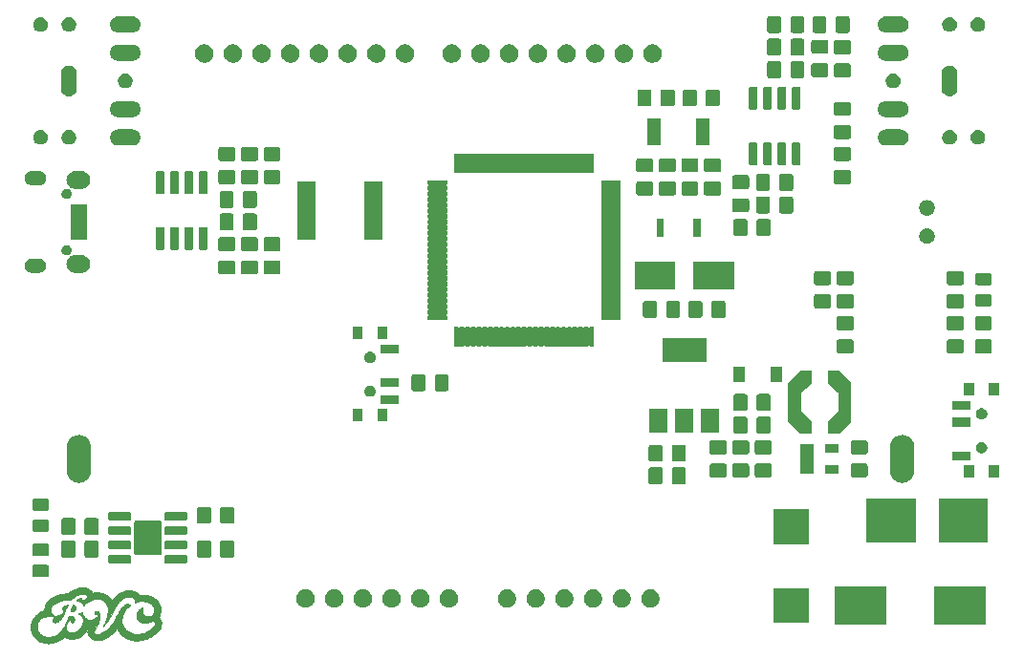
<source format=gbr>
G04 #@! TF.GenerationSoftware,KiCad,Pcbnew,(5.0.1)-3*
G04 #@! TF.CreationDate,2021-09-23T20:30:51+02:00*
G04 #@! TF.ProjectId,pocketDSP,706F636B65744453502E6B696361645F,rev?*
G04 #@! TF.SameCoordinates,Original*
G04 #@! TF.FileFunction,Soldermask,Top*
G04 #@! TF.FilePolarity,Negative*
%FSLAX46Y46*%
G04 Gerber Fmt 4.6, Leading zero omitted, Abs format (unit mm)*
G04 Created by KiCad (PCBNEW (5.0.1)-3) date 23/09/2021 20:30:51*
%MOMM*%
%LPD*%
G01*
G04 APERTURE LIST*
%ADD10C,0.010000*%
%ADD11C,0.050800*%
G04 APERTURE END LIST*
D10*
G04 #@! TO.C,G\002A\002A\002A*
G36*
X84955940Y-142944565D02*
X85016340Y-142979517D01*
X85034108Y-142993698D01*
X85086409Y-143057881D01*
X85111007Y-143135029D01*
X85108540Y-143219563D01*
X85079643Y-143305904D01*
X85024953Y-143388473D01*
X84984325Y-143430065D01*
X84914587Y-143485600D01*
X84846998Y-143520554D01*
X84767367Y-143541207D01*
X84717140Y-143548303D01*
X84661728Y-143549721D01*
X84636745Y-143537437D01*
X84636086Y-143535974D01*
X84637298Y-143506443D01*
X84651050Y-143453053D01*
X84674724Y-143382231D01*
X84705698Y-143300401D01*
X84741352Y-143213989D01*
X84779066Y-143129419D01*
X84816219Y-143053117D01*
X84850191Y-142991508D01*
X84870848Y-142960336D01*
X84906503Y-142937980D01*
X84955940Y-142944565D01*
X84955940Y-142944565D01*
G37*
X84955940Y-142944565D02*
X85016340Y-142979517D01*
X85034108Y-142993698D01*
X85086409Y-143057881D01*
X85111007Y-143135029D01*
X85108540Y-143219563D01*
X85079643Y-143305904D01*
X85024953Y-143388473D01*
X84984325Y-143430065D01*
X84914587Y-143485600D01*
X84846998Y-143520554D01*
X84767367Y-143541207D01*
X84717140Y-143548303D01*
X84661728Y-143549721D01*
X84636745Y-143537437D01*
X84636086Y-143535974D01*
X84637298Y-143506443D01*
X84651050Y-143453053D01*
X84674724Y-143382231D01*
X84705698Y-143300401D01*
X84741352Y-143213989D01*
X84779066Y-143129419D01*
X84816219Y-143053117D01*
X84850191Y-142991508D01*
X84870848Y-142960336D01*
X84906503Y-142937980D01*
X84955940Y-142944565D01*
G36*
X85869427Y-141410567D02*
X85984337Y-141434683D01*
X86113862Y-141472463D01*
X86219998Y-141517466D01*
X86313161Y-141574881D01*
X86388243Y-141635808D01*
X86421526Y-141670126D01*
X86461001Y-141717335D01*
X86500543Y-141769175D01*
X86534026Y-141817388D01*
X86555325Y-141853715D01*
X86559733Y-141867022D01*
X86574084Y-141878707D01*
X86606300Y-141876512D01*
X86774931Y-141848792D01*
X86932708Y-141838401D01*
X87090795Y-141845559D01*
X87260354Y-141870482D01*
X87359909Y-141891245D01*
X87505928Y-141928650D01*
X87628653Y-141971006D01*
X87738651Y-142022788D01*
X87846491Y-142088473D01*
X87879889Y-142111479D01*
X88012130Y-142212662D01*
X88120255Y-142314396D01*
X88213057Y-142425225D01*
X88237301Y-142458775D01*
X88307165Y-142558373D01*
X88411349Y-142420082D01*
X88533836Y-142272249D01*
X88670151Y-142133571D01*
X88814020Y-142009375D01*
X88959169Y-141904991D01*
X89099326Y-141825745D01*
X89125096Y-141813872D01*
X89214818Y-141779995D01*
X89326146Y-141746694D01*
X89449006Y-141716191D01*
X89573324Y-141690707D01*
X89689025Y-141672463D01*
X89786036Y-141663682D01*
X89808244Y-141663222D01*
X89909597Y-141669289D01*
X90028435Y-141685776D01*
X90151969Y-141710155D01*
X90267411Y-141739897D01*
X90361970Y-141772471D01*
X90363177Y-141772974D01*
X90416811Y-141800420D01*
X90483997Y-141841797D01*
X90555076Y-141890360D01*
X90620389Y-141939365D01*
X90670279Y-141982068D01*
X90685866Y-141998294D01*
X90700814Y-142014484D01*
X90717367Y-142026129D01*
X90741131Y-142034121D01*
X90777712Y-142039351D01*
X90832714Y-142042710D01*
X90911744Y-142045092D01*
X90990666Y-142046782D01*
X91133727Y-142050949D01*
X91252023Y-142057870D01*
X91354622Y-142068851D01*
X91450596Y-142085197D01*
X91549014Y-142108213D01*
X91658946Y-142139203D01*
X91682735Y-142146358D01*
X91786471Y-142180154D01*
X91870288Y-142214031D01*
X91947577Y-142254169D01*
X92031731Y-142306749D01*
X92035079Y-142308965D01*
X92129971Y-142373726D01*
X92203544Y-142429414D01*
X92263987Y-142483572D01*
X92319492Y-142543742D01*
X92378249Y-142617468D01*
X92396716Y-142641992D01*
X92503388Y-142811485D01*
X92580717Y-142993297D01*
X92627199Y-143182919D01*
X92641350Y-143373715D01*
X92633985Y-143478849D01*
X92615738Y-143597317D01*
X92589167Y-143717803D01*
X92556832Y-143828990D01*
X92521290Y-143919562D01*
X92515079Y-143932161D01*
X92476032Y-144008255D01*
X92548768Y-144103897D01*
X92592902Y-144168927D01*
X92624307Y-144235180D01*
X92649520Y-144317189D01*
X92655433Y-144341069D01*
X92680327Y-144470574D01*
X92687432Y-144587143D01*
X92676738Y-144705646D01*
X92655133Y-144812800D01*
X92607246Y-144950413D01*
X92528470Y-145089304D01*
X92418266Y-145230079D01*
X92276094Y-145373348D01*
X92101412Y-145519719D01*
X91893680Y-145669800D01*
X91893617Y-145669842D01*
X91754653Y-145759832D01*
X91624500Y-145834039D01*
X91494896Y-145895968D01*
X91357579Y-145949122D01*
X91204288Y-145997005D01*
X91026761Y-146043121D01*
X90996267Y-146050401D01*
X90882846Y-146076432D01*
X90792956Y-146094744D01*
X90717475Y-146106620D01*
X90647283Y-146113340D01*
X90573262Y-146116184D01*
X90525142Y-146116563D01*
X90358655Y-146107644D01*
X90178293Y-146082340D01*
X89994518Y-146043080D01*
X89817792Y-145992296D01*
X89658579Y-145932419D01*
X89585941Y-145898372D01*
X89520078Y-145859981D01*
X89438403Y-145805304D01*
X89349959Y-145741055D01*
X89263792Y-145673948D01*
X89188948Y-145610698D01*
X89152358Y-145576524D01*
X89099324Y-145519073D01*
X89036883Y-145443662D01*
X88970666Y-145357942D01*
X88906304Y-145269570D01*
X88849427Y-145186197D01*
X88805665Y-145115477D01*
X88786723Y-145079500D01*
X88766043Y-145040185D01*
X88749833Y-145018273D01*
X88746437Y-145016602D01*
X88732459Y-145029696D01*
X88703891Y-145064326D01*
X88665668Y-145114354D01*
X88643297Y-145144856D01*
X88529743Y-145284948D01*
X88393767Y-145424915D01*
X88241504Y-145560115D01*
X88079094Y-145685904D01*
X87912673Y-145797640D01*
X87748377Y-145890681D01*
X87592346Y-145960383D01*
X87541866Y-145978070D01*
X87376247Y-146027680D01*
X87233423Y-146061283D01*
X87106671Y-146079474D01*
X86989269Y-146082847D01*
X86874494Y-146071996D01*
X86755939Y-146047597D01*
X86596534Y-145992921D01*
X86462169Y-145915486D01*
X86352536Y-145814988D01*
X86267323Y-145691122D01*
X86206221Y-145543586D01*
X86192969Y-145496339D01*
X86152505Y-145336986D01*
X86188377Y-145184191D01*
X86210735Y-145101738D01*
X86238208Y-145018650D01*
X86265735Y-144949874D01*
X86272465Y-144935808D01*
X86300679Y-144875353D01*
X86310508Y-144838272D01*
X86301576Y-144819255D01*
X86273509Y-144812994D01*
X86263761Y-144812800D01*
X86238334Y-144818270D01*
X86219170Y-144839719D01*
X86200394Y-144884709D01*
X86194686Y-144901700D01*
X86136609Y-145042431D01*
X86053711Y-145190741D01*
X85951168Y-145338489D01*
X85834157Y-145477534D01*
X85816826Y-145495936D01*
X85750508Y-145558144D01*
X85666658Y-145626241D01*
X85573535Y-145694481D01*
X85479395Y-145757120D01*
X85392496Y-145808412D01*
X85321093Y-145842612D01*
X85315587Y-145844700D01*
X85224311Y-145874951D01*
X85120858Y-145903844D01*
X85014554Y-145929278D01*
X84914726Y-145949153D01*
X84830700Y-145961370D01*
X84784743Y-145964245D01*
X84723417Y-145959569D01*
X84639807Y-145946956D01*
X84543958Y-145928556D01*
X84445914Y-145906522D01*
X84355720Y-145883007D01*
X84283420Y-145860161D01*
X84264139Y-145852696D01*
X84209008Y-145826388D01*
X84158994Y-145797355D01*
X84151955Y-145792547D01*
X84106377Y-145760168D01*
X83974155Y-145866549D01*
X83806499Y-145992523D01*
X83644427Y-146094204D01*
X83479700Y-146175266D01*
X83304078Y-146239382D01*
X83109322Y-146290225D01*
X82957565Y-146319823D01*
X82820736Y-146340317D01*
X82703953Y-146349687D01*
X82595412Y-146348316D01*
X82483305Y-146336588D01*
X82475542Y-146335466D01*
X82350110Y-146313260D01*
X82223345Y-146284065D01*
X82105441Y-146250616D01*
X82006595Y-146215644D01*
X81971477Y-146200341D01*
X81811189Y-146110390D01*
X81655283Y-145996459D01*
X81513018Y-145866284D01*
X81393652Y-145727604D01*
X81374936Y-145701800D01*
X81314043Y-145610976D01*
X81268279Y-145530316D01*
X81232623Y-145448517D01*
X81202053Y-145354275D01*
X81175653Y-145253232D01*
X81144835Y-145106889D01*
X81128518Y-144972988D01*
X81127541Y-144875255D01*
X81685751Y-144875255D01*
X81694619Y-145035016D01*
X81730435Y-145187993D01*
X81788828Y-145319471D01*
X81872068Y-145436033D01*
X81981395Y-145544337D01*
X82109101Y-145638343D01*
X82247479Y-145712013D01*
X82329332Y-145742962D01*
X82441597Y-145768332D01*
X82575545Y-145781676D01*
X82721143Y-145782856D01*
X82868362Y-145771731D01*
X82989102Y-145752116D01*
X83193648Y-145691964D01*
X83388951Y-145600225D01*
X83573183Y-145478355D01*
X83744514Y-145327810D01*
X83901116Y-145150049D01*
X84041158Y-144946529D01*
X84077002Y-144885394D01*
X84139532Y-144769380D01*
X84207860Y-144633323D01*
X84277437Y-144487036D01*
X84343716Y-144340336D01*
X84402148Y-144203036D01*
X84448185Y-144084953D01*
X84449082Y-144082484D01*
X84506658Y-143923800D01*
X84628064Y-143926158D01*
X84746924Y-143939064D01*
X84840395Y-143973192D01*
X84910119Y-144029356D01*
X84946833Y-144084479D01*
X84979116Y-144178008D01*
X84978422Y-144269726D01*
X84953104Y-144347834D01*
X84916105Y-144408573D01*
X84867627Y-144460632D01*
X84816268Y-144496296D01*
X84774592Y-144508000D01*
X84727396Y-144492241D01*
X84689453Y-144449212D01*
X84666099Y-144385280D01*
X84664564Y-144376711D01*
X84654415Y-144334420D01*
X84635397Y-144315064D01*
X84597566Y-144307816D01*
X84543001Y-144318649D01*
X84484687Y-144357963D01*
X84425987Y-144421127D01*
X84370264Y-144503511D01*
X84320879Y-144600483D01*
X84281195Y-144707414D01*
X84265612Y-144764984D01*
X84246350Y-144864886D01*
X84241818Y-144947741D01*
X84252044Y-145027011D01*
X84266222Y-145081669D01*
X84313689Y-145186337D01*
X84385854Y-145271694D01*
X84478914Y-145336721D01*
X84589066Y-145380397D01*
X84712505Y-145401703D01*
X84845430Y-145399620D01*
X84984035Y-145373129D01*
X85124518Y-145321209D01*
X85137333Y-145315154D01*
X85208012Y-145274891D01*
X85282763Y-145218916D01*
X85368144Y-145142124D01*
X85401695Y-145109443D01*
X85474622Y-145034923D01*
X85528559Y-144972968D01*
X85570460Y-144914379D01*
X85607278Y-144849953D01*
X85625893Y-144812800D01*
X85684212Y-144679520D01*
X85722102Y-144557663D01*
X85742722Y-144434353D01*
X85749137Y-144310745D01*
X85743565Y-144180084D01*
X85722529Y-144073774D01*
X85684198Y-143985164D01*
X85643404Y-143926813D01*
X85599968Y-143883739D01*
X85542901Y-143839688D01*
X85481819Y-143800803D01*
X85426337Y-143773227D01*
X85387100Y-143763092D01*
X85362041Y-143751073D01*
X85357467Y-143737533D01*
X85371461Y-143716586D01*
X85389555Y-143712133D01*
X85418727Y-143704802D01*
X85468739Y-143685256D01*
X85530521Y-143657165D01*
X85554306Y-143645462D01*
X85614297Y-143616435D01*
X85661894Y-143595516D01*
X85689844Y-143585801D01*
X85694024Y-143585847D01*
X85700399Y-143605196D01*
X85709183Y-143647295D01*
X85715130Y-143682151D01*
X85730088Y-143742660D01*
X85756081Y-143817079D01*
X85787614Y-143889760D01*
X85789125Y-143892839D01*
X85869031Y-144020125D01*
X85968525Y-144121206D01*
X86084757Y-144195246D01*
X86214877Y-144241408D01*
X86356036Y-144258856D01*
X86505384Y-144246751D01*
X86660071Y-144204258D01*
X86738140Y-144171535D01*
X86828077Y-144120720D01*
X86909413Y-144058540D01*
X86976881Y-143990563D01*
X87025216Y-143922355D01*
X87049153Y-143859482D01*
X87050800Y-143841017D01*
X87037549Y-143799484D01*
X86999996Y-143779154D01*
X86941440Y-143781606D01*
X86931492Y-143783923D01*
X86882506Y-143793058D01*
X86848423Y-143787450D01*
X86816721Y-143767839D01*
X86785159Y-143735484D01*
X86769978Y-143691419D01*
X86766340Y-143657876D01*
X86765977Y-143608181D01*
X86777665Y-143574323D01*
X86808071Y-143540778D01*
X86821963Y-143528346D01*
X86891700Y-143486342D01*
X86965479Y-143474904D01*
X87038229Y-143491981D01*
X87104879Y-143535522D01*
X87160358Y-143603476D01*
X87195061Y-143679253D01*
X87212788Y-143760770D01*
X87221364Y-143864423D01*
X87220580Y-143979682D01*
X87210230Y-144096019D01*
X87204070Y-144136437D01*
X87178798Y-144259225D01*
X87144109Y-144384027D01*
X87098155Y-144515468D01*
X87039086Y-144658172D01*
X86965054Y-144816765D01*
X86874210Y-144995873D01*
X86818631Y-145100666D01*
X86770831Y-145192622D01*
X86739630Y-145261841D01*
X86723669Y-145314297D01*
X86721589Y-145355967D01*
X86732032Y-145392827D01*
X86746200Y-145419185D01*
X86790751Y-145469850D01*
X86853823Y-145502961D01*
X86940098Y-145520292D01*
X87023072Y-145524000D01*
X87174904Y-145508558D01*
X87334924Y-145463961D01*
X87499530Y-145392800D01*
X87665117Y-145297667D01*
X87828083Y-145181154D01*
X87984825Y-145045854D01*
X88131739Y-144894358D01*
X88265222Y-144729258D01*
X88381671Y-144553146D01*
X88388207Y-144541995D01*
X88415476Y-144494222D01*
X88455527Y-144422864D01*
X88504939Y-144334075D01*
X88560291Y-144234008D01*
X88618162Y-144128818D01*
X88638893Y-144090992D01*
X88772684Y-143850931D01*
X88895056Y-143640858D01*
X89007201Y-143459332D01*
X89110312Y-143304910D01*
X89205580Y-143176149D01*
X89294196Y-143071606D01*
X89377353Y-142989840D01*
X89456242Y-142929407D01*
X89532055Y-142888865D01*
X89605984Y-142866772D01*
X89654560Y-142861588D01*
X89695625Y-142865578D01*
X89750673Y-142877626D01*
X89810616Y-142894808D01*
X89866365Y-142914200D01*
X89908831Y-142932876D01*
X89928926Y-142947915D01*
X89929467Y-142950033D01*
X89917309Y-142965554D01*
X89884662Y-142997110D01*
X89837263Y-143039312D01*
X89806700Y-143065348D01*
X89664558Y-143198903D01*
X89533617Y-143349620D01*
X89420183Y-143509217D01*
X89330563Y-143669413D01*
X89307119Y-143721400D01*
X89253177Y-143867256D01*
X89217882Y-144009202D01*
X89198970Y-144159275D01*
X89194122Y-144321733D01*
X89195476Y-144421228D01*
X89199082Y-144496414D01*
X89206145Y-144556833D01*
X89217871Y-144612028D01*
X89235466Y-144671540D01*
X89240125Y-144685800D01*
X89306487Y-144840366D01*
X89401065Y-144992927D01*
X89518699Y-145135727D01*
X89580119Y-145196924D01*
X89732606Y-145319442D01*
X89899963Y-145414950D01*
X90085759Y-145485104D01*
X90293563Y-145531555D01*
X90306802Y-145533624D01*
X90513122Y-145548743D01*
X90727523Y-145533704D01*
X90945949Y-145489964D01*
X91164342Y-145418980D01*
X91378644Y-145322212D01*
X91584800Y-145201116D01*
X91778752Y-145057150D01*
X91878664Y-144968832D01*
X91972970Y-144875535D01*
X92042469Y-144795284D01*
X92090887Y-144722881D01*
X92121951Y-144653128D01*
X92132983Y-144614034D01*
X92139617Y-144529644D01*
X92117129Y-144461915D01*
X92065931Y-144411756D01*
X92033556Y-144395124D01*
X91987393Y-144381368D01*
X91935386Y-144378332D01*
X91872363Y-144387007D01*
X91793154Y-144408381D01*
X91692587Y-144443444D01*
X91606026Y-144476937D01*
X91502556Y-144516331D01*
X91420110Y-144543166D01*
X91349400Y-144559988D01*
X91281137Y-144569345D01*
X91263783Y-144570785D01*
X91098412Y-144570004D01*
X90951887Y-144541446D01*
X90823193Y-144484764D01*
X90711316Y-144399612D01*
X90685700Y-144373668D01*
X90622958Y-144299503D01*
X90578919Y-144227516D01*
X90550185Y-144148614D01*
X90533360Y-144053705D01*
X90525497Y-143944887D01*
X90527854Y-143784588D01*
X90550773Y-143647356D01*
X90595953Y-143528127D01*
X90665097Y-143421840D01*
X90722507Y-143358471D01*
X90774299Y-143313692D01*
X90838286Y-143267698D01*
X90906012Y-143225553D01*
X90969021Y-143192322D01*
X91018855Y-143173071D01*
X91036737Y-143170267D01*
X91057066Y-143175113D01*
X91061661Y-143193173D01*
X91049868Y-143229725D01*
X91022175Y-143287796D01*
X90985101Y-143396323D01*
X90977219Y-143469267D01*
X90986521Y-143600282D01*
X91023754Y-143712337D01*
X91089533Y-143806491D01*
X91184471Y-143883802D01*
X91234052Y-143911948D01*
X91285833Y-143937492D01*
X91326987Y-143953446D01*
X91368016Y-143961689D01*
X91419416Y-143964100D01*
X91491689Y-143962559D01*
X91512733Y-143961831D01*
X91602058Y-143956933D01*
X91666980Y-143948526D01*
X91716915Y-143934918D01*
X91753562Y-143918546D01*
X91872491Y-143838647D01*
X91965860Y-143737792D01*
X92031965Y-143619062D01*
X92069106Y-143485536D01*
X92075580Y-143340296D01*
X92075317Y-143336291D01*
X92049454Y-143184193D01*
X91993903Y-143048258D01*
X91908834Y-142928663D01*
X91794417Y-142825589D01*
X91650823Y-142739214D01*
X91478220Y-142669716D01*
X91427222Y-142654030D01*
X91293972Y-142626118D01*
X91139603Y-142611337D01*
X90973850Y-142609284D01*
X90806451Y-142619552D01*
X90647142Y-142641735D01*
X90505660Y-142675430D01*
X90449064Y-142694753D01*
X90397565Y-142711319D01*
X90370333Y-142708751D01*
X90361883Y-142684093D01*
X90364583Y-142649242D01*
X90362724Y-142545831D01*
X90329190Y-142452074D01*
X90265323Y-142370072D01*
X90172462Y-142301926D01*
X90128889Y-142279657D01*
X90080549Y-142258549D01*
X90038573Y-142244542D01*
X89993844Y-142236191D01*
X89937248Y-142232050D01*
X89859670Y-142230674D01*
X89819400Y-142230573D01*
X89718247Y-142231982D01*
X89640289Y-142237150D01*
X89574947Y-142247310D01*
X89511645Y-142263692D01*
X89497667Y-142268023D01*
X89337786Y-142333666D01*
X89187035Y-142427326D01*
X89040898Y-142551838D01*
X89031859Y-142560667D01*
X88949948Y-142645097D01*
X88872919Y-142733303D01*
X88798518Y-142828836D01*
X88724493Y-142935245D01*
X88648591Y-143056079D01*
X88568560Y-143194889D01*
X88482146Y-143355224D01*
X88387097Y-143540635D01*
X88304932Y-143706133D01*
X88195875Y-143922633D01*
X88095351Y-144110701D01*
X88004091Y-144269006D01*
X87937461Y-144374505D01*
X87876196Y-144462729D01*
X87809789Y-144551746D01*
X87741945Y-144637255D01*
X87676371Y-144714957D01*
X87616774Y-144780552D01*
X87566861Y-144829740D01*
X87530338Y-144858223D01*
X87515817Y-144863600D01*
X87515813Y-144849347D01*
X87530352Y-144809087D01*
X87557805Y-144746570D01*
X87596545Y-144665545D01*
X87635329Y-144588433D01*
X87685498Y-144488807D01*
X87734391Y-144388544D01*
X87778091Y-144295909D01*
X87812676Y-144219168D01*
X87829407Y-144179220D01*
X87890510Y-143999371D01*
X87936315Y-143811007D01*
X87965822Y-143621891D01*
X87978031Y-143439782D01*
X87971941Y-143272443D01*
X87958384Y-143178733D01*
X87908455Y-143007038D01*
X87830677Y-142850918D01*
X87727894Y-142713315D01*
X87602948Y-142597172D01*
X87458684Y-142505433D01*
X87297943Y-142441039D01*
X87228600Y-142423367D01*
X87150284Y-142412011D01*
X87051166Y-142405455D01*
X86942619Y-142403690D01*
X86836019Y-142406706D01*
X86742740Y-142414494D01*
X86686733Y-142423831D01*
X86520487Y-142475323D01*
X86356315Y-142550778D01*
X86201075Y-142645660D01*
X86061627Y-142755432D01*
X85944830Y-142875557D01*
X85887166Y-142952688D01*
X85853941Y-142998317D01*
X85831845Y-143014818D01*
X85816949Y-143003393D01*
X85808063Y-142976928D01*
X85791779Y-142944373D01*
X85758703Y-142897556D01*
X85715828Y-142846323D01*
X85713513Y-142843779D01*
X85613908Y-142755560D01*
X85490128Y-142679283D01*
X85351175Y-142620097D01*
X85289518Y-142601322D01*
X85231189Y-142584319D01*
X85185710Y-142568556D01*
X85163691Y-142557912D01*
X85162322Y-142537229D01*
X85185362Y-142505271D01*
X85227459Y-142466920D01*
X85283258Y-142427060D01*
X85346886Y-142390832D01*
X85425996Y-142358885D01*
X85500371Y-142342470D01*
X85562520Y-142342325D01*
X85604954Y-142359189D01*
X85610568Y-142364851D01*
X85630161Y-142399401D01*
X85643147Y-142435522D01*
X85661526Y-142478946D01*
X85691726Y-142501482D01*
X85740164Y-142505394D01*
X85808734Y-142493966D01*
X85874032Y-142475066D01*
X85925642Y-142446941D01*
X85979002Y-142400840D01*
X85986992Y-142392951D01*
X86044889Y-142326699D01*
X86075881Y-142266754D01*
X86083438Y-142204444D01*
X86078518Y-142164160D01*
X86053905Y-142108249D01*
X86005993Y-142051648D01*
X85944027Y-142003038D01*
X85877253Y-141971100D01*
X85870898Y-141969221D01*
X85783240Y-141954677D01*
X85676180Y-141951769D01*
X85561951Y-141960036D01*
X85452782Y-141979015D01*
X85425323Y-141986037D01*
X85280515Y-142035066D01*
X85148238Y-142100119D01*
X85020671Y-142185914D01*
X84889995Y-142297164D01*
X84856429Y-142329017D01*
X84682244Y-142497331D01*
X84516089Y-142494330D01*
X84259178Y-142499665D01*
X84017273Y-142524623D01*
X83792469Y-142568341D01*
X83586863Y-142629958D01*
X83402553Y-142708612D01*
X83241634Y-142803443D01*
X83106206Y-142913588D01*
X82998363Y-143038186D01*
X82935273Y-143143775D01*
X82890023Y-143264821D01*
X82868771Y-143390382D01*
X82872118Y-143511756D01*
X82900663Y-143620239D01*
X82902214Y-143623901D01*
X82963756Y-143726221D01*
X83048972Y-143808055D01*
X83153152Y-143867392D01*
X83271587Y-143902219D01*
X83399567Y-143910525D01*
X83528334Y-143891348D01*
X83634123Y-143855516D01*
X83737878Y-143804618D01*
X83834659Y-143742728D01*
X83919526Y-143673919D01*
X83987539Y-143602267D01*
X84033757Y-143531844D01*
X84053241Y-143466725D01*
X84053554Y-143458202D01*
X84048848Y-143416630D01*
X84028909Y-143388807D01*
X83991475Y-143365000D01*
X83948003Y-143337104D01*
X83917162Y-143309925D01*
X83912828Y-143304121D01*
X83903723Y-143258860D01*
X83920260Y-143201624D01*
X83960261Y-143139754D01*
X83962314Y-143137292D01*
X83999364Y-143103733D01*
X84053604Y-143067603D01*
X84119001Y-143031441D01*
X84189524Y-142997784D01*
X84259141Y-142969172D01*
X84321821Y-142948141D01*
X84371530Y-142937232D01*
X84402239Y-142938982D01*
X84409200Y-142949233D01*
X84401781Y-142970849D01*
X84381445Y-143016308D01*
X84351070Y-143079496D01*
X84313536Y-143154299D01*
X84302655Y-143175485D01*
X84260501Y-143258582D01*
X84208612Y-143363059D01*
X84151554Y-143479596D01*
X84093891Y-143598875D01*
X84044467Y-143702526D01*
X83959680Y-143876477D01*
X83883125Y-144021377D01*
X83812570Y-144140383D01*
X83745780Y-144236653D01*
X83680521Y-144313345D01*
X83614560Y-144373617D01*
X83545662Y-144420625D01*
X83530293Y-144429280D01*
X83415215Y-144478617D01*
X83307939Y-144498062D01*
X83210916Y-144487699D01*
X83126598Y-144447615D01*
X83087394Y-144413829D01*
X83047079Y-144360900D01*
X83033337Y-144308237D01*
X83046342Y-144249296D01*
X83086270Y-144177536D01*
X83094044Y-144166057D01*
X83133432Y-144104252D01*
X83151539Y-144059425D01*
X83149380Y-144023058D01*
X83127970Y-143986638D01*
X83117019Y-143973349D01*
X83091359Y-143948720D01*
X83059878Y-143933052D01*
X83012792Y-143922950D01*
X82951919Y-143916086D01*
X82764879Y-143912227D01*
X82578247Y-143934071D01*
X82399813Y-143979910D01*
X82237368Y-144048036D01*
X82167662Y-144087961D01*
X82088565Y-144145008D01*
X82003859Y-144217571D01*
X81922811Y-144296756D01*
X81854687Y-144373669D01*
X81818586Y-144423044D01*
X81747960Y-144562492D01*
X81703606Y-144715488D01*
X81685751Y-144875255D01*
X81127541Y-144875255D01*
X81127225Y-144843672D01*
X81141478Y-144711086D01*
X81171802Y-144567373D01*
X81218719Y-144404676D01*
X81235621Y-144352464D01*
X81278854Y-144250054D01*
X81342615Y-144136555D01*
X81420720Y-144021701D01*
X81506985Y-143915223D01*
X81528204Y-143892008D01*
X81604798Y-143819262D01*
X81699335Y-143743227D01*
X81805207Y-143667996D01*
X81915809Y-143597663D01*
X82024537Y-143536321D01*
X82124783Y-143488063D01*
X82209943Y-143456984D01*
X82242132Y-143449599D01*
X82285285Y-143440012D01*
X82304493Y-143423948D01*
X82309437Y-143390874D01*
X82309585Y-143376211D01*
X82314808Y-143320042D01*
X82328727Y-143242082D01*
X82348955Y-143152546D01*
X82373109Y-143061646D01*
X82398802Y-142979595D01*
X82408458Y-142952898D01*
X82475405Y-142816806D01*
X82571050Y-142679904D01*
X82690619Y-142546537D01*
X82829338Y-142421052D01*
X82982434Y-142307795D01*
X83145132Y-142211111D01*
X83302020Y-142139433D01*
X83425572Y-142096944D01*
X83570881Y-142055985D01*
X83729278Y-142018274D01*
X83892096Y-141985530D01*
X84050665Y-141959471D01*
X84196318Y-141941816D01*
X84320387Y-141934284D01*
X84337494Y-141934133D01*
X84394371Y-141932990D01*
X84434389Y-141926362D01*
X84469407Y-141909452D01*
X84511283Y-141877464D01*
X84541770Y-141851504D01*
X84713554Y-141716018D01*
X84882832Y-141608914D01*
X85057002Y-141526189D01*
X85243462Y-141463839D01*
X85272212Y-141456187D01*
X85441729Y-141418163D01*
X85591737Y-141398067D01*
X85731286Y-141395626D01*
X85869427Y-141410567D01*
X85869427Y-141410567D01*
G37*
X85869427Y-141410567D02*
X85984337Y-141434683D01*
X86113862Y-141472463D01*
X86219998Y-141517466D01*
X86313161Y-141574881D01*
X86388243Y-141635808D01*
X86421526Y-141670126D01*
X86461001Y-141717335D01*
X86500543Y-141769175D01*
X86534026Y-141817388D01*
X86555325Y-141853715D01*
X86559733Y-141867022D01*
X86574084Y-141878707D01*
X86606300Y-141876512D01*
X86774931Y-141848792D01*
X86932708Y-141838401D01*
X87090795Y-141845559D01*
X87260354Y-141870482D01*
X87359909Y-141891245D01*
X87505928Y-141928650D01*
X87628653Y-141971006D01*
X87738651Y-142022788D01*
X87846491Y-142088473D01*
X87879889Y-142111479D01*
X88012130Y-142212662D01*
X88120255Y-142314396D01*
X88213057Y-142425225D01*
X88237301Y-142458775D01*
X88307165Y-142558373D01*
X88411349Y-142420082D01*
X88533836Y-142272249D01*
X88670151Y-142133571D01*
X88814020Y-142009375D01*
X88959169Y-141904991D01*
X89099326Y-141825745D01*
X89125096Y-141813872D01*
X89214818Y-141779995D01*
X89326146Y-141746694D01*
X89449006Y-141716191D01*
X89573324Y-141690707D01*
X89689025Y-141672463D01*
X89786036Y-141663682D01*
X89808244Y-141663222D01*
X89909597Y-141669289D01*
X90028435Y-141685776D01*
X90151969Y-141710155D01*
X90267411Y-141739897D01*
X90361970Y-141772471D01*
X90363177Y-141772974D01*
X90416811Y-141800420D01*
X90483997Y-141841797D01*
X90555076Y-141890360D01*
X90620389Y-141939365D01*
X90670279Y-141982068D01*
X90685866Y-141998294D01*
X90700814Y-142014484D01*
X90717367Y-142026129D01*
X90741131Y-142034121D01*
X90777712Y-142039351D01*
X90832714Y-142042710D01*
X90911744Y-142045092D01*
X90990666Y-142046782D01*
X91133727Y-142050949D01*
X91252023Y-142057870D01*
X91354622Y-142068851D01*
X91450596Y-142085197D01*
X91549014Y-142108213D01*
X91658946Y-142139203D01*
X91682735Y-142146358D01*
X91786471Y-142180154D01*
X91870288Y-142214031D01*
X91947577Y-142254169D01*
X92031731Y-142306749D01*
X92035079Y-142308965D01*
X92129971Y-142373726D01*
X92203544Y-142429414D01*
X92263987Y-142483572D01*
X92319492Y-142543742D01*
X92378249Y-142617468D01*
X92396716Y-142641992D01*
X92503388Y-142811485D01*
X92580717Y-142993297D01*
X92627199Y-143182919D01*
X92641350Y-143373715D01*
X92633985Y-143478849D01*
X92615738Y-143597317D01*
X92589167Y-143717803D01*
X92556832Y-143828990D01*
X92521290Y-143919562D01*
X92515079Y-143932161D01*
X92476032Y-144008255D01*
X92548768Y-144103897D01*
X92592902Y-144168927D01*
X92624307Y-144235180D01*
X92649520Y-144317189D01*
X92655433Y-144341069D01*
X92680327Y-144470574D01*
X92687432Y-144587143D01*
X92676738Y-144705646D01*
X92655133Y-144812800D01*
X92607246Y-144950413D01*
X92528470Y-145089304D01*
X92418266Y-145230079D01*
X92276094Y-145373348D01*
X92101412Y-145519719D01*
X91893680Y-145669800D01*
X91893617Y-145669842D01*
X91754653Y-145759832D01*
X91624500Y-145834039D01*
X91494896Y-145895968D01*
X91357579Y-145949122D01*
X91204288Y-145997005D01*
X91026761Y-146043121D01*
X90996267Y-146050401D01*
X90882846Y-146076432D01*
X90792956Y-146094744D01*
X90717475Y-146106620D01*
X90647283Y-146113340D01*
X90573262Y-146116184D01*
X90525142Y-146116563D01*
X90358655Y-146107644D01*
X90178293Y-146082340D01*
X89994518Y-146043080D01*
X89817792Y-145992296D01*
X89658579Y-145932419D01*
X89585941Y-145898372D01*
X89520078Y-145859981D01*
X89438403Y-145805304D01*
X89349959Y-145741055D01*
X89263792Y-145673948D01*
X89188948Y-145610698D01*
X89152358Y-145576524D01*
X89099324Y-145519073D01*
X89036883Y-145443662D01*
X88970666Y-145357942D01*
X88906304Y-145269570D01*
X88849427Y-145186197D01*
X88805665Y-145115477D01*
X88786723Y-145079500D01*
X88766043Y-145040185D01*
X88749833Y-145018273D01*
X88746437Y-145016602D01*
X88732459Y-145029696D01*
X88703891Y-145064326D01*
X88665668Y-145114354D01*
X88643297Y-145144856D01*
X88529743Y-145284948D01*
X88393767Y-145424915D01*
X88241504Y-145560115D01*
X88079094Y-145685904D01*
X87912673Y-145797640D01*
X87748377Y-145890681D01*
X87592346Y-145960383D01*
X87541866Y-145978070D01*
X87376247Y-146027680D01*
X87233423Y-146061283D01*
X87106671Y-146079474D01*
X86989269Y-146082847D01*
X86874494Y-146071996D01*
X86755939Y-146047597D01*
X86596534Y-145992921D01*
X86462169Y-145915486D01*
X86352536Y-145814988D01*
X86267323Y-145691122D01*
X86206221Y-145543586D01*
X86192969Y-145496339D01*
X86152505Y-145336986D01*
X86188377Y-145184191D01*
X86210735Y-145101738D01*
X86238208Y-145018650D01*
X86265735Y-144949874D01*
X86272465Y-144935808D01*
X86300679Y-144875353D01*
X86310508Y-144838272D01*
X86301576Y-144819255D01*
X86273509Y-144812994D01*
X86263761Y-144812800D01*
X86238334Y-144818270D01*
X86219170Y-144839719D01*
X86200394Y-144884709D01*
X86194686Y-144901700D01*
X86136609Y-145042431D01*
X86053711Y-145190741D01*
X85951168Y-145338489D01*
X85834157Y-145477534D01*
X85816826Y-145495936D01*
X85750508Y-145558144D01*
X85666658Y-145626241D01*
X85573535Y-145694481D01*
X85479395Y-145757120D01*
X85392496Y-145808412D01*
X85321093Y-145842612D01*
X85315587Y-145844700D01*
X85224311Y-145874951D01*
X85120858Y-145903844D01*
X85014554Y-145929278D01*
X84914726Y-145949153D01*
X84830700Y-145961370D01*
X84784743Y-145964245D01*
X84723417Y-145959569D01*
X84639807Y-145946956D01*
X84543958Y-145928556D01*
X84445914Y-145906522D01*
X84355720Y-145883007D01*
X84283420Y-145860161D01*
X84264139Y-145852696D01*
X84209008Y-145826388D01*
X84158994Y-145797355D01*
X84151955Y-145792547D01*
X84106377Y-145760168D01*
X83974155Y-145866549D01*
X83806499Y-145992523D01*
X83644427Y-146094204D01*
X83479700Y-146175266D01*
X83304078Y-146239382D01*
X83109322Y-146290225D01*
X82957565Y-146319823D01*
X82820736Y-146340317D01*
X82703953Y-146349687D01*
X82595412Y-146348316D01*
X82483305Y-146336588D01*
X82475542Y-146335466D01*
X82350110Y-146313260D01*
X82223345Y-146284065D01*
X82105441Y-146250616D01*
X82006595Y-146215644D01*
X81971477Y-146200341D01*
X81811189Y-146110390D01*
X81655283Y-145996459D01*
X81513018Y-145866284D01*
X81393652Y-145727604D01*
X81374936Y-145701800D01*
X81314043Y-145610976D01*
X81268279Y-145530316D01*
X81232623Y-145448517D01*
X81202053Y-145354275D01*
X81175653Y-145253232D01*
X81144835Y-145106889D01*
X81128518Y-144972988D01*
X81127541Y-144875255D01*
X81685751Y-144875255D01*
X81694619Y-145035016D01*
X81730435Y-145187993D01*
X81788828Y-145319471D01*
X81872068Y-145436033D01*
X81981395Y-145544337D01*
X82109101Y-145638343D01*
X82247479Y-145712013D01*
X82329332Y-145742962D01*
X82441597Y-145768332D01*
X82575545Y-145781676D01*
X82721143Y-145782856D01*
X82868362Y-145771731D01*
X82989102Y-145752116D01*
X83193648Y-145691964D01*
X83388951Y-145600225D01*
X83573183Y-145478355D01*
X83744514Y-145327810D01*
X83901116Y-145150049D01*
X84041158Y-144946529D01*
X84077002Y-144885394D01*
X84139532Y-144769380D01*
X84207860Y-144633323D01*
X84277437Y-144487036D01*
X84343716Y-144340336D01*
X84402148Y-144203036D01*
X84448185Y-144084953D01*
X84449082Y-144082484D01*
X84506658Y-143923800D01*
X84628064Y-143926158D01*
X84746924Y-143939064D01*
X84840395Y-143973192D01*
X84910119Y-144029356D01*
X84946833Y-144084479D01*
X84979116Y-144178008D01*
X84978422Y-144269726D01*
X84953104Y-144347834D01*
X84916105Y-144408573D01*
X84867627Y-144460632D01*
X84816268Y-144496296D01*
X84774592Y-144508000D01*
X84727396Y-144492241D01*
X84689453Y-144449212D01*
X84666099Y-144385280D01*
X84664564Y-144376711D01*
X84654415Y-144334420D01*
X84635397Y-144315064D01*
X84597566Y-144307816D01*
X84543001Y-144318649D01*
X84484687Y-144357963D01*
X84425987Y-144421127D01*
X84370264Y-144503511D01*
X84320879Y-144600483D01*
X84281195Y-144707414D01*
X84265612Y-144764984D01*
X84246350Y-144864886D01*
X84241818Y-144947741D01*
X84252044Y-145027011D01*
X84266222Y-145081669D01*
X84313689Y-145186337D01*
X84385854Y-145271694D01*
X84478914Y-145336721D01*
X84589066Y-145380397D01*
X84712505Y-145401703D01*
X84845430Y-145399620D01*
X84984035Y-145373129D01*
X85124518Y-145321209D01*
X85137333Y-145315154D01*
X85208012Y-145274891D01*
X85282763Y-145218916D01*
X85368144Y-145142124D01*
X85401695Y-145109443D01*
X85474622Y-145034923D01*
X85528559Y-144972968D01*
X85570460Y-144914379D01*
X85607278Y-144849953D01*
X85625893Y-144812800D01*
X85684212Y-144679520D01*
X85722102Y-144557663D01*
X85742722Y-144434353D01*
X85749137Y-144310745D01*
X85743565Y-144180084D01*
X85722529Y-144073774D01*
X85684198Y-143985164D01*
X85643404Y-143926813D01*
X85599968Y-143883739D01*
X85542901Y-143839688D01*
X85481819Y-143800803D01*
X85426337Y-143773227D01*
X85387100Y-143763092D01*
X85362041Y-143751073D01*
X85357467Y-143737533D01*
X85371461Y-143716586D01*
X85389555Y-143712133D01*
X85418727Y-143704802D01*
X85468739Y-143685256D01*
X85530521Y-143657165D01*
X85554306Y-143645462D01*
X85614297Y-143616435D01*
X85661894Y-143595516D01*
X85689844Y-143585801D01*
X85694024Y-143585847D01*
X85700399Y-143605196D01*
X85709183Y-143647295D01*
X85715130Y-143682151D01*
X85730088Y-143742660D01*
X85756081Y-143817079D01*
X85787614Y-143889760D01*
X85789125Y-143892839D01*
X85869031Y-144020125D01*
X85968525Y-144121206D01*
X86084757Y-144195246D01*
X86214877Y-144241408D01*
X86356036Y-144258856D01*
X86505384Y-144246751D01*
X86660071Y-144204258D01*
X86738140Y-144171535D01*
X86828077Y-144120720D01*
X86909413Y-144058540D01*
X86976881Y-143990563D01*
X87025216Y-143922355D01*
X87049153Y-143859482D01*
X87050800Y-143841017D01*
X87037549Y-143799484D01*
X86999996Y-143779154D01*
X86941440Y-143781606D01*
X86931492Y-143783923D01*
X86882506Y-143793058D01*
X86848423Y-143787450D01*
X86816721Y-143767839D01*
X86785159Y-143735484D01*
X86769978Y-143691419D01*
X86766340Y-143657876D01*
X86765977Y-143608181D01*
X86777665Y-143574323D01*
X86808071Y-143540778D01*
X86821963Y-143528346D01*
X86891700Y-143486342D01*
X86965479Y-143474904D01*
X87038229Y-143491981D01*
X87104879Y-143535522D01*
X87160358Y-143603476D01*
X87195061Y-143679253D01*
X87212788Y-143760770D01*
X87221364Y-143864423D01*
X87220580Y-143979682D01*
X87210230Y-144096019D01*
X87204070Y-144136437D01*
X87178798Y-144259225D01*
X87144109Y-144384027D01*
X87098155Y-144515468D01*
X87039086Y-144658172D01*
X86965054Y-144816765D01*
X86874210Y-144995873D01*
X86818631Y-145100666D01*
X86770831Y-145192622D01*
X86739630Y-145261841D01*
X86723669Y-145314297D01*
X86721589Y-145355967D01*
X86732032Y-145392827D01*
X86746200Y-145419185D01*
X86790751Y-145469850D01*
X86853823Y-145502961D01*
X86940098Y-145520292D01*
X87023072Y-145524000D01*
X87174904Y-145508558D01*
X87334924Y-145463961D01*
X87499530Y-145392800D01*
X87665117Y-145297667D01*
X87828083Y-145181154D01*
X87984825Y-145045854D01*
X88131739Y-144894358D01*
X88265222Y-144729258D01*
X88381671Y-144553146D01*
X88388207Y-144541995D01*
X88415476Y-144494222D01*
X88455527Y-144422864D01*
X88504939Y-144334075D01*
X88560291Y-144234008D01*
X88618162Y-144128818D01*
X88638893Y-144090992D01*
X88772684Y-143850931D01*
X88895056Y-143640858D01*
X89007201Y-143459332D01*
X89110312Y-143304910D01*
X89205580Y-143176149D01*
X89294196Y-143071606D01*
X89377353Y-142989840D01*
X89456242Y-142929407D01*
X89532055Y-142888865D01*
X89605984Y-142866772D01*
X89654560Y-142861588D01*
X89695625Y-142865578D01*
X89750673Y-142877626D01*
X89810616Y-142894808D01*
X89866365Y-142914200D01*
X89908831Y-142932876D01*
X89928926Y-142947915D01*
X89929467Y-142950033D01*
X89917309Y-142965554D01*
X89884662Y-142997110D01*
X89837263Y-143039312D01*
X89806700Y-143065348D01*
X89664558Y-143198903D01*
X89533617Y-143349620D01*
X89420183Y-143509217D01*
X89330563Y-143669413D01*
X89307119Y-143721400D01*
X89253177Y-143867256D01*
X89217882Y-144009202D01*
X89198970Y-144159275D01*
X89194122Y-144321733D01*
X89195476Y-144421228D01*
X89199082Y-144496414D01*
X89206145Y-144556833D01*
X89217871Y-144612028D01*
X89235466Y-144671540D01*
X89240125Y-144685800D01*
X89306487Y-144840366D01*
X89401065Y-144992927D01*
X89518699Y-145135727D01*
X89580119Y-145196924D01*
X89732606Y-145319442D01*
X89899963Y-145414950D01*
X90085759Y-145485104D01*
X90293563Y-145531555D01*
X90306802Y-145533624D01*
X90513122Y-145548743D01*
X90727523Y-145533704D01*
X90945949Y-145489964D01*
X91164342Y-145418980D01*
X91378644Y-145322212D01*
X91584800Y-145201116D01*
X91778752Y-145057150D01*
X91878664Y-144968832D01*
X91972970Y-144875535D01*
X92042469Y-144795284D01*
X92090887Y-144722881D01*
X92121951Y-144653128D01*
X92132983Y-144614034D01*
X92139617Y-144529644D01*
X92117129Y-144461915D01*
X92065931Y-144411756D01*
X92033556Y-144395124D01*
X91987393Y-144381368D01*
X91935386Y-144378332D01*
X91872363Y-144387007D01*
X91793154Y-144408381D01*
X91692587Y-144443444D01*
X91606026Y-144476937D01*
X91502556Y-144516331D01*
X91420110Y-144543166D01*
X91349400Y-144559988D01*
X91281137Y-144569345D01*
X91263783Y-144570785D01*
X91098412Y-144570004D01*
X90951887Y-144541446D01*
X90823193Y-144484764D01*
X90711316Y-144399612D01*
X90685700Y-144373668D01*
X90622958Y-144299503D01*
X90578919Y-144227516D01*
X90550185Y-144148614D01*
X90533360Y-144053705D01*
X90525497Y-143944887D01*
X90527854Y-143784588D01*
X90550773Y-143647356D01*
X90595953Y-143528127D01*
X90665097Y-143421840D01*
X90722507Y-143358471D01*
X90774299Y-143313692D01*
X90838286Y-143267698D01*
X90906012Y-143225553D01*
X90969021Y-143192322D01*
X91018855Y-143173071D01*
X91036737Y-143170267D01*
X91057066Y-143175113D01*
X91061661Y-143193173D01*
X91049868Y-143229725D01*
X91022175Y-143287796D01*
X90985101Y-143396323D01*
X90977219Y-143469267D01*
X90986521Y-143600282D01*
X91023754Y-143712337D01*
X91089533Y-143806491D01*
X91184471Y-143883802D01*
X91234052Y-143911948D01*
X91285833Y-143937492D01*
X91326987Y-143953446D01*
X91368016Y-143961689D01*
X91419416Y-143964100D01*
X91491689Y-143962559D01*
X91512733Y-143961831D01*
X91602058Y-143956933D01*
X91666980Y-143948526D01*
X91716915Y-143934918D01*
X91753562Y-143918546D01*
X91872491Y-143838647D01*
X91965860Y-143737792D01*
X92031965Y-143619062D01*
X92069106Y-143485536D01*
X92075580Y-143340296D01*
X92075317Y-143336291D01*
X92049454Y-143184193D01*
X91993903Y-143048258D01*
X91908834Y-142928663D01*
X91794417Y-142825589D01*
X91650823Y-142739214D01*
X91478220Y-142669716D01*
X91427222Y-142654030D01*
X91293972Y-142626118D01*
X91139603Y-142611337D01*
X90973850Y-142609284D01*
X90806451Y-142619552D01*
X90647142Y-142641735D01*
X90505660Y-142675430D01*
X90449064Y-142694753D01*
X90397565Y-142711319D01*
X90370333Y-142708751D01*
X90361883Y-142684093D01*
X90364583Y-142649242D01*
X90362724Y-142545831D01*
X90329190Y-142452074D01*
X90265323Y-142370072D01*
X90172462Y-142301926D01*
X90128889Y-142279657D01*
X90080549Y-142258549D01*
X90038573Y-142244542D01*
X89993844Y-142236191D01*
X89937248Y-142232050D01*
X89859670Y-142230674D01*
X89819400Y-142230573D01*
X89718247Y-142231982D01*
X89640289Y-142237150D01*
X89574947Y-142247310D01*
X89511645Y-142263692D01*
X89497667Y-142268023D01*
X89337786Y-142333666D01*
X89187035Y-142427326D01*
X89040898Y-142551838D01*
X89031859Y-142560667D01*
X88949948Y-142645097D01*
X88872919Y-142733303D01*
X88798518Y-142828836D01*
X88724493Y-142935245D01*
X88648591Y-143056079D01*
X88568560Y-143194889D01*
X88482146Y-143355224D01*
X88387097Y-143540635D01*
X88304932Y-143706133D01*
X88195875Y-143922633D01*
X88095351Y-144110701D01*
X88004091Y-144269006D01*
X87937461Y-144374505D01*
X87876196Y-144462729D01*
X87809789Y-144551746D01*
X87741945Y-144637255D01*
X87676371Y-144714957D01*
X87616774Y-144780552D01*
X87566861Y-144829740D01*
X87530338Y-144858223D01*
X87515817Y-144863600D01*
X87515813Y-144849347D01*
X87530352Y-144809087D01*
X87557805Y-144746570D01*
X87596545Y-144665545D01*
X87635329Y-144588433D01*
X87685498Y-144488807D01*
X87734391Y-144388544D01*
X87778091Y-144295909D01*
X87812676Y-144219168D01*
X87829407Y-144179220D01*
X87890510Y-143999371D01*
X87936315Y-143811007D01*
X87965822Y-143621891D01*
X87978031Y-143439782D01*
X87971941Y-143272443D01*
X87958384Y-143178733D01*
X87908455Y-143007038D01*
X87830677Y-142850918D01*
X87727894Y-142713315D01*
X87602948Y-142597172D01*
X87458684Y-142505433D01*
X87297943Y-142441039D01*
X87228600Y-142423367D01*
X87150284Y-142412011D01*
X87051166Y-142405455D01*
X86942619Y-142403690D01*
X86836019Y-142406706D01*
X86742740Y-142414494D01*
X86686733Y-142423831D01*
X86520487Y-142475323D01*
X86356315Y-142550778D01*
X86201075Y-142645660D01*
X86061627Y-142755432D01*
X85944830Y-142875557D01*
X85887166Y-142952688D01*
X85853941Y-142998317D01*
X85831845Y-143014818D01*
X85816949Y-143003393D01*
X85808063Y-142976928D01*
X85791779Y-142944373D01*
X85758703Y-142897556D01*
X85715828Y-142846323D01*
X85713513Y-142843779D01*
X85613908Y-142755560D01*
X85490128Y-142679283D01*
X85351175Y-142620097D01*
X85289518Y-142601322D01*
X85231189Y-142584319D01*
X85185710Y-142568556D01*
X85163691Y-142557912D01*
X85162322Y-142537229D01*
X85185362Y-142505271D01*
X85227459Y-142466920D01*
X85283258Y-142427060D01*
X85346886Y-142390832D01*
X85425996Y-142358885D01*
X85500371Y-142342470D01*
X85562520Y-142342325D01*
X85604954Y-142359189D01*
X85610568Y-142364851D01*
X85630161Y-142399401D01*
X85643147Y-142435522D01*
X85661526Y-142478946D01*
X85691726Y-142501482D01*
X85740164Y-142505394D01*
X85808734Y-142493966D01*
X85874032Y-142475066D01*
X85925642Y-142446941D01*
X85979002Y-142400840D01*
X85986992Y-142392951D01*
X86044889Y-142326699D01*
X86075881Y-142266754D01*
X86083438Y-142204444D01*
X86078518Y-142164160D01*
X86053905Y-142108249D01*
X86005993Y-142051648D01*
X85944027Y-142003038D01*
X85877253Y-141971100D01*
X85870898Y-141969221D01*
X85783240Y-141954677D01*
X85676180Y-141951769D01*
X85561951Y-141960036D01*
X85452782Y-141979015D01*
X85425323Y-141986037D01*
X85280515Y-142035066D01*
X85148238Y-142100119D01*
X85020671Y-142185914D01*
X84889995Y-142297164D01*
X84856429Y-142329017D01*
X84682244Y-142497331D01*
X84516089Y-142494330D01*
X84259178Y-142499665D01*
X84017273Y-142524623D01*
X83792469Y-142568341D01*
X83586863Y-142629958D01*
X83402553Y-142708612D01*
X83241634Y-142803443D01*
X83106206Y-142913588D01*
X82998363Y-143038186D01*
X82935273Y-143143775D01*
X82890023Y-143264821D01*
X82868771Y-143390382D01*
X82872118Y-143511756D01*
X82900663Y-143620239D01*
X82902214Y-143623901D01*
X82963756Y-143726221D01*
X83048972Y-143808055D01*
X83153152Y-143867392D01*
X83271587Y-143902219D01*
X83399567Y-143910525D01*
X83528334Y-143891348D01*
X83634123Y-143855516D01*
X83737878Y-143804618D01*
X83834659Y-143742728D01*
X83919526Y-143673919D01*
X83987539Y-143602267D01*
X84033757Y-143531844D01*
X84053241Y-143466725D01*
X84053554Y-143458202D01*
X84048848Y-143416630D01*
X84028909Y-143388807D01*
X83991475Y-143365000D01*
X83948003Y-143337104D01*
X83917162Y-143309925D01*
X83912828Y-143304121D01*
X83903723Y-143258860D01*
X83920260Y-143201624D01*
X83960261Y-143139754D01*
X83962314Y-143137292D01*
X83999364Y-143103733D01*
X84053604Y-143067603D01*
X84119001Y-143031441D01*
X84189524Y-142997784D01*
X84259141Y-142969172D01*
X84321821Y-142948141D01*
X84371530Y-142937232D01*
X84402239Y-142938982D01*
X84409200Y-142949233D01*
X84401781Y-142970849D01*
X84381445Y-143016308D01*
X84351070Y-143079496D01*
X84313536Y-143154299D01*
X84302655Y-143175485D01*
X84260501Y-143258582D01*
X84208612Y-143363059D01*
X84151554Y-143479596D01*
X84093891Y-143598875D01*
X84044467Y-143702526D01*
X83959680Y-143876477D01*
X83883125Y-144021377D01*
X83812570Y-144140383D01*
X83745780Y-144236653D01*
X83680521Y-144313345D01*
X83614560Y-144373617D01*
X83545662Y-144420625D01*
X83530293Y-144429280D01*
X83415215Y-144478617D01*
X83307939Y-144498062D01*
X83210916Y-144487699D01*
X83126598Y-144447615D01*
X83087394Y-144413829D01*
X83047079Y-144360900D01*
X83033337Y-144308237D01*
X83046342Y-144249296D01*
X83086270Y-144177536D01*
X83094044Y-144166057D01*
X83133432Y-144104252D01*
X83151539Y-144059425D01*
X83149380Y-144023058D01*
X83127970Y-143986638D01*
X83117019Y-143973349D01*
X83091359Y-143948720D01*
X83059878Y-143933052D01*
X83012792Y-143922950D01*
X82951919Y-143916086D01*
X82764879Y-143912227D01*
X82578247Y-143934071D01*
X82399813Y-143979910D01*
X82237368Y-144048036D01*
X82167662Y-144087961D01*
X82088565Y-144145008D01*
X82003859Y-144217571D01*
X81922811Y-144296756D01*
X81854687Y-144373669D01*
X81818586Y-144423044D01*
X81747960Y-144562492D01*
X81703606Y-144715488D01*
X81685751Y-144875255D01*
X81127541Y-144875255D01*
X81127225Y-144843672D01*
X81141478Y-144711086D01*
X81171802Y-144567373D01*
X81218719Y-144404676D01*
X81235621Y-144352464D01*
X81278854Y-144250054D01*
X81342615Y-144136555D01*
X81420720Y-144021701D01*
X81506985Y-143915223D01*
X81528204Y-143892008D01*
X81604798Y-143819262D01*
X81699335Y-143743227D01*
X81805207Y-143667996D01*
X81915809Y-143597663D01*
X82024537Y-143536321D01*
X82124783Y-143488063D01*
X82209943Y-143456984D01*
X82242132Y-143449599D01*
X82285285Y-143440012D01*
X82304493Y-143423948D01*
X82309437Y-143390874D01*
X82309585Y-143376211D01*
X82314808Y-143320042D01*
X82328727Y-143242082D01*
X82348955Y-143152546D01*
X82373109Y-143061646D01*
X82398802Y-142979595D01*
X82408458Y-142952898D01*
X82475405Y-142816806D01*
X82571050Y-142679904D01*
X82690619Y-142546537D01*
X82829338Y-142421052D01*
X82982434Y-142307795D01*
X83145132Y-142211111D01*
X83302020Y-142139433D01*
X83425572Y-142096944D01*
X83570881Y-142055985D01*
X83729278Y-142018274D01*
X83892096Y-141985530D01*
X84050665Y-141959471D01*
X84196318Y-141941816D01*
X84320387Y-141934284D01*
X84337494Y-141934133D01*
X84394371Y-141932990D01*
X84434389Y-141926362D01*
X84469407Y-141909452D01*
X84511283Y-141877464D01*
X84541770Y-141851504D01*
X84713554Y-141716018D01*
X84882832Y-141608914D01*
X85057002Y-141526189D01*
X85243462Y-141463839D01*
X85272212Y-141456187D01*
X85441729Y-141418163D01*
X85591737Y-141398067D01*
X85731286Y-141395626D01*
X85869427Y-141410567D01*
D11*
G36*
X165701000Y-144701000D02*
X161099000Y-144701000D01*
X161099000Y-141299000D01*
X165701000Y-141299000D01*
X165701000Y-144701000D01*
X165701000Y-144701000D01*
G37*
G36*
X156901000Y-144701000D02*
X152299000Y-144701000D01*
X152299000Y-141299000D01*
X156901000Y-141299000D01*
X156901000Y-144701000D01*
X156901000Y-144701000D01*
G37*
G36*
X150051000Y-144551000D02*
X146949000Y-144551000D01*
X146949000Y-141449000D01*
X150051000Y-141449000D01*
X150051000Y-144551000D01*
X150051000Y-144551000D01*
G37*
G36*
X133697142Y-141606242D02*
X133845102Y-141667530D01*
X133978258Y-141756502D01*
X134091498Y-141869742D01*
X134180470Y-142002898D01*
X134241758Y-142150858D01*
X134273000Y-142307925D01*
X134273000Y-142468075D01*
X134241758Y-142625142D01*
X134180470Y-142773102D01*
X134091498Y-142906258D01*
X133978258Y-143019498D01*
X133845102Y-143108470D01*
X133697142Y-143169758D01*
X133540075Y-143201000D01*
X133379925Y-143201000D01*
X133222858Y-143169758D01*
X133074898Y-143108470D01*
X132941742Y-143019498D01*
X132828502Y-142906258D01*
X132739530Y-142773102D01*
X132678242Y-142625142D01*
X132647000Y-142468075D01*
X132647000Y-142307925D01*
X132678242Y-142150858D01*
X132739530Y-142002898D01*
X132828502Y-141869742D01*
X132941742Y-141756502D01*
X133074898Y-141667530D01*
X133222858Y-141606242D01*
X133379925Y-141575000D01*
X133540075Y-141575000D01*
X133697142Y-141606242D01*
X133697142Y-141606242D01*
G37*
G36*
X136237142Y-141606242D02*
X136385102Y-141667530D01*
X136518258Y-141756502D01*
X136631498Y-141869742D01*
X136720470Y-142002898D01*
X136781758Y-142150858D01*
X136813000Y-142307925D01*
X136813000Y-142468075D01*
X136781758Y-142625142D01*
X136720470Y-142773102D01*
X136631498Y-142906258D01*
X136518258Y-143019498D01*
X136385102Y-143108470D01*
X136237142Y-143169758D01*
X136080075Y-143201000D01*
X135919925Y-143201000D01*
X135762858Y-143169758D01*
X135614898Y-143108470D01*
X135481742Y-143019498D01*
X135368502Y-142906258D01*
X135279530Y-142773102D01*
X135218242Y-142625142D01*
X135187000Y-142468075D01*
X135187000Y-142307925D01*
X135218242Y-142150858D01*
X135279530Y-142002898D01*
X135368502Y-141869742D01*
X135481742Y-141756502D01*
X135614898Y-141667530D01*
X135762858Y-141606242D01*
X135919925Y-141575000D01*
X136080075Y-141575000D01*
X136237142Y-141606242D01*
X136237142Y-141606242D01*
G37*
G36*
X105707142Y-141606242D02*
X105855102Y-141667530D01*
X105988258Y-141756502D01*
X106101498Y-141869742D01*
X106190470Y-142002898D01*
X106251758Y-142150858D01*
X106283000Y-142307925D01*
X106283000Y-142468075D01*
X106251758Y-142625142D01*
X106190470Y-142773102D01*
X106101498Y-142906258D01*
X105988258Y-143019498D01*
X105855102Y-143108470D01*
X105707142Y-143169758D01*
X105550075Y-143201000D01*
X105389925Y-143201000D01*
X105232858Y-143169758D01*
X105084898Y-143108470D01*
X104951742Y-143019498D01*
X104838502Y-142906258D01*
X104749530Y-142773102D01*
X104688242Y-142625142D01*
X104657000Y-142468075D01*
X104657000Y-142307925D01*
X104688242Y-142150858D01*
X104749530Y-142002898D01*
X104838502Y-141869742D01*
X104951742Y-141756502D01*
X105084898Y-141667530D01*
X105232858Y-141606242D01*
X105389925Y-141575000D01*
X105550075Y-141575000D01*
X105707142Y-141606242D01*
X105707142Y-141606242D01*
G37*
G36*
X108247142Y-141606242D02*
X108395102Y-141667530D01*
X108528258Y-141756502D01*
X108641498Y-141869742D01*
X108730470Y-142002898D01*
X108791758Y-142150858D01*
X108823000Y-142307925D01*
X108823000Y-142468075D01*
X108791758Y-142625142D01*
X108730470Y-142773102D01*
X108641498Y-142906258D01*
X108528258Y-143019498D01*
X108395102Y-143108470D01*
X108247142Y-143169758D01*
X108090075Y-143201000D01*
X107929925Y-143201000D01*
X107772858Y-143169758D01*
X107624898Y-143108470D01*
X107491742Y-143019498D01*
X107378502Y-142906258D01*
X107289530Y-142773102D01*
X107228242Y-142625142D01*
X107197000Y-142468075D01*
X107197000Y-142307925D01*
X107228242Y-142150858D01*
X107289530Y-142002898D01*
X107378502Y-141869742D01*
X107491742Y-141756502D01*
X107624898Y-141667530D01*
X107772858Y-141606242D01*
X107929925Y-141575000D01*
X108090075Y-141575000D01*
X108247142Y-141606242D01*
X108247142Y-141606242D01*
G37*
G36*
X110787142Y-141606242D02*
X110935102Y-141667530D01*
X111068258Y-141756502D01*
X111181498Y-141869742D01*
X111270470Y-142002898D01*
X111331758Y-142150858D01*
X111363000Y-142307925D01*
X111363000Y-142468075D01*
X111331758Y-142625142D01*
X111270470Y-142773102D01*
X111181498Y-142906258D01*
X111068258Y-143019498D01*
X110935102Y-143108470D01*
X110787142Y-143169758D01*
X110630075Y-143201000D01*
X110469925Y-143201000D01*
X110312858Y-143169758D01*
X110164898Y-143108470D01*
X110031742Y-143019498D01*
X109918502Y-142906258D01*
X109829530Y-142773102D01*
X109768242Y-142625142D01*
X109737000Y-142468075D01*
X109737000Y-142307925D01*
X109768242Y-142150858D01*
X109829530Y-142002898D01*
X109918502Y-141869742D01*
X110031742Y-141756502D01*
X110164898Y-141667530D01*
X110312858Y-141606242D01*
X110469925Y-141575000D01*
X110630075Y-141575000D01*
X110787142Y-141606242D01*
X110787142Y-141606242D01*
G37*
G36*
X113327142Y-141606242D02*
X113475102Y-141667530D01*
X113608258Y-141756502D01*
X113721498Y-141869742D01*
X113810470Y-142002898D01*
X113871758Y-142150858D01*
X113903000Y-142307925D01*
X113903000Y-142468075D01*
X113871758Y-142625142D01*
X113810470Y-142773102D01*
X113721498Y-142906258D01*
X113608258Y-143019498D01*
X113475102Y-143108470D01*
X113327142Y-143169758D01*
X113170075Y-143201000D01*
X113009925Y-143201000D01*
X112852858Y-143169758D01*
X112704898Y-143108470D01*
X112571742Y-143019498D01*
X112458502Y-142906258D01*
X112369530Y-142773102D01*
X112308242Y-142625142D01*
X112277000Y-142468075D01*
X112277000Y-142307925D01*
X112308242Y-142150858D01*
X112369530Y-142002898D01*
X112458502Y-141869742D01*
X112571742Y-141756502D01*
X112704898Y-141667530D01*
X112852858Y-141606242D01*
X113009925Y-141575000D01*
X113170075Y-141575000D01*
X113327142Y-141606242D01*
X113327142Y-141606242D01*
G37*
G36*
X118407142Y-141606242D02*
X118555102Y-141667530D01*
X118688258Y-141756502D01*
X118801498Y-141869742D01*
X118890470Y-142002898D01*
X118951758Y-142150858D01*
X118983000Y-142307925D01*
X118983000Y-142468075D01*
X118951758Y-142625142D01*
X118890470Y-142773102D01*
X118801498Y-142906258D01*
X118688258Y-143019498D01*
X118555102Y-143108470D01*
X118407142Y-143169758D01*
X118250075Y-143201000D01*
X118089925Y-143201000D01*
X117932858Y-143169758D01*
X117784898Y-143108470D01*
X117651742Y-143019498D01*
X117538502Y-142906258D01*
X117449530Y-142773102D01*
X117388242Y-142625142D01*
X117357000Y-142468075D01*
X117357000Y-142307925D01*
X117388242Y-142150858D01*
X117449530Y-142002898D01*
X117538502Y-141869742D01*
X117651742Y-141756502D01*
X117784898Y-141667530D01*
X117932858Y-141606242D01*
X118089925Y-141575000D01*
X118250075Y-141575000D01*
X118407142Y-141606242D01*
X118407142Y-141606242D01*
G37*
G36*
X115867142Y-141606242D02*
X116015102Y-141667530D01*
X116148258Y-141756502D01*
X116261498Y-141869742D01*
X116350470Y-142002898D01*
X116411758Y-142150858D01*
X116443000Y-142307925D01*
X116443000Y-142468075D01*
X116411758Y-142625142D01*
X116350470Y-142773102D01*
X116261498Y-142906258D01*
X116148258Y-143019498D01*
X116015102Y-143108470D01*
X115867142Y-143169758D01*
X115710075Y-143201000D01*
X115549925Y-143201000D01*
X115392858Y-143169758D01*
X115244898Y-143108470D01*
X115111742Y-143019498D01*
X114998502Y-142906258D01*
X114909530Y-142773102D01*
X114848242Y-142625142D01*
X114817000Y-142468075D01*
X114817000Y-142307925D01*
X114848242Y-142150858D01*
X114909530Y-142002898D01*
X114998502Y-141869742D01*
X115111742Y-141756502D01*
X115244898Y-141667530D01*
X115392858Y-141606242D01*
X115549925Y-141575000D01*
X115710075Y-141575000D01*
X115867142Y-141606242D01*
X115867142Y-141606242D01*
G37*
G36*
X131157142Y-141606242D02*
X131305102Y-141667530D01*
X131438258Y-141756502D01*
X131551498Y-141869742D01*
X131640470Y-142002898D01*
X131701758Y-142150858D01*
X131733000Y-142307925D01*
X131733000Y-142468075D01*
X131701758Y-142625142D01*
X131640470Y-142773102D01*
X131551498Y-142906258D01*
X131438258Y-143019498D01*
X131305102Y-143108470D01*
X131157142Y-143169758D01*
X131000075Y-143201000D01*
X130839925Y-143201000D01*
X130682858Y-143169758D01*
X130534898Y-143108470D01*
X130401742Y-143019498D01*
X130288502Y-142906258D01*
X130199530Y-142773102D01*
X130138242Y-142625142D01*
X130107000Y-142468075D01*
X130107000Y-142307925D01*
X130138242Y-142150858D01*
X130199530Y-142002898D01*
X130288502Y-141869742D01*
X130401742Y-141756502D01*
X130534898Y-141667530D01*
X130682858Y-141606242D01*
X130839925Y-141575000D01*
X131000075Y-141575000D01*
X131157142Y-141606242D01*
X131157142Y-141606242D01*
G37*
G36*
X128617142Y-141606242D02*
X128765102Y-141667530D01*
X128898258Y-141756502D01*
X129011498Y-141869742D01*
X129100470Y-142002898D01*
X129161758Y-142150858D01*
X129193000Y-142307925D01*
X129193000Y-142468075D01*
X129161758Y-142625142D01*
X129100470Y-142773102D01*
X129011498Y-142906258D01*
X128898258Y-143019498D01*
X128765102Y-143108470D01*
X128617142Y-143169758D01*
X128460075Y-143201000D01*
X128299925Y-143201000D01*
X128142858Y-143169758D01*
X127994898Y-143108470D01*
X127861742Y-143019498D01*
X127748502Y-142906258D01*
X127659530Y-142773102D01*
X127598242Y-142625142D01*
X127567000Y-142468075D01*
X127567000Y-142307925D01*
X127598242Y-142150858D01*
X127659530Y-142002898D01*
X127748502Y-141869742D01*
X127861742Y-141756502D01*
X127994898Y-141667530D01*
X128142858Y-141606242D01*
X128299925Y-141575000D01*
X128460075Y-141575000D01*
X128617142Y-141606242D01*
X128617142Y-141606242D01*
G37*
G36*
X123537142Y-141606242D02*
X123685102Y-141667530D01*
X123818258Y-141756502D01*
X123931498Y-141869742D01*
X124020470Y-142002898D01*
X124081758Y-142150858D01*
X124113000Y-142307925D01*
X124113000Y-142468075D01*
X124081758Y-142625142D01*
X124020470Y-142773102D01*
X123931498Y-142906258D01*
X123818258Y-143019498D01*
X123685102Y-143108470D01*
X123537142Y-143169758D01*
X123380075Y-143201000D01*
X123219925Y-143201000D01*
X123062858Y-143169758D01*
X122914898Y-143108470D01*
X122781742Y-143019498D01*
X122668502Y-142906258D01*
X122579530Y-142773102D01*
X122518242Y-142625142D01*
X122487000Y-142468075D01*
X122487000Y-142307925D01*
X122518242Y-142150858D01*
X122579530Y-142002898D01*
X122668502Y-141869742D01*
X122781742Y-141756502D01*
X122914898Y-141667530D01*
X123062858Y-141606242D01*
X123219925Y-141575000D01*
X123380075Y-141575000D01*
X123537142Y-141606242D01*
X123537142Y-141606242D01*
G37*
G36*
X126077142Y-141606242D02*
X126225102Y-141667530D01*
X126358258Y-141756502D01*
X126471498Y-141869742D01*
X126560470Y-142002898D01*
X126621758Y-142150858D01*
X126653000Y-142307925D01*
X126653000Y-142468075D01*
X126621758Y-142625142D01*
X126560470Y-142773102D01*
X126471498Y-142906258D01*
X126358258Y-143019498D01*
X126225102Y-143108470D01*
X126077142Y-143169758D01*
X125920075Y-143201000D01*
X125759925Y-143201000D01*
X125602858Y-143169758D01*
X125454898Y-143108470D01*
X125321742Y-143019498D01*
X125208502Y-142906258D01*
X125119530Y-142773102D01*
X125058242Y-142625142D01*
X125027000Y-142468075D01*
X125027000Y-142307925D01*
X125058242Y-142150858D01*
X125119530Y-142002898D01*
X125208502Y-141869742D01*
X125321742Y-141756502D01*
X125454898Y-141667530D01*
X125602858Y-141606242D01*
X125759925Y-141575000D01*
X125920075Y-141575000D01*
X126077142Y-141606242D01*
X126077142Y-141606242D01*
G37*
G36*
X82584466Y-139403565D02*
X82623137Y-139415296D01*
X82658779Y-139434348D01*
X82690017Y-139459983D01*
X82715652Y-139491221D01*
X82734704Y-139526863D01*
X82746435Y-139565534D01*
X82751000Y-139611888D01*
X82751000Y-140263112D01*
X82746435Y-140309466D01*
X82734704Y-140348137D01*
X82715652Y-140383779D01*
X82690017Y-140415017D01*
X82658779Y-140440652D01*
X82623137Y-140459704D01*
X82584466Y-140471435D01*
X82538112Y-140476000D01*
X81461888Y-140476000D01*
X81415534Y-140471435D01*
X81376863Y-140459704D01*
X81341221Y-140440652D01*
X81309983Y-140415017D01*
X81284348Y-140383779D01*
X81265296Y-140348137D01*
X81253565Y-140309466D01*
X81249000Y-140263112D01*
X81249000Y-139611888D01*
X81253565Y-139565534D01*
X81265296Y-139526863D01*
X81284348Y-139491221D01*
X81309983Y-139459983D01*
X81341221Y-139434348D01*
X81376863Y-139415296D01*
X81415534Y-139403565D01*
X81461888Y-139399000D01*
X82538112Y-139399000D01*
X82584466Y-139403565D01*
X82584466Y-139403565D01*
G37*
G36*
X89959928Y-138556764D02*
X89981011Y-138563160D01*
X90000442Y-138573546D01*
X90017475Y-138587525D01*
X90031454Y-138604558D01*
X90041840Y-138623989D01*
X90048236Y-138645072D01*
X90051000Y-138673140D01*
X90051000Y-139136860D01*
X90048236Y-139164928D01*
X90041840Y-139186011D01*
X90031454Y-139205442D01*
X90017475Y-139222475D01*
X90000442Y-139236454D01*
X89981011Y-139246840D01*
X89959928Y-139253236D01*
X89931860Y-139256000D01*
X88118140Y-139256000D01*
X88090072Y-139253236D01*
X88068989Y-139246840D01*
X88049558Y-139236454D01*
X88032525Y-139222475D01*
X88018546Y-139205442D01*
X88008160Y-139186011D01*
X88001764Y-139164928D01*
X87999000Y-139136860D01*
X87999000Y-138673140D01*
X88001764Y-138645072D01*
X88008160Y-138623989D01*
X88018546Y-138604558D01*
X88032525Y-138587525D01*
X88049558Y-138573546D01*
X88068989Y-138563160D01*
X88090072Y-138556764D01*
X88118140Y-138554000D01*
X89931860Y-138554000D01*
X89959928Y-138556764D01*
X89959928Y-138556764D01*
G37*
G36*
X94909928Y-138556764D02*
X94931011Y-138563160D01*
X94950442Y-138573546D01*
X94967475Y-138587525D01*
X94981454Y-138604558D01*
X94991840Y-138623989D01*
X94998236Y-138645072D01*
X95001000Y-138673140D01*
X95001000Y-139136860D01*
X94998236Y-139164928D01*
X94991840Y-139186011D01*
X94981454Y-139205442D01*
X94967475Y-139222475D01*
X94950442Y-139236454D01*
X94931011Y-139246840D01*
X94909928Y-139253236D01*
X94881860Y-139256000D01*
X93068140Y-139256000D01*
X93040072Y-139253236D01*
X93018989Y-139246840D01*
X92999558Y-139236454D01*
X92982525Y-139222475D01*
X92968546Y-139205442D01*
X92958160Y-139186011D01*
X92951764Y-139164928D01*
X92949000Y-139136860D01*
X92949000Y-138673140D01*
X92951764Y-138645072D01*
X92958160Y-138623989D01*
X92968546Y-138604558D01*
X92982525Y-138587525D01*
X92999558Y-138573546D01*
X93018989Y-138563160D01*
X93040072Y-138556764D01*
X93068140Y-138554000D01*
X94881860Y-138554000D01*
X94909928Y-138556764D01*
X94909928Y-138556764D01*
G37*
G36*
X96938677Y-137253465D02*
X96976364Y-137264898D01*
X97011103Y-137283466D01*
X97041548Y-137308452D01*
X97066534Y-137338897D01*
X97085102Y-137373636D01*
X97096535Y-137411323D01*
X97101000Y-137456661D01*
X97101000Y-138543339D01*
X97096535Y-138588677D01*
X97085102Y-138626364D01*
X97066534Y-138661103D01*
X97041548Y-138691548D01*
X97011103Y-138716534D01*
X96976364Y-138735102D01*
X96938677Y-138746535D01*
X96893339Y-138751000D01*
X96056661Y-138751000D01*
X96011323Y-138746535D01*
X95973636Y-138735102D01*
X95938897Y-138716534D01*
X95908452Y-138691548D01*
X95883466Y-138661103D01*
X95864898Y-138626364D01*
X95853465Y-138588677D01*
X95849000Y-138543339D01*
X95849000Y-137456661D01*
X95853465Y-137411323D01*
X95864898Y-137373636D01*
X95883466Y-137338897D01*
X95908452Y-137308452D01*
X95938897Y-137283466D01*
X95973636Y-137264898D01*
X96011323Y-137253465D01*
X96056661Y-137249000D01*
X96893339Y-137249000D01*
X96938677Y-137253465D01*
X96938677Y-137253465D01*
G37*
G36*
X98988677Y-137253465D02*
X99026364Y-137264898D01*
X99061103Y-137283466D01*
X99091548Y-137308452D01*
X99116534Y-137338897D01*
X99135102Y-137373636D01*
X99146535Y-137411323D01*
X99151000Y-137456661D01*
X99151000Y-138543339D01*
X99146535Y-138588677D01*
X99135102Y-138626364D01*
X99116534Y-138661103D01*
X99091548Y-138691548D01*
X99061103Y-138716534D01*
X99026364Y-138735102D01*
X98988677Y-138746535D01*
X98943339Y-138751000D01*
X98106661Y-138751000D01*
X98061323Y-138746535D01*
X98023636Y-138735102D01*
X97988897Y-138716534D01*
X97958452Y-138691548D01*
X97933466Y-138661103D01*
X97914898Y-138626364D01*
X97903465Y-138588677D01*
X97899000Y-138543339D01*
X97899000Y-137456661D01*
X97903465Y-137411323D01*
X97914898Y-137373636D01*
X97933466Y-137338897D01*
X97958452Y-137308452D01*
X97988897Y-137283466D01*
X98023636Y-137264898D01*
X98061323Y-137253465D01*
X98106661Y-137249000D01*
X98943339Y-137249000D01*
X98988677Y-137253465D01*
X98988677Y-137253465D01*
G37*
G36*
X86988677Y-137253465D02*
X87026364Y-137264898D01*
X87061103Y-137283466D01*
X87091548Y-137308452D01*
X87116534Y-137338897D01*
X87135102Y-137373636D01*
X87146535Y-137411323D01*
X87151000Y-137456661D01*
X87151000Y-138543339D01*
X87146535Y-138588677D01*
X87135102Y-138626364D01*
X87116534Y-138661103D01*
X87091548Y-138691548D01*
X87061103Y-138716534D01*
X87026364Y-138735102D01*
X86988677Y-138746535D01*
X86943339Y-138751000D01*
X86106661Y-138751000D01*
X86061323Y-138746535D01*
X86023636Y-138735102D01*
X85988897Y-138716534D01*
X85958452Y-138691548D01*
X85933466Y-138661103D01*
X85914898Y-138626364D01*
X85903465Y-138588677D01*
X85899000Y-138543339D01*
X85899000Y-137456661D01*
X85903465Y-137411323D01*
X85914898Y-137373636D01*
X85933466Y-137338897D01*
X85958452Y-137308452D01*
X85988897Y-137283466D01*
X86023636Y-137264898D01*
X86061323Y-137253465D01*
X86106661Y-137249000D01*
X86943339Y-137249000D01*
X86988677Y-137253465D01*
X86988677Y-137253465D01*
G37*
G36*
X84938677Y-137253465D02*
X84976364Y-137264898D01*
X85011103Y-137283466D01*
X85041548Y-137308452D01*
X85066534Y-137338897D01*
X85085102Y-137373636D01*
X85096535Y-137411323D01*
X85101000Y-137456661D01*
X85101000Y-138543339D01*
X85096535Y-138588677D01*
X85085102Y-138626364D01*
X85066534Y-138661103D01*
X85041548Y-138691548D01*
X85011103Y-138716534D01*
X84976364Y-138735102D01*
X84938677Y-138746535D01*
X84893339Y-138751000D01*
X84056661Y-138751000D01*
X84011323Y-138746535D01*
X83973636Y-138735102D01*
X83938897Y-138716534D01*
X83908452Y-138691548D01*
X83883466Y-138661103D01*
X83864898Y-138626364D01*
X83853465Y-138588677D01*
X83849000Y-138543339D01*
X83849000Y-137456661D01*
X83853465Y-137411323D01*
X83864898Y-137373636D01*
X83883466Y-137338897D01*
X83908452Y-137308452D01*
X83938897Y-137283466D01*
X83973636Y-137264898D01*
X84011323Y-137253465D01*
X84056661Y-137249000D01*
X84893339Y-137249000D01*
X84938677Y-137253465D01*
X84938677Y-137253465D01*
G37*
G36*
X82584466Y-137528565D02*
X82623137Y-137540296D01*
X82658779Y-137559348D01*
X82690017Y-137584983D01*
X82715652Y-137616221D01*
X82734704Y-137651863D01*
X82746435Y-137690534D01*
X82751000Y-137736888D01*
X82751000Y-138388112D01*
X82746435Y-138434466D01*
X82734704Y-138473137D01*
X82715652Y-138508779D01*
X82690017Y-138540017D01*
X82658779Y-138565652D01*
X82623137Y-138584704D01*
X82584466Y-138596435D01*
X82538112Y-138601000D01*
X81461888Y-138601000D01*
X81415534Y-138596435D01*
X81376863Y-138584704D01*
X81341221Y-138565652D01*
X81309983Y-138540017D01*
X81284348Y-138508779D01*
X81265296Y-138473137D01*
X81253565Y-138434466D01*
X81249000Y-138388112D01*
X81249000Y-137736888D01*
X81253565Y-137690534D01*
X81265296Y-137651863D01*
X81284348Y-137616221D01*
X81309983Y-137584983D01*
X81341221Y-137559348D01*
X81376863Y-137540296D01*
X81415534Y-137528565D01*
X81461888Y-137524000D01*
X82538112Y-137524000D01*
X82584466Y-137528565D01*
X82584466Y-137528565D01*
G37*
G36*
X92564699Y-135452724D02*
X92595160Y-135461965D01*
X92623229Y-135476968D01*
X92647837Y-135497163D01*
X92668032Y-135521771D01*
X92683035Y-135549840D01*
X92692276Y-135580301D01*
X92696000Y-135618116D01*
X92696000Y-138381884D01*
X92692276Y-138419699D01*
X92683035Y-138450160D01*
X92668032Y-138478229D01*
X92647837Y-138502837D01*
X92623229Y-138523032D01*
X92595160Y-138538035D01*
X92564699Y-138547276D01*
X92526884Y-138551000D01*
X90473116Y-138551000D01*
X90435301Y-138547276D01*
X90404840Y-138538035D01*
X90376771Y-138523032D01*
X90352163Y-138502837D01*
X90331968Y-138478229D01*
X90316965Y-138450160D01*
X90307724Y-138419699D01*
X90304000Y-138381884D01*
X90304000Y-135618116D01*
X90307724Y-135580301D01*
X90316965Y-135549840D01*
X90331968Y-135521771D01*
X90352163Y-135497163D01*
X90376771Y-135476968D01*
X90404840Y-135461965D01*
X90435301Y-135452724D01*
X90473116Y-135449000D01*
X92526884Y-135449000D01*
X92564699Y-135452724D01*
X92564699Y-135452724D01*
G37*
G36*
X94909928Y-137286764D02*
X94931011Y-137293160D01*
X94950442Y-137303546D01*
X94967475Y-137317525D01*
X94981454Y-137334558D01*
X94991840Y-137353989D01*
X94998236Y-137375072D01*
X95001000Y-137403140D01*
X95001000Y-137866860D01*
X94998236Y-137894928D01*
X94991840Y-137916011D01*
X94981454Y-137935442D01*
X94967475Y-137952475D01*
X94950442Y-137966454D01*
X94931011Y-137976840D01*
X94909928Y-137983236D01*
X94881860Y-137986000D01*
X93068140Y-137986000D01*
X93040072Y-137983236D01*
X93018989Y-137976840D01*
X92999558Y-137966454D01*
X92982525Y-137952475D01*
X92968546Y-137935442D01*
X92958160Y-137916011D01*
X92951764Y-137894928D01*
X92949000Y-137866860D01*
X92949000Y-137403140D01*
X92951764Y-137375072D01*
X92958160Y-137353989D01*
X92968546Y-137334558D01*
X92982525Y-137317525D01*
X92999558Y-137303546D01*
X93018989Y-137293160D01*
X93040072Y-137286764D01*
X93068140Y-137284000D01*
X94881860Y-137284000D01*
X94909928Y-137286764D01*
X94909928Y-137286764D01*
G37*
G36*
X89959928Y-137286764D02*
X89981011Y-137293160D01*
X90000442Y-137303546D01*
X90017475Y-137317525D01*
X90031454Y-137334558D01*
X90041840Y-137353989D01*
X90048236Y-137375072D01*
X90051000Y-137403140D01*
X90051000Y-137866860D01*
X90048236Y-137894928D01*
X90041840Y-137916011D01*
X90031454Y-137935442D01*
X90017475Y-137952475D01*
X90000442Y-137966454D01*
X89981011Y-137976840D01*
X89959928Y-137983236D01*
X89931860Y-137986000D01*
X88118140Y-137986000D01*
X88090072Y-137983236D01*
X88068989Y-137976840D01*
X88049558Y-137966454D01*
X88032525Y-137952475D01*
X88018546Y-137935442D01*
X88008160Y-137916011D01*
X88001764Y-137894928D01*
X87999000Y-137866860D01*
X87999000Y-137403140D01*
X88001764Y-137375072D01*
X88008160Y-137353989D01*
X88018546Y-137334558D01*
X88032525Y-137317525D01*
X88049558Y-137303546D01*
X88068989Y-137293160D01*
X88090072Y-137286764D01*
X88118140Y-137284000D01*
X89931860Y-137284000D01*
X89959928Y-137286764D01*
X89959928Y-137286764D01*
G37*
G36*
X150051000Y-137551000D02*
X146949000Y-137551000D01*
X146949000Y-134449000D01*
X150051000Y-134449000D01*
X150051000Y-137551000D01*
X150051000Y-137551000D01*
G37*
G36*
X165859600Y-137456000D02*
X161515800Y-137456000D01*
X161515800Y-133544000D01*
X165859600Y-133544000D01*
X165859600Y-137456000D01*
X165859600Y-137456000D01*
G37*
G36*
X159484200Y-137456000D02*
X155140400Y-137456000D01*
X155140400Y-133544000D01*
X159484200Y-133544000D01*
X159484200Y-137456000D01*
X159484200Y-137456000D01*
G37*
G36*
X86988677Y-135253465D02*
X87026364Y-135264898D01*
X87061103Y-135283466D01*
X87091548Y-135308452D01*
X87116534Y-135338897D01*
X87135102Y-135373636D01*
X87146535Y-135411323D01*
X87151000Y-135456661D01*
X87151000Y-136543339D01*
X87146535Y-136588677D01*
X87135102Y-136626364D01*
X87116534Y-136661103D01*
X87091548Y-136691548D01*
X87061103Y-136716534D01*
X87026364Y-136735102D01*
X86988677Y-136746535D01*
X86943339Y-136751000D01*
X86106661Y-136751000D01*
X86061323Y-136746535D01*
X86023636Y-136735102D01*
X85988897Y-136716534D01*
X85958452Y-136691548D01*
X85933466Y-136661103D01*
X85914898Y-136626364D01*
X85903465Y-136588677D01*
X85899000Y-136543339D01*
X85899000Y-135456661D01*
X85903465Y-135411323D01*
X85914898Y-135373636D01*
X85933466Y-135338897D01*
X85958452Y-135308452D01*
X85988897Y-135283466D01*
X86023636Y-135264898D01*
X86061323Y-135253465D01*
X86106661Y-135249000D01*
X86943339Y-135249000D01*
X86988677Y-135253465D01*
X86988677Y-135253465D01*
G37*
G36*
X84938677Y-135253465D02*
X84976364Y-135264898D01*
X85011103Y-135283466D01*
X85041548Y-135308452D01*
X85066534Y-135338897D01*
X85085102Y-135373636D01*
X85096535Y-135411323D01*
X85101000Y-135456661D01*
X85101000Y-136543339D01*
X85096535Y-136588677D01*
X85085102Y-136626364D01*
X85066534Y-136661103D01*
X85041548Y-136691548D01*
X85011103Y-136716534D01*
X84976364Y-136735102D01*
X84938677Y-136746535D01*
X84893339Y-136751000D01*
X84056661Y-136751000D01*
X84011323Y-136746535D01*
X83973636Y-136735102D01*
X83938897Y-136716534D01*
X83908452Y-136691548D01*
X83883466Y-136661103D01*
X83864898Y-136626364D01*
X83853465Y-136588677D01*
X83849000Y-136543339D01*
X83849000Y-135456661D01*
X83853465Y-135411323D01*
X83864898Y-135373636D01*
X83883466Y-135338897D01*
X83908452Y-135308452D01*
X83938897Y-135283466D01*
X83973636Y-135264898D01*
X84011323Y-135253465D01*
X84056661Y-135249000D01*
X84893339Y-135249000D01*
X84938677Y-135253465D01*
X84938677Y-135253465D01*
G37*
G36*
X89959928Y-136016764D02*
X89981011Y-136023160D01*
X90000442Y-136033546D01*
X90017475Y-136047525D01*
X90031454Y-136064558D01*
X90041840Y-136083989D01*
X90048236Y-136105072D01*
X90051000Y-136133140D01*
X90051000Y-136596860D01*
X90048236Y-136624928D01*
X90041840Y-136646011D01*
X90031454Y-136665442D01*
X90017475Y-136682475D01*
X90000442Y-136696454D01*
X89981011Y-136706840D01*
X89959928Y-136713236D01*
X89931860Y-136716000D01*
X88118140Y-136716000D01*
X88090072Y-136713236D01*
X88068989Y-136706840D01*
X88049558Y-136696454D01*
X88032525Y-136682475D01*
X88018546Y-136665442D01*
X88008160Y-136646011D01*
X88001764Y-136624928D01*
X87999000Y-136596860D01*
X87999000Y-136133140D01*
X88001764Y-136105072D01*
X88008160Y-136083989D01*
X88018546Y-136064558D01*
X88032525Y-136047525D01*
X88049558Y-136033546D01*
X88068989Y-136023160D01*
X88090072Y-136016764D01*
X88118140Y-136014000D01*
X89931860Y-136014000D01*
X89959928Y-136016764D01*
X89959928Y-136016764D01*
G37*
G36*
X94909928Y-136016764D02*
X94931011Y-136023160D01*
X94950442Y-136033546D01*
X94967475Y-136047525D01*
X94981454Y-136064558D01*
X94991840Y-136083989D01*
X94998236Y-136105072D01*
X95001000Y-136133140D01*
X95001000Y-136596860D01*
X94998236Y-136624928D01*
X94991840Y-136646011D01*
X94981454Y-136665442D01*
X94967475Y-136682475D01*
X94950442Y-136696454D01*
X94931011Y-136706840D01*
X94909928Y-136713236D01*
X94881860Y-136716000D01*
X93068140Y-136716000D01*
X93040072Y-136713236D01*
X93018989Y-136706840D01*
X92999558Y-136696454D01*
X92982525Y-136682475D01*
X92968546Y-136665442D01*
X92958160Y-136646011D01*
X92951764Y-136624928D01*
X92949000Y-136596860D01*
X92949000Y-136133140D01*
X92951764Y-136105072D01*
X92958160Y-136083989D01*
X92968546Y-136064558D01*
X92982525Y-136047525D01*
X92999558Y-136033546D01*
X93018989Y-136023160D01*
X93040072Y-136016764D01*
X93068140Y-136014000D01*
X94881860Y-136014000D01*
X94909928Y-136016764D01*
X94909928Y-136016764D01*
G37*
G36*
X82584466Y-135403565D02*
X82623137Y-135415296D01*
X82658779Y-135434348D01*
X82690017Y-135459983D01*
X82715652Y-135491221D01*
X82734704Y-135526863D01*
X82746435Y-135565534D01*
X82751000Y-135611888D01*
X82751000Y-136263112D01*
X82746435Y-136309466D01*
X82734704Y-136348137D01*
X82715652Y-136383779D01*
X82690017Y-136415017D01*
X82658779Y-136440652D01*
X82623137Y-136459704D01*
X82584466Y-136471435D01*
X82538112Y-136476000D01*
X81461888Y-136476000D01*
X81415534Y-136471435D01*
X81376863Y-136459704D01*
X81341221Y-136440652D01*
X81309983Y-136415017D01*
X81284348Y-136383779D01*
X81265296Y-136348137D01*
X81253565Y-136309466D01*
X81249000Y-136263112D01*
X81249000Y-135611888D01*
X81253565Y-135565534D01*
X81265296Y-135526863D01*
X81284348Y-135491221D01*
X81309983Y-135459983D01*
X81341221Y-135434348D01*
X81376863Y-135415296D01*
X81415534Y-135403565D01*
X81461888Y-135399000D01*
X82538112Y-135399000D01*
X82584466Y-135403565D01*
X82584466Y-135403565D01*
G37*
G36*
X98988677Y-134253465D02*
X99026364Y-134264898D01*
X99061103Y-134283466D01*
X99091548Y-134308452D01*
X99116534Y-134338897D01*
X99135102Y-134373636D01*
X99146535Y-134411323D01*
X99151000Y-134456661D01*
X99151000Y-135543339D01*
X99146535Y-135588677D01*
X99135102Y-135626364D01*
X99116534Y-135661103D01*
X99091548Y-135691548D01*
X99061103Y-135716534D01*
X99026364Y-135735102D01*
X98988677Y-135746535D01*
X98943339Y-135751000D01*
X98106661Y-135751000D01*
X98061323Y-135746535D01*
X98023636Y-135735102D01*
X97988897Y-135716534D01*
X97958452Y-135691548D01*
X97933466Y-135661103D01*
X97914898Y-135626364D01*
X97903465Y-135588677D01*
X97899000Y-135543339D01*
X97899000Y-134456661D01*
X97903465Y-134411323D01*
X97914898Y-134373636D01*
X97933466Y-134338897D01*
X97958452Y-134308452D01*
X97988897Y-134283466D01*
X98023636Y-134264898D01*
X98061323Y-134253465D01*
X98106661Y-134249000D01*
X98943339Y-134249000D01*
X98988677Y-134253465D01*
X98988677Y-134253465D01*
G37*
G36*
X96938677Y-134253465D02*
X96976364Y-134264898D01*
X97011103Y-134283466D01*
X97041548Y-134308452D01*
X97066534Y-134338897D01*
X97085102Y-134373636D01*
X97096535Y-134411323D01*
X97101000Y-134456661D01*
X97101000Y-135543339D01*
X97096535Y-135588677D01*
X97085102Y-135626364D01*
X97066534Y-135661103D01*
X97041548Y-135691548D01*
X97011103Y-135716534D01*
X96976364Y-135735102D01*
X96938677Y-135746535D01*
X96893339Y-135751000D01*
X96056661Y-135751000D01*
X96011323Y-135746535D01*
X95973636Y-135735102D01*
X95938897Y-135716534D01*
X95908452Y-135691548D01*
X95883466Y-135661103D01*
X95864898Y-135626364D01*
X95853465Y-135588677D01*
X95849000Y-135543339D01*
X95849000Y-134456661D01*
X95853465Y-134411323D01*
X95864898Y-134373636D01*
X95883466Y-134338897D01*
X95908452Y-134308452D01*
X95938897Y-134283466D01*
X95973636Y-134264898D01*
X96011323Y-134253465D01*
X96056661Y-134249000D01*
X96893339Y-134249000D01*
X96938677Y-134253465D01*
X96938677Y-134253465D01*
G37*
G36*
X89959928Y-134746764D02*
X89981011Y-134753160D01*
X90000442Y-134763546D01*
X90017475Y-134777525D01*
X90031454Y-134794558D01*
X90041840Y-134813989D01*
X90048236Y-134835072D01*
X90051000Y-134863140D01*
X90051000Y-135326860D01*
X90048236Y-135354928D01*
X90041840Y-135376011D01*
X90031454Y-135395442D01*
X90017475Y-135412475D01*
X90000442Y-135426454D01*
X89981011Y-135436840D01*
X89959928Y-135443236D01*
X89931860Y-135446000D01*
X88118140Y-135446000D01*
X88090072Y-135443236D01*
X88068989Y-135436840D01*
X88049558Y-135426454D01*
X88032525Y-135412475D01*
X88018546Y-135395442D01*
X88008160Y-135376011D01*
X88001764Y-135354928D01*
X87999000Y-135326860D01*
X87999000Y-134863140D01*
X88001764Y-134835072D01*
X88008160Y-134813989D01*
X88018546Y-134794558D01*
X88032525Y-134777525D01*
X88049558Y-134763546D01*
X88068989Y-134753160D01*
X88090072Y-134746764D01*
X88118140Y-134744000D01*
X89931860Y-134744000D01*
X89959928Y-134746764D01*
X89959928Y-134746764D01*
G37*
G36*
X94909928Y-134746764D02*
X94931011Y-134753160D01*
X94950442Y-134763546D01*
X94967475Y-134777525D01*
X94981454Y-134794558D01*
X94991840Y-134813989D01*
X94998236Y-134835072D01*
X95001000Y-134863140D01*
X95001000Y-135326860D01*
X94998236Y-135354928D01*
X94991840Y-135376011D01*
X94981454Y-135395442D01*
X94967475Y-135412475D01*
X94950442Y-135426454D01*
X94931011Y-135436840D01*
X94909928Y-135443236D01*
X94881860Y-135446000D01*
X93068140Y-135446000D01*
X93040072Y-135443236D01*
X93018989Y-135436840D01*
X92999558Y-135426454D01*
X92982525Y-135412475D01*
X92968546Y-135395442D01*
X92958160Y-135376011D01*
X92951764Y-135354928D01*
X92949000Y-135326860D01*
X92949000Y-134863140D01*
X92951764Y-134835072D01*
X92958160Y-134813989D01*
X92968546Y-134794558D01*
X92982525Y-134777525D01*
X92999558Y-134763546D01*
X93018989Y-134753160D01*
X93040072Y-134746764D01*
X93068140Y-134744000D01*
X94881860Y-134744000D01*
X94909928Y-134746764D01*
X94909928Y-134746764D01*
G37*
G36*
X82584466Y-133528565D02*
X82623137Y-133540296D01*
X82658779Y-133559348D01*
X82690017Y-133584983D01*
X82715652Y-133616221D01*
X82734704Y-133651863D01*
X82746435Y-133690534D01*
X82751000Y-133736888D01*
X82751000Y-134388112D01*
X82746435Y-134434466D01*
X82734704Y-134473137D01*
X82715652Y-134508779D01*
X82690017Y-134540017D01*
X82658779Y-134565652D01*
X82623137Y-134584704D01*
X82584466Y-134596435D01*
X82538112Y-134601000D01*
X81461888Y-134601000D01*
X81415534Y-134596435D01*
X81376863Y-134584704D01*
X81341221Y-134565652D01*
X81309983Y-134540017D01*
X81284348Y-134508779D01*
X81265296Y-134473137D01*
X81253565Y-134434466D01*
X81249000Y-134388112D01*
X81249000Y-133736888D01*
X81253565Y-133690534D01*
X81265296Y-133651863D01*
X81284348Y-133616221D01*
X81309983Y-133584983D01*
X81341221Y-133559348D01*
X81376863Y-133540296D01*
X81415534Y-133528565D01*
X81461888Y-133524000D01*
X82538112Y-133524000D01*
X82584466Y-133528565D01*
X82584466Y-133528565D01*
G37*
G36*
X136938677Y-130753465D02*
X136976364Y-130764898D01*
X137011103Y-130783466D01*
X137041548Y-130808452D01*
X137066534Y-130838897D01*
X137085102Y-130873636D01*
X137096535Y-130911323D01*
X137101000Y-130956661D01*
X137101000Y-132043339D01*
X137096535Y-132088677D01*
X137085102Y-132126364D01*
X137066534Y-132161103D01*
X137041548Y-132191548D01*
X137011103Y-132216534D01*
X136976364Y-132235102D01*
X136938677Y-132246535D01*
X136893339Y-132251000D01*
X136056661Y-132251000D01*
X136011323Y-132246535D01*
X135973636Y-132235102D01*
X135938897Y-132216534D01*
X135908452Y-132191548D01*
X135883466Y-132161103D01*
X135864898Y-132126364D01*
X135853465Y-132088677D01*
X135849000Y-132043339D01*
X135849000Y-130956661D01*
X135853465Y-130911323D01*
X135864898Y-130873636D01*
X135883466Y-130838897D01*
X135908452Y-130808452D01*
X135938897Y-130783466D01*
X135973636Y-130764898D01*
X136011323Y-130753465D01*
X136056661Y-130749000D01*
X136893339Y-130749000D01*
X136938677Y-130753465D01*
X136938677Y-130753465D01*
G37*
G36*
X138988677Y-130753465D02*
X139026364Y-130764898D01*
X139061103Y-130783466D01*
X139091548Y-130808452D01*
X139116534Y-130838897D01*
X139135102Y-130873636D01*
X139146535Y-130911323D01*
X139151000Y-130956661D01*
X139151000Y-132043339D01*
X139146535Y-132088677D01*
X139135102Y-132126364D01*
X139116534Y-132161103D01*
X139091548Y-132191548D01*
X139061103Y-132216534D01*
X139026364Y-132235102D01*
X138988677Y-132246535D01*
X138943339Y-132251000D01*
X138106661Y-132251000D01*
X138061323Y-132246535D01*
X138023636Y-132235102D01*
X137988897Y-132216534D01*
X137958452Y-132191548D01*
X137933466Y-132161103D01*
X137914898Y-132126364D01*
X137903465Y-132088677D01*
X137899000Y-132043339D01*
X137899000Y-130956661D01*
X137903465Y-130911323D01*
X137914898Y-130873636D01*
X137933466Y-130838897D01*
X137958452Y-130808452D01*
X137988897Y-130783466D01*
X138023636Y-130764898D01*
X138061323Y-130753465D01*
X138106661Y-130749000D01*
X138943339Y-130749000D01*
X138988677Y-130753465D01*
X138988677Y-130753465D01*
G37*
G36*
X85612893Y-127894714D02*
X85749368Y-127936113D01*
X85817606Y-127956813D01*
X85886417Y-127993594D01*
X86006268Y-128057655D01*
X86171633Y-128193367D01*
X86307345Y-128358732D01*
X86344753Y-128428718D01*
X86408187Y-128547394D01*
X86410998Y-128556661D01*
X86470286Y-128752107D01*
X86474498Y-128794869D01*
X86482256Y-128873636D01*
X86486000Y-128911655D01*
X86486000Y-131088345D01*
X86470286Y-131247893D01*
X86446592Y-131326000D01*
X86408187Y-131452606D01*
X86391950Y-131482983D01*
X86307345Y-131641268D01*
X86171633Y-131806633D01*
X86006268Y-131942345D01*
X85868026Y-132016236D01*
X85817605Y-132043187D01*
X85749367Y-132063887D01*
X85612892Y-132105286D01*
X85400000Y-132126254D01*
X85187107Y-132105286D01*
X85050632Y-132063887D01*
X84982394Y-132043187D01*
X84913583Y-132006406D01*
X84793732Y-131942345D01*
X84628367Y-131806633D01*
X84492655Y-131641268D01*
X84391814Y-131452606D01*
X84391813Y-131452605D01*
X84353408Y-131326000D01*
X84329714Y-131247892D01*
X84314000Y-131088344D01*
X84314001Y-128911655D01*
X84317746Y-128873636D01*
X84325503Y-128794869D01*
X84329715Y-128752107D01*
X84389003Y-128556661D01*
X84391814Y-128547394D01*
X84455248Y-128428718D01*
X84492656Y-128358732D01*
X84628368Y-128193367D01*
X84793733Y-128057655D01*
X84913584Y-127993594D01*
X84982395Y-127956813D01*
X85050633Y-127936113D01*
X85187108Y-127894714D01*
X85400000Y-127873746D01*
X85612893Y-127894714D01*
X85612893Y-127894714D01*
G37*
G36*
X158512893Y-127894714D02*
X158649368Y-127936113D01*
X158717606Y-127956813D01*
X158786417Y-127993594D01*
X158906268Y-128057655D01*
X159071633Y-128193367D01*
X159207345Y-128358732D01*
X159244753Y-128428718D01*
X159308187Y-128547394D01*
X159310998Y-128556661D01*
X159370286Y-128752107D01*
X159374498Y-128794869D01*
X159382256Y-128873636D01*
X159386000Y-128911655D01*
X159386000Y-131088345D01*
X159370286Y-131247893D01*
X159346592Y-131326000D01*
X159308187Y-131452606D01*
X159291950Y-131482983D01*
X159207345Y-131641268D01*
X159071633Y-131806633D01*
X158906268Y-131942345D01*
X158768026Y-132016236D01*
X158717605Y-132043187D01*
X158649367Y-132063887D01*
X158512892Y-132105286D01*
X158300000Y-132126254D01*
X158087107Y-132105286D01*
X157950632Y-132063887D01*
X157882394Y-132043187D01*
X157813583Y-132006406D01*
X157693732Y-131942345D01*
X157528367Y-131806633D01*
X157392655Y-131641268D01*
X157291814Y-131452606D01*
X157291813Y-131452605D01*
X157253408Y-131326000D01*
X157229714Y-131247892D01*
X157214000Y-131088344D01*
X157214001Y-128911655D01*
X157217746Y-128873636D01*
X157225503Y-128794869D01*
X157229715Y-128752107D01*
X157289003Y-128556661D01*
X157291814Y-128547394D01*
X157355248Y-128428718D01*
X157392656Y-128358732D01*
X157528368Y-128193367D01*
X157693733Y-128057655D01*
X157813584Y-127993594D01*
X157882395Y-127956813D01*
X157950633Y-127936113D01*
X158087108Y-127894714D01*
X158300000Y-127873746D01*
X158512893Y-127894714D01*
X158512893Y-127894714D01*
G37*
G36*
X166881000Y-131701000D02*
X165979000Y-131701000D01*
X165979000Y-130599000D01*
X166881000Y-130599000D01*
X166881000Y-131701000D01*
X166881000Y-131701000D01*
G37*
G36*
X164671000Y-131701000D02*
X163769000Y-131701000D01*
X163769000Y-130599000D01*
X164671000Y-130599000D01*
X164671000Y-131701000D01*
X164671000Y-131701000D01*
G37*
G36*
X146588677Y-130403465D02*
X146626364Y-130414898D01*
X146661103Y-130433466D01*
X146691548Y-130458452D01*
X146716534Y-130488897D01*
X146735102Y-130523636D01*
X146746535Y-130561323D01*
X146751000Y-130606661D01*
X146751000Y-131443339D01*
X146746535Y-131488677D01*
X146735102Y-131526364D01*
X146716534Y-131561103D01*
X146691548Y-131591548D01*
X146661103Y-131616534D01*
X146626364Y-131635102D01*
X146588677Y-131646535D01*
X146543339Y-131651000D01*
X145456661Y-131651000D01*
X145411323Y-131646535D01*
X145373636Y-131635102D01*
X145338897Y-131616534D01*
X145308452Y-131591548D01*
X145283466Y-131561103D01*
X145264898Y-131526364D01*
X145253465Y-131488677D01*
X145249000Y-131443339D01*
X145249000Y-130606661D01*
X145253465Y-130561323D01*
X145264898Y-130523636D01*
X145283466Y-130488897D01*
X145308452Y-130458452D01*
X145338897Y-130433466D01*
X145373636Y-130414898D01*
X145411323Y-130403465D01*
X145456661Y-130399000D01*
X146543339Y-130399000D01*
X146588677Y-130403465D01*
X146588677Y-130403465D01*
G37*
G36*
X142588677Y-130403465D02*
X142626364Y-130414898D01*
X142661103Y-130433466D01*
X142691548Y-130458452D01*
X142716534Y-130488897D01*
X142735102Y-130523636D01*
X142746535Y-130561323D01*
X142751000Y-130606661D01*
X142751000Y-131443339D01*
X142746535Y-131488677D01*
X142735102Y-131526364D01*
X142716534Y-131561103D01*
X142691548Y-131591548D01*
X142661103Y-131616534D01*
X142626364Y-131635102D01*
X142588677Y-131646535D01*
X142543339Y-131651000D01*
X141456661Y-131651000D01*
X141411323Y-131646535D01*
X141373636Y-131635102D01*
X141338897Y-131616534D01*
X141308452Y-131591548D01*
X141283466Y-131561103D01*
X141264898Y-131526364D01*
X141253465Y-131488677D01*
X141249000Y-131443339D01*
X141249000Y-130606661D01*
X141253465Y-130561323D01*
X141264898Y-130523636D01*
X141283466Y-130488897D01*
X141308452Y-130458452D01*
X141338897Y-130433466D01*
X141373636Y-130414898D01*
X141411323Y-130403465D01*
X141456661Y-130399000D01*
X142543339Y-130399000D01*
X142588677Y-130403465D01*
X142588677Y-130403465D01*
G37*
G36*
X155088677Y-130403465D02*
X155126364Y-130414898D01*
X155161103Y-130433466D01*
X155191548Y-130458452D01*
X155216534Y-130488897D01*
X155235102Y-130523636D01*
X155246535Y-130561323D01*
X155251000Y-130606661D01*
X155251000Y-131443339D01*
X155246535Y-131488677D01*
X155235102Y-131526364D01*
X155216534Y-131561103D01*
X155191548Y-131591548D01*
X155161103Y-131616534D01*
X155126364Y-131635102D01*
X155088677Y-131646535D01*
X155043339Y-131651000D01*
X153956661Y-131651000D01*
X153911323Y-131646535D01*
X153873636Y-131635102D01*
X153838897Y-131616534D01*
X153808452Y-131591548D01*
X153783466Y-131561103D01*
X153764898Y-131526364D01*
X153753465Y-131488677D01*
X153749000Y-131443339D01*
X153749000Y-130606661D01*
X153753465Y-130561323D01*
X153764898Y-130523636D01*
X153783466Y-130488897D01*
X153808452Y-130458452D01*
X153838897Y-130433466D01*
X153873636Y-130414898D01*
X153911323Y-130403465D01*
X153956661Y-130399000D01*
X155043339Y-130399000D01*
X155088677Y-130403465D01*
X155088677Y-130403465D01*
G37*
G36*
X144588677Y-130403465D02*
X144626364Y-130414898D01*
X144661103Y-130433466D01*
X144691548Y-130458452D01*
X144716534Y-130488897D01*
X144735102Y-130523636D01*
X144746535Y-130561323D01*
X144751000Y-130606661D01*
X144751000Y-131443339D01*
X144746535Y-131488677D01*
X144735102Y-131526364D01*
X144716534Y-131561103D01*
X144691548Y-131591548D01*
X144661103Y-131616534D01*
X144626364Y-131635102D01*
X144588677Y-131646535D01*
X144543339Y-131651000D01*
X143456661Y-131651000D01*
X143411323Y-131646535D01*
X143373636Y-131635102D01*
X143338897Y-131616534D01*
X143308452Y-131591548D01*
X143283466Y-131561103D01*
X143264898Y-131526364D01*
X143253465Y-131488677D01*
X143249000Y-131443339D01*
X143249000Y-130606661D01*
X143253465Y-130561323D01*
X143264898Y-130523636D01*
X143283466Y-130488897D01*
X143308452Y-130458452D01*
X143338897Y-130433466D01*
X143373636Y-130414898D01*
X143411323Y-130403465D01*
X143456661Y-130399000D01*
X144543339Y-130399000D01*
X144588677Y-130403465D01*
X144588677Y-130403465D01*
G37*
G36*
X152681000Y-131326000D02*
X151519000Y-131326000D01*
X151519000Y-130574000D01*
X152681000Y-130574000D01*
X152681000Y-131326000D01*
X152681000Y-131326000D01*
G37*
G36*
X150481000Y-131326000D02*
X149319000Y-131326000D01*
X149319000Y-128674000D01*
X150481000Y-128674000D01*
X150481000Y-131326000D01*
X150481000Y-131326000D01*
G37*
G36*
X138988677Y-128753465D02*
X139026364Y-128764898D01*
X139061103Y-128783466D01*
X139091548Y-128808452D01*
X139116534Y-128838897D01*
X139135102Y-128873636D01*
X139146535Y-128911323D01*
X139151000Y-128956661D01*
X139151000Y-130043339D01*
X139146535Y-130088677D01*
X139135102Y-130126364D01*
X139116534Y-130161103D01*
X139091548Y-130191548D01*
X139061103Y-130216534D01*
X139026364Y-130235102D01*
X138988677Y-130246535D01*
X138943339Y-130251000D01*
X138106661Y-130251000D01*
X138061323Y-130246535D01*
X138023636Y-130235102D01*
X137988897Y-130216534D01*
X137958452Y-130191548D01*
X137933466Y-130161103D01*
X137914898Y-130126364D01*
X137903465Y-130088677D01*
X137899000Y-130043339D01*
X137899000Y-128956661D01*
X137903465Y-128911323D01*
X137914898Y-128873636D01*
X137933466Y-128838897D01*
X137958452Y-128808452D01*
X137988897Y-128783466D01*
X138023636Y-128764898D01*
X138061323Y-128753465D01*
X138106661Y-128749000D01*
X138943339Y-128749000D01*
X138988677Y-128753465D01*
X138988677Y-128753465D01*
G37*
G36*
X136938677Y-128753465D02*
X136976364Y-128764898D01*
X137011103Y-128783466D01*
X137041548Y-128808452D01*
X137066534Y-128838897D01*
X137085102Y-128873636D01*
X137096535Y-128911323D01*
X137101000Y-128956661D01*
X137101000Y-130043339D01*
X137096535Y-130088677D01*
X137085102Y-130126364D01*
X137066534Y-130161103D01*
X137041548Y-130191548D01*
X137011103Y-130216534D01*
X136976364Y-130235102D01*
X136938677Y-130246535D01*
X136893339Y-130251000D01*
X136056661Y-130251000D01*
X136011323Y-130246535D01*
X135973636Y-130235102D01*
X135938897Y-130216534D01*
X135908452Y-130191548D01*
X135883466Y-130161103D01*
X135864898Y-130126364D01*
X135853465Y-130088677D01*
X135849000Y-130043339D01*
X135849000Y-128956661D01*
X135853465Y-128911323D01*
X135864898Y-128873636D01*
X135883466Y-128838897D01*
X135908452Y-128808452D01*
X135938897Y-128783466D01*
X135973636Y-128764898D01*
X136011323Y-128753465D01*
X136056661Y-128749000D01*
X136893339Y-128749000D01*
X136938677Y-128753465D01*
X136938677Y-128753465D01*
G37*
G36*
X164371000Y-130151000D02*
X162769000Y-130151000D01*
X162769000Y-129349000D01*
X164371000Y-129349000D01*
X164371000Y-130151000D01*
X164371000Y-130151000D01*
G37*
G36*
X146588677Y-128353465D02*
X146626364Y-128364898D01*
X146661103Y-128383466D01*
X146691548Y-128408452D01*
X146716534Y-128438897D01*
X146735102Y-128473636D01*
X146746535Y-128511323D01*
X146751000Y-128556661D01*
X146751000Y-129393339D01*
X146746535Y-129438677D01*
X146735102Y-129476364D01*
X146716534Y-129511103D01*
X146691548Y-129541548D01*
X146661103Y-129566534D01*
X146626364Y-129585102D01*
X146588677Y-129596535D01*
X146543339Y-129601000D01*
X145456661Y-129601000D01*
X145411323Y-129596535D01*
X145373636Y-129585102D01*
X145338897Y-129566534D01*
X145308452Y-129541548D01*
X145283466Y-129511103D01*
X145264898Y-129476364D01*
X145253465Y-129438677D01*
X145249000Y-129393339D01*
X145249000Y-128556661D01*
X145253465Y-128511323D01*
X145264898Y-128473636D01*
X145283466Y-128438897D01*
X145308452Y-128408452D01*
X145338897Y-128383466D01*
X145373636Y-128364898D01*
X145411323Y-128353465D01*
X145456661Y-128349000D01*
X146543339Y-128349000D01*
X146588677Y-128353465D01*
X146588677Y-128353465D01*
G37*
G36*
X144588677Y-128353465D02*
X144626364Y-128364898D01*
X144661103Y-128383466D01*
X144691548Y-128408452D01*
X144716534Y-128438897D01*
X144735102Y-128473636D01*
X144746535Y-128511323D01*
X144751000Y-128556661D01*
X144751000Y-129393339D01*
X144746535Y-129438677D01*
X144735102Y-129476364D01*
X144716534Y-129511103D01*
X144691548Y-129541548D01*
X144661103Y-129566534D01*
X144626364Y-129585102D01*
X144588677Y-129596535D01*
X144543339Y-129601000D01*
X143456661Y-129601000D01*
X143411323Y-129596535D01*
X143373636Y-129585102D01*
X143338897Y-129566534D01*
X143308452Y-129541548D01*
X143283466Y-129511103D01*
X143264898Y-129476364D01*
X143253465Y-129438677D01*
X143249000Y-129393339D01*
X143249000Y-128556661D01*
X143253465Y-128511323D01*
X143264898Y-128473636D01*
X143283466Y-128438897D01*
X143308452Y-128408452D01*
X143338897Y-128383466D01*
X143373636Y-128364898D01*
X143411323Y-128353465D01*
X143456661Y-128349000D01*
X144543339Y-128349000D01*
X144588677Y-128353465D01*
X144588677Y-128353465D01*
G37*
G36*
X142588677Y-128353465D02*
X142626364Y-128364898D01*
X142661103Y-128383466D01*
X142691548Y-128408452D01*
X142716534Y-128438897D01*
X142735102Y-128473636D01*
X142746535Y-128511323D01*
X142751000Y-128556661D01*
X142751000Y-129393339D01*
X142746535Y-129438677D01*
X142735102Y-129476364D01*
X142716534Y-129511103D01*
X142691548Y-129541548D01*
X142661103Y-129566534D01*
X142626364Y-129585102D01*
X142588677Y-129596535D01*
X142543339Y-129601000D01*
X141456661Y-129601000D01*
X141411323Y-129596535D01*
X141373636Y-129585102D01*
X141338897Y-129566534D01*
X141308452Y-129541548D01*
X141283466Y-129511103D01*
X141264898Y-129476364D01*
X141253465Y-129438677D01*
X141249000Y-129393339D01*
X141249000Y-128556661D01*
X141253465Y-128511323D01*
X141264898Y-128473636D01*
X141283466Y-128438897D01*
X141308452Y-128408452D01*
X141338897Y-128383466D01*
X141373636Y-128364898D01*
X141411323Y-128353465D01*
X141456661Y-128349000D01*
X142543339Y-128349000D01*
X142588677Y-128353465D01*
X142588677Y-128353465D01*
G37*
G36*
X155088677Y-128353465D02*
X155126364Y-128364898D01*
X155161103Y-128383466D01*
X155191548Y-128408452D01*
X155216534Y-128438897D01*
X155235102Y-128473636D01*
X155246535Y-128511323D01*
X155251000Y-128556661D01*
X155251000Y-129393339D01*
X155246535Y-129438677D01*
X155235102Y-129476364D01*
X155216534Y-129511103D01*
X155191548Y-129541548D01*
X155161103Y-129566534D01*
X155126364Y-129585102D01*
X155088677Y-129596535D01*
X155043339Y-129601000D01*
X153956661Y-129601000D01*
X153911323Y-129596535D01*
X153873636Y-129585102D01*
X153838897Y-129566534D01*
X153808452Y-129541548D01*
X153783466Y-129511103D01*
X153764898Y-129476364D01*
X153753465Y-129438677D01*
X153749000Y-129393339D01*
X153749000Y-128556661D01*
X153753465Y-128511323D01*
X153764898Y-128473636D01*
X153783466Y-128438897D01*
X153808452Y-128408452D01*
X153838897Y-128383466D01*
X153873636Y-128364898D01*
X153911323Y-128353465D01*
X153956661Y-128349000D01*
X155043339Y-128349000D01*
X155088677Y-128353465D01*
X155088677Y-128353465D01*
G37*
G36*
X165476136Y-128518253D02*
X165567312Y-128556019D01*
X165649372Y-128610850D01*
X165719150Y-128680628D01*
X165773981Y-128762688D01*
X165811747Y-128853864D01*
X165831000Y-128950656D01*
X165831000Y-129049344D01*
X165811747Y-129146136D01*
X165773981Y-129237312D01*
X165719150Y-129319372D01*
X165649372Y-129389150D01*
X165567312Y-129443981D01*
X165476136Y-129481747D01*
X165379344Y-129501000D01*
X165280656Y-129501000D01*
X165183864Y-129481747D01*
X165092688Y-129443981D01*
X165010628Y-129389150D01*
X164940850Y-129319372D01*
X164886019Y-129237312D01*
X164848253Y-129146136D01*
X164829000Y-129049344D01*
X164829000Y-128950656D01*
X164848253Y-128853864D01*
X164886019Y-128762688D01*
X164940850Y-128680628D01*
X165010628Y-128610850D01*
X165092688Y-128556019D01*
X165183864Y-128518253D01*
X165280656Y-128499000D01*
X165379344Y-128499000D01*
X165476136Y-128518253D01*
X165476136Y-128518253D01*
G37*
G36*
X152681000Y-129426000D02*
X151519000Y-129426000D01*
X151519000Y-128674000D01*
X152681000Y-128674000D01*
X152681000Y-129426000D01*
X152681000Y-129426000D01*
G37*
G36*
X152709999Y-122194737D02*
X152719611Y-122197653D01*
X152728469Y-122202388D01*
X152741011Y-122212681D01*
X153787319Y-123258989D01*
X153797612Y-123271531D01*
X153802347Y-123280389D01*
X153805263Y-123290001D01*
X153806852Y-123306140D01*
X153806852Y-126693860D01*
X153805263Y-126709999D01*
X153802347Y-126719611D01*
X153797612Y-126728469D01*
X153787319Y-126741011D01*
X152741011Y-127787319D01*
X152728469Y-127797612D01*
X152719611Y-127802347D01*
X152709999Y-127805263D01*
X152693860Y-127806852D01*
X151766140Y-127806852D01*
X151750001Y-127805263D01*
X151740389Y-127802347D01*
X151731531Y-127797612D01*
X151723763Y-127791237D01*
X151717388Y-127783469D01*
X151712653Y-127774611D01*
X151709737Y-127764999D01*
X151708148Y-127748860D01*
X151708148Y-126706140D01*
X151709737Y-126690001D01*
X151712653Y-126680389D01*
X151716688Y-126672839D01*
X151716693Y-126672834D01*
X151717390Y-126671529D01*
X151725506Y-126662099D01*
X151727480Y-126660302D01*
X151730731Y-126656526D01*
X152607283Y-125858771D01*
X152623702Y-125840580D01*
X152636257Y-125819537D01*
X152644464Y-125796448D01*
X152648148Y-125766325D01*
X152648148Y-124233675D01*
X152645746Y-124209289D01*
X152638633Y-124185840D01*
X152627082Y-124164229D01*
X152607283Y-124141229D01*
X151729638Y-123342479D01*
X151718775Y-123330444D01*
X151713629Y-123321819D01*
X151710761Y-123313750D01*
X151710263Y-123312350D01*
X151708753Y-123300000D01*
X151708753Y-123297329D01*
X151708148Y-123292381D01*
X151708148Y-122251140D01*
X151709737Y-122235001D01*
X151712653Y-122225389D01*
X151717388Y-122216531D01*
X151723763Y-122208763D01*
X151731531Y-122202388D01*
X151740389Y-122197653D01*
X151750001Y-122194737D01*
X151766140Y-122193148D01*
X152693860Y-122193148D01*
X152709999Y-122194737D01*
X152709999Y-122194737D01*
G37*
G36*
X150249999Y-122194737D02*
X150259611Y-122197653D01*
X150268469Y-122202388D01*
X150276237Y-122208763D01*
X150282612Y-122216531D01*
X150287347Y-122225389D01*
X150290263Y-122235001D01*
X150291852Y-122251140D01*
X150291852Y-123293860D01*
X150290263Y-123309999D01*
X150287347Y-123319611D01*
X150283312Y-123327161D01*
X150283307Y-123327166D01*
X150282610Y-123328471D01*
X150274494Y-123337901D01*
X150272520Y-123339698D01*
X150269269Y-123343474D01*
X149392717Y-124141229D01*
X149376298Y-124159420D01*
X149363743Y-124180463D01*
X149355536Y-124203552D01*
X149351852Y-124233675D01*
X149351852Y-125766325D01*
X149354254Y-125790711D01*
X149361367Y-125814160D01*
X149372918Y-125835771D01*
X149392717Y-125858771D01*
X150270362Y-126657521D01*
X150281225Y-126669556D01*
X150286371Y-126678181D01*
X150286372Y-126678185D01*
X150289737Y-126687650D01*
X150291247Y-126700000D01*
X150291247Y-126702671D01*
X150291852Y-126707619D01*
X150291852Y-127748860D01*
X150290263Y-127764999D01*
X150287347Y-127774611D01*
X150282612Y-127783469D01*
X150276237Y-127791237D01*
X150268469Y-127797612D01*
X150259611Y-127802347D01*
X150249999Y-127805263D01*
X150233860Y-127806852D01*
X149306140Y-127806852D01*
X149290001Y-127805263D01*
X149280389Y-127802347D01*
X149271531Y-127797612D01*
X149258989Y-127787319D01*
X148212681Y-126741011D01*
X148202388Y-126728469D01*
X148197653Y-126719611D01*
X148194737Y-126709999D01*
X148193148Y-126693860D01*
X148193148Y-123306140D01*
X148194737Y-123290001D01*
X148197653Y-123280389D01*
X148202388Y-123271531D01*
X148212681Y-123258989D01*
X149258989Y-122212681D01*
X149271531Y-122202388D01*
X149280389Y-122197653D01*
X149290001Y-122194737D01*
X149306140Y-122193148D01*
X150233860Y-122193148D01*
X150249999Y-122194737D01*
X150249999Y-122194737D01*
G37*
G36*
X146488677Y-126253465D02*
X146526364Y-126264898D01*
X146561103Y-126283466D01*
X146591548Y-126308452D01*
X146616534Y-126338897D01*
X146635102Y-126373636D01*
X146646535Y-126411323D01*
X146651000Y-126456661D01*
X146651000Y-127543339D01*
X146646535Y-127588677D01*
X146635102Y-127626364D01*
X146616534Y-127661103D01*
X146591548Y-127691548D01*
X146561103Y-127716534D01*
X146526364Y-127735102D01*
X146488677Y-127746535D01*
X146443339Y-127751000D01*
X145606661Y-127751000D01*
X145561323Y-127746535D01*
X145523636Y-127735102D01*
X145488897Y-127716534D01*
X145458452Y-127691548D01*
X145433466Y-127661103D01*
X145414898Y-127626364D01*
X145403465Y-127588677D01*
X145399000Y-127543339D01*
X145399000Y-126456661D01*
X145403465Y-126411323D01*
X145414898Y-126373636D01*
X145433466Y-126338897D01*
X145458452Y-126308452D01*
X145488897Y-126283466D01*
X145523636Y-126264898D01*
X145561323Y-126253465D01*
X145606661Y-126249000D01*
X146443339Y-126249000D01*
X146488677Y-126253465D01*
X146488677Y-126253465D01*
G37*
G36*
X144438677Y-126253465D02*
X144476364Y-126264898D01*
X144511103Y-126283466D01*
X144541548Y-126308452D01*
X144566534Y-126338897D01*
X144585102Y-126373636D01*
X144596535Y-126411323D01*
X144601000Y-126456661D01*
X144601000Y-127543339D01*
X144596535Y-127588677D01*
X144585102Y-127626364D01*
X144566534Y-127661103D01*
X144541548Y-127691548D01*
X144511103Y-127716534D01*
X144476364Y-127735102D01*
X144438677Y-127746535D01*
X144393339Y-127751000D01*
X143556661Y-127751000D01*
X143511323Y-127746535D01*
X143473636Y-127735102D01*
X143438897Y-127716534D01*
X143408452Y-127691548D01*
X143383466Y-127661103D01*
X143364898Y-127626364D01*
X143353465Y-127588677D01*
X143349000Y-127543339D01*
X143349000Y-126456661D01*
X143353465Y-126411323D01*
X143364898Y-126373636D01*
X143383466Y-126338897D01*
X143408452Y-126308452D01*
X143438897Y-126283466D01*
X143473636Y-126264898D01*
X143511323Y-126253465D01*
X143556661Y-126249000D01*
X144393339Y-126249000D01*
X144438677Y-126253465D01*
X144438677Y-126253465D01*
G37*
G36*
X142101000Y-127701000D02*
X140499000Y-127701000D01*
X140499000Y-125599000D01*
X142101000Y-125599000D01*
X142101000Y-127701000D01*
X142101000Y-127701000D01*
G37*
G36*
X139801000Y-127701000D02*
X138199000Y-127701000D01*
X138199000Y-125599000D01*
X139801000Y-125599000D01*
X139801000Y-127701000D01*
X139801000Y-127701000D01*
G37*
G36*
X137501000Y-127701000D02*
X135899000Y-127701000D01*
X135899000Y-125599000D01*
X137501000Y-125599000D01*
X137501000Y-127701000D01*
X137501000Y-127701000D01*
G37*
G36*
X164371000Y-127151000D02*
X162769000Y-127151000D01*
X162769000Y-126349000D01*
X164371000Y-126349000D01*
X164371000Y-127151000D01*
X164371000Y-127151000D01*
G37*
G36*
X110521000Y-126701000D02*
X109619000Y-126701000D01*
X109619000Y-125599000D01*
X110521000Y-125599000D01*
X110521000Y-126701000D01*
X110521000Y-126701000D01*
G37*
G36*
X112731000Y-126701000D02*
X111829000Y-126701000D01*
X111829000Y-125599000D01*
X112731000Y-125599000D01*
X112731000Y-126701000D01*
X112731000Y-126701000D01*
G37*
G36*
X165476136Y-125518253D02*
X165567312Y-125556019D01*
X165649372Y-125610850D01*
X165719150Y-125680628D01*
X165773981Y-125762688D01*
X165811747Y-125853864D01*
X165831000Y-125950656D01*
X165831000Y-126049344D01*
X165811747Y-126146136D01*
X165773981Y-126237312D01*
X165719150Y-126319372D01*
X165649372Y-126389150D01*
X165567312Y-126443981D01*
X165476136Y-126481747D01*
X165379344Y-126501000D01*
X165280656Y-126501000D01*
X165183864Y-126481747D01*
X165092688Y-126443981D01*
X165010628Y-126389150D01*
X164940850Y-126319372D01*
X164886019Y-126237312D01*
X164848253Y-126146136D01*
X164829000Y-126049344D01*
X164829000Y-125950656D01*
X164848253Y-125853864D01*
X164886019Y-125762688D01*
X164940850Y-125680628D01*
X165010628Y-125610850D01*
X165092688Y-125556019D01*
X165183864Y-125518253D01*
X165280656Y-125499000D01*
X165379344Y-125499000D01*
X165476136Y-125518253D01*
X165476136Y-125518253D01*
G37*
G36*
X144438677Y-124253465D02*
X144476364Y-124264898D01*
X144511103Y-124283466D01*
X144541548Y-124308452D01*
X144566534Y-124338897D01*
X144585102Y-124373636D01*
X144596535Y-124411323D01*
X144601000Y-124456661D01*
X144601000Y-125543339D01*
X144596535Y-125588677D01*
X144585102Y-125626364D01*
X144566534Y-125661103D01*
X144541548Y-125691548D01*
X144511103Y-125716534D01*
X144476364Y-125735102D01*
X144438677Y-125746535D01*
X144393339Y-125751000D01*
X143556661Y-125751000D01*
X143511323Y-125746535D01*
X143473636Y-125735102D01*
X143438897Y-125716534D01*
X143408452Y-125691548D01*
X143383466Y-125661103D01*
X143364898Y-125626364D01*
X143353465Y-125588677D01*
X143349000Y-125543339D01*
X143349000Y-124456661D01*
X143353465Y-124411323D01*
X143364898Y-124373636D01*
X143383466Y-124338897D01*
X143408452Y-124308452D01*
X143438897Y-124283466D01*
X143473636Y-124264898D01*
X143511323Y-124253465D01*
X143556661Y-124249000D01*
X144393339Y-124249000D01*
X144438677Y-124253465D01*
X144438677Y-124253465D01*
G37*
G36*
X146488677Y-124253465D02*
X146526364Y-124264898D01*
X146561103Y-124283466D01*
X146591548Y-124308452D01*
X146616534Y-124338897D01*
X146635102Y-124373636D01*
X146646535Y-124411323D01*
X146651000Y-124456661D01*
X146651000Y-125543339D01*
X146646535Y-125588677D01*
X146635102Y-125626364D01*
X146616534Y-125661103D01*
X146591548Y-125691548D01*
X146561103Y-125716534D01*
X146526364Y-125735102D01*
X146488677Y-125746535D01*
X146443339Y-125751000D01*
X145606661Y-125751000D01*
X145561323Y-125746535D01*
X145523636Y-125735102D01*
X145488897Y-125716534D01*
X145458452Y-125691548D01*
X145433466Y-125661103D01*
X145414898Y-125626364D01*
X145403465Y-125588677D01*
X145399000Y-125543339D01*
X145399000Y-124456661D01*
X145403465Y-124411323D01*
X145414898Y-124373636D01*
X145433466Y-124338897D01*
X145458452Y-124308452D01*
X145488897Y-124283466D01*
X145523636Y-124264898D01*
X145561323Y-124253465D01*
X145606661Y-124249000D01*
X146443339Y-124249000D01*
X146488677Y-124253465D01*
X146488677Y-124253465D01*
G37*
G36*
X164371000Y-125651000D02*
X162769000Y-125651000D01*
X162769000Y-124849000D01*
X164371000Y-124849000D01*
X164371000Y-125651000D01*
X164371000Y-125651000D01*
G37*
G36*
X113731000Y-125151000D02*
X112129000Y-125151000D01*
X112129000Y-124349000D01*
X113731000Y-124349000D01*
X113731000Y-125151000D01*
X113731000Y-125151000D01*
G37*
G36*
X111316136Y-123518253D02*
X111407312Y-123556019D01*
X111489372Y-123610850D01*
X111559150Y-123680628D01*
X111613981Y-123762688D01*
X111651747Y-123853864D01*
X111671000Y-123950656D01*
X111671000Y-124049344D01*
X111651747Y-124146136D01*
X111613981Y-124237312D01*
X111559150Y-124319372D01*
X111489372Y-124389150D01*
X111407312Y-124443981D01*
X111316136Y-124481747D01*
X111219344Y-124501000D01*
X111120656Y-124501000D01*
X111023864Y-124481747D01*
X110932688Y-124443981D01*
X110850628Y-124389150D01*
X110780850Y-124319372D01*
X110726019Y-124237312D01*
X110688253Y-124146136D01*
X110669000Y-124049344D01*
X110669000Y-123950656D01*
X110688253Y-123853864D01*
X110726019Y-123762688D01*
X110780850Y-123680628D01*
X110850628Y-123610850D01*
X110932688Y-123556019D01*
X111023864Y-123518253D01*
X111120656Y-123499000D01*
X111219344Y-123499000D01*
X111316136Y-123518253D01*
X111316136Y-123518253D01*
G37*
G36*
X166881000Y-124401000D02*
X165979000Y-124401000D01*
X165979000Y-123299000D01*
X166881000Y-123299000D01*
X166881000Y-124401000D01*
X166881000Y-124401000D01*
G37*
G36*
X164671000Y-124401000D02*
X163769000Y-124401000D01*
X163769000Y-123299000D01*
X164671000Y-123299000D01*
X164671000Y-124401000D01*
X164671000Y-124401000D01*
G37*
G36*
X115938677Y-122503465D02*
X115976364Y-122514898D01*
X116011103Y-122533466D01*
X116041548Y-122558452D01*
X116066534Y-122588897D01*
X116085102Y-122623636D01*
X116096535Y-122661323D01*
X116101000Y-122706661D01*
X116101000Y-123793339D01*
X116096535Y-123838677D01*
X116085102Y-123876364D01*
X116066534Y-123911103D01*
X116041548Y-123941548D01*
X116011103Y-123966534D01*
X115976364Y-123985102D01*
X115938677Y-123996535D01*
X115893339Y-124001000D01*
X115056661Y-124001000D01*
X115011323Y-123996535D01*
X114973636Y-123985102D01*
X114938897Y-123966534D01*
X114908452Y-123941548D01*
X114883466Y-123911103D01*
X114864898Y-123876364D01*
X114853465Y-123838677D01*
X114849000Y-123793339D01*
X114849000Y-122706661D01*
X114853465Y-122661323D01*
X114864898Y-122623636D01*
X114883466Y-122588897D01*
X114908452Y-122558452D01*
X114938897Y-122533466D01*
X114973636Y-122514898D01*
X115011323Y-122503465D01*
X115056661Y-122499000D01*
X115893339Y-122499000D01*
X115938677Y-122503465D01*
X115938677Y-122503465D01*
G37*
G36*
X117988677Y-122503465D02*
X118026364Y-122514898D01*
X118061103Y-122533466D01*
X118091548Y-122558452D01*
X118116534Y-122588897D01*
X118135102Y-122623636D01*
X118146535Y-122661323D01*
X118151000Y-122706661D01*
X118151000Y-123793339D01*
X118146535Y-123838677D01*
X118135102Y-123876364D01*
X118116534Y-123911103D01*
X118091548Y-123941548D01*
X118061103Y-123966534D01*
X118026364Y-123985102D01*
X117988677Y-123996535D01*
X117943339Y-124001000D01*
X117106661Y-124001000D01*
X117061323Y-123996535D01*
X117023636Y-123985102D01*
X116988897Y-123966534D01*
X116958452Y-123941548D01*
X116933466Y-123911103D01*
X116914898Y-123876364D01*
X116903465Y-123838677D01*
X116899000Y-123793339D01*
X116899000Y-122706661D01*
X116903465Y-122661323D01*
X116914898Y-122623636D01*
X116933466Y-122588897D01*
X116958452Y-122558452D01*
X116988897Y-122533466D01*
X117023636Y-122514898D01*
X117061323Y-122503465D01*
X117106661Y-122499000D01*
X117943339Y-122499000D01*
X117988677Y-122503465D01*
X117988677Y-122503465D01*
G37*
G36*
X113731000Y-123651000D02*
X112129000Y-123651000D01*
X112129000Y-122849000D01*
X113731000Y-122849000D01*
X113731000Y-123651000D01*
X113731000Y-123651000D01*
G37*
G36*
X147651000Y-123151000D02*
X146649000Y-123151000D01*
X146649000Y-121849000D01*
X147651000Y-121849000D01*
X147651000Y-123151000D01*
X147651000Y-123151000D01*
G37*
G36*
X144351000Y-123151000D02*
X143349000Y-123151000D01*
X143349000Y-121849000D01*
X144351000Y-121849000D01*
X144351000Y-123151000D01*
X144351000Y-123151000D01*
G37*
G36*
X111316136Y-120518253D02*
X111407312Y-120556019D01*
X111489372Y-120610850D01*
X111559150Y-120680628D01*
X111613981Y-120762688D01*
X111651747Y-120853864D01*
X111671000Y-120950656D01*
X111671000Y-121049344D01*
X111651747Y-121146136D01*
X111613981Y-121237312D01*
X111559150Y-121319372D01*
X111489372Y-121389150D01*
X111407312Y-121443981D01*
X111316136Y-121481747D01*
X111219344Y-121501000D01*
X111120656Y-121501000D01*
X111023864Y-121481747D01*
X110932688Y-121443981D01*
X110850628Y-121389150D01*
X110780850Y-121319372D01*
X110726019Y-121237312D01*
X110688253Y-121146136D01*
X110669000Y-121049344D01*
X110669000Y-120950656D01*
X110688253Y-120853864D01*
X110726019Y-120762688D01*
X110780850Y-120680628D01*
X110850628Y-120610850D01*
X110932688Y-120556019D01*
X111023864Y-120518253D01*
X111120656Y-120499000D01*
X111219344Y-120499000D01*
X111316136Y-120518253D01*
X111316136Y-120518253D01*
G37*
G36*
X140951000Y-121401000D02*
X137049000Y-121401000D01*
X137049000Y-119299000D01*
X140951000Y-119299000D01*
X140951000Y-121401000D01*
X140951000Y-121401000D01*
G37*
G36*
X113731000Y-120651000D02*
X112129000Y-120651000D01*
X112129000Y-119849000D01*
X113731000Y-119849000D01*
X113731000Y-120651000D01*
X113731000Y-120651000D01*
G37*
G36*
X153838677Y-119403465D02*
X153876364Y-119414898D01*
X153911103Y-119433466D01*
X153941548Y-119458452D01*
X153966534Y-119488897D01*
X153985102Y-119523636D01*
X153996535Y-119561323D01*
X154001000Y-119606661D01*
X154001000Y-120443339D01*
X153996535Y-120488677D01*
X153985102Y-120526364D01*
X153966534Y-120561103D01*
X153941548Y-120591548D01*
X153911103Y-120616534D01*
X153876364Y-120635102D01*
X153838677Y-120646535D01*
X153793339Y-120651000D01*
X152706661Y-120651000D01*
X152661323Y-120646535D01*
X152623636Y-120635102D01*
X152588897Y-120616534D01*
X152558452Y-120591548D01*
X152533466Y-120561103D01*
X152514898Y-120526364D01*
X152503465Y-120488677D01*
X152499000Y-120443339D01*
X152499000Y-119606661D01*
X152503465Y-119561323D01*
X152514898Y-119523636D01*
X152533466Y-119488897D01*
X152558452Y-119458452D01*
X152588897Y-119433466D01*
X152623636Y-119414898D01*
X152661323Y-119403465D01*
X152706661Y-119399000D01*
X153793339Y-119399000D01*
X153838677Y-119403465D01*
X153838677Y-119403465D01*
G37*
G36*
X166088677Y-119403465D02*
X166126364Y-119414898D01*
X166161103Y-119433466D01*
X166191548Y-119458452D01*
X166216534Y-119488897D01*
X166235102Y-119523636D01*
X166246535Y-119561323D01*
X166251000Y-119606661D01*
X166251000Y-120443339D01*
X166246535Y-120488677D01*
X166235102Y-120526364D01*
X166216534Y-120561103D01*
X166191548Y-120591548D01*
X166161103Y-120616534D01*
X166126364Y-120635102D01*
X166088677Y-120646535D01*
X166043339Y-120651000D01*
X164956661Y-120651000D01*
X164911323Y-120646535D01*
X164873636Y-120635102D01*
X164838897Y-120616534D01*
X164808452Y-120591548D01*
X164783466Y-120561103D01*
X164764898Y-120526364D01*
X164753465Y-120488677D01*
X164749000Y-120443339D01*
X164749000Y-119606661D01*
X164753465Y-119561323D01*
X164764898Y-119523636D01*
X164783466Y-119488897D01*
X164808452Y-119458452D01*
X164838897Y-119433466D01*
X164873636Y-119414898D01*
X164911323Y-119403465D01*
X164956661Y-119399000D01*
X166043339Y-119399000D01*
X166088677Y-119403465D01*
X166088677Y-119403465D01*
G37*
G36*
X163588677Y-119403465D02*
X163626364Y-119414898D01*
X163661103Y-119433466D01*
X163691548Y-119458452D01*
X163716534Y-119488897D01*
X163735102Y-119523636D01*
X163746535Y-119561323D01*
X163751000Y-119606661D01*
X163751000Y-120443339D01*
X163746535Y-120488677D01*
X163735102Y-120526364D01*
X163716534Y-120561103D01*
X163691548Y-120591548D01*
X163661103Y-120616534D01*
X163626364Y-120635102D01*
X163588677Y-120646535D01*
X163543339Y-120651000D01*
X162456661Y-120651000D01*
X162411323Y-120646535D01*
X162373636Y-120635102D01*
X162338897Y-120616534D01*
X162308452Y-120591548D01*
X162283466Y-120561103D01*
X162264898Y-120526364D01*
X162253465Y-120488677D01*
X162249000Y-120443339D01*
X162249000Y-119606661D01*
X162253465Y-119561323D01*
X162264898Y-119523636D01*
X162283466Y-119488897D01*
X162308452Y-119458452D01*
X162338897Y-119433466D01*
X162373636Y-119414898D01*
X162411323Y-119403465D01*
X162456661Y-119399000D01*
X163543339Y-119399000D01*
X163588677Y-119403465D01*
X163588677Y-119403465D01*
G37*
G36*
X118995293Y-118325323D02*
X119002311Y-118327452D01*
X119016080Y-118334811D01*
X119038719Y-118344187D01*
X119062753Y-118348967D01*
X119087257Y-118348966D01*
X119111290Y-118344184D01*
X119133920Y-118334811D01*
X119147689Y-118327452D01*
X119154707Y-118325323D01*
X119168140Y-118324000D01*
X119481860Y-118324000D01*
X119495293Y-118325323D01*
X119502311Y-118327452D01*
X119516080Y-118334811D01*
X119538719Y-118344187D01*
X119562753Y-118348967D01*
X119587257Y-118348966D01*
X119611290Y-118344184D01*
X119633920Y-118334811D01*
X119647689Y-118327452D01*
X119654707Y-118325323D01*
X119668140Y-118324000D01*
X119981860Y-118324000D01*
X119995293Y-118325323D01*
X120002311Y-118327452D01*
X120016080Y-118334811D01*
X120038719Y-118344187D01*
X120062753Y-118348967D01*
X120087257Y-118348966D01*
X120111290Y-118344184D01*
X120133920Y-118334811D01*
X120147689Y-118327452D01*
X120154707Y-118325323D01*
X120168140Y-118324000D01*
X120481860Y-118324000D01*
X120495293Y-118325323D01*
X120502311Y-118327452D01*
X120516080Y-118334811D01*
X120538719Y-118344187D01*
X120562753Y-118348967D01*
X120587257Y-118348966D01*
X120611290Y-118344184D01*
X120633920Y-118334811D01*
X120647689Y-118327452D01*
X120654707Y-118325323D01*
X120668140Y-118324000D01*
X120981860Y-118324000D01*
X120995293Y-118325323D01*
X121002311Y-118327452D01*
X121016080Y-118334811D01*
X121038719Y-118344187D01*
X121062753Y-118348967D01*
X121087257Y-118348966D01*
X121111290Y-118344184D01*
X121133920Y-118334811D01*
X121147689Y-118327452D01*
X121154707Y-118325323D01*
X121168140Y-118324000D01*
X121481860Y-118324000D01*
X121495293Y-118325323D01*
X121502311Y-118327452D01*
X121516080Y-118334811D01*
X121538719Y-118344187D01*
X121562753Y-118348967D01*
X121587257Y-118348966D01*
X121611290Y-118344184D01*
X121633920Y-118334811D01*
X121647689Y-118327452D01*
X121654707Y-118325323D01*
X121668140Y-118324000D01*
X121981860Y-118324000D01*
X121995293Y-118325323D01*
X122002311Y-118327452D01*
X122016080Y-118334811D01*
X122038719Y-118344187D01*
X122062753Y-118348967D01*
X122087257Y-118348966D01*
X122111290Y-118344184D01*
X122133920Y-118334811D01*
X122147689Y-118327452D01*
X122154707Y-118325323D01*
X122168140Y-118324000D01*
X122481860Y-118324000D01*
X122495293Y-118325323D01*
X122502311Y-118327452D01*
X122516080Y-118334811D01*
X122538719Y-118344187D01*
X122562753Y-118348967D01*
X122587257Y-118348966D01*
X122611290Y-118344184D01*
X122633920Y-118334811D01*
X122647689Y-118327452D01*
X122654707Y-118325323D01*
X122668140Y-118324000D01*
X122981860Y-118324000D01*
X122995293Y-118325323D01*
X123002311Y-118327452D01*
X123016080Y-118334811D01*
X123038719Y-118344187D01*
X123062753Y-118348967D01*
X123087257Y-118348966D01*
X123111290Y-118344184D01*
X123133920Y-118334811D01*
X123147689Y-118327452D01*
X123154707Y-118325323D01*
X123168140Y-118324000D01*
X123481860Y-118324000D01*
X123495293Y-118325323D01*
X123502311Y-118327452D01*
X123516080Y-118334811D01*
X123538719Y-118344187D01*
X123562753Y-118348967D01*
X123587257Y-118348966D01*
X123611290Y-118344184D01*
X123633920Y-118334811D01*
X123647689Y-118327452D01*
X123654707Y-118325323D01*
X123668140Y-118324000D01*
X123981860Y-118324000D01*
X123995293Y-118325323D01*
X124002311Y-118327452D01*
X124016080Y-118334811D01*
X124038719Y-118344187D01*
X124062753Y-118348967D01*
X124087257Y-118348966D01*
X124111290Y-118344184D01*
X124133920Y-118334811D01*
X124147689Y-118327452D01*
X124154707Y-118325323D01*
X124168140Y-118324000D01*
X124481860Y-118324000D01*
X124495293Y-118325323D01*
X124502311Y-118327452D01*
X124516080Y-118334811D01*
X124538719Y-118344187D01*
X124562753Y-118348967D01*
X124587257Y-118348966D01*
X124611290Y-118344184D01*
X124633920Y-118334811D01*
X124647689Y-118327452D01*
X124654707Y-118325323D01*
X124668140Y-118324000D01*
X124981860Y-118324000D01*
X124995293Y-118325323D01*
X125002311Y-118327452D01*
X125016080Y-118334811D01*
X125038719Y-118344187D01*
X125062753Y-118348967D01*
X125087257Y-118348966D01*
X125111290Y-118344184D01*
X125133920Y-118334811D01*
X125147689Y-118327452D01*
X125154707Y-118325323D01*
X125168140Y-118324000D01*
X125481860Y-118324000D01*
X125495293Y-118325323D01*
X125502311Y-118327452D01*
X125516080Y-118334811D01*
X125538719Y-118344187D01*
X125562753Y-118348967D01*
X125587257Y-118348966D01*
X125611290Y-118344184D01*
X125633920Y-118334811D01*
X125647689Y-118327452D01*
X125654707Y-118325323D01*
X125668140Y-118324000D01*
X125981860Y-118324000D01*
X125995293Y-118325323D01*
X126002311Y-118327452D01*
X126016080Y-118334811D01*
X126038719Y-118344187D01*
X126062753Y-118348967D01*
X126087257Y-118348966D01*
X126111290Y-118344184D01*
X126133920Y-118334811D01*
X126147689Y-118327452D01*
X126154707Y-118325323D01*
X126168140Y-118324000D01*
X126481860Y-118324000D01*
X126495293Y-118325323D01*
X126502311Y-118327452D01*
X126516080Y-118334811D01*
X126538719Y-118344187D01*
X126562753Y-118348967D01*
X126587257Y-118348966D01*
X126611290Y-118344184D01*
X126633920Y-118334811D01*
X126647689Y-118327452D01*
X126654707Y-118325323D01*
X126668140Y-118324000D01*
X126981860Y-118324000D01*
X126995293Y-118325323D01*
X127002311Y-118327452D01*
X127016080Y-118334811D01*
X127038719Y-118344187D01*
X127062753Y-118348967D01*
X127087257Y-118348966D01*
X127111290Y-118344184D01*
X127133920Y-118334811D01*
X127147689Y-118327452D01*
X127154707Y-118325323D01*
X127168140Y-118324000D01*
X127481860Y-118324000D01*
X127495293Y-118325323D01*
X127502311Y-118327452D01*
X127516080Y-118334811D01*
X127538719Y-118344187D01*
X127562753Y-118348967D01*
X127587257Y-118348966D01*
X127611290Y-118344184D01*
X127633920Y-118334811D01*
X127647689Y-118327452D01*
X127654707Y-118325323D01*
X127668140Y-118324000D01*
X127981860Y-118324000D01*
X127995293Y-118325323D01*
X128002311Y-118327452D01*
X128016080Y-118334811D01*
X128038719Y-118344187D01*
X128062753Y-118348967D01*
X128087257Y-118348966D01*
X128111290Y-118344184D01*
X128133920Y-118334811D01*
X128147689Y-118327452D01*
X128154707Y-118325323D01*
X128168140Y-118324000D01*
X128481860Y-118324000D01*
X128495293Y-118325323D01*
X128502311Y-118327452D01*
X128516080Y-118334811D01*
X128538719Y-118344187D01*
X128562753Y-118348967D01*
X128587257Y-118348966D01*
X128611290Y-118344184D01*
X128633920Y-118334811D01*
X128647689Y-118327452D01*
X128654707Y-118325323D01*
X128668140Y-118324000D01*
X128981860Y-118324000D01*
X128995293Y-118325323D01*
X129002311Y-118327452D01*
X129016080Y-118334811D01*
X129038719Y-118344187D01*
X129062753Y-118348967D01*
X129087257Y-118348966D01*
X129111290Y-118344184D01*
X129133920Y-118334811D01*
X129147689Y-118327452D01*
X129154707Y-118325323D01*
X129168140Y-118324000D01*
X129481860Y-118324000D01*
X129495293Y-118325323D01*
X129502311Y-118327452D01*
X129516080Y-118334811D01*
X129538719Y-118344187D01*
X129562753Y-118348967D01*
X129587257Y-118348966D01*
X129611290Y-118344184D01*
X129633920Y-118334811D01*
X129647689Y-118327452D01*
X129654707Y-118325323D01*
X129668140Y-118324000D01*
X129981860Y-118324000D01*
X129995293Y-118325323D01*
X130002311Y-118327452D01*
X130016080Y-118334811D01*
X130038719Y-118344187D01*
X130062753Y-118348967D01*
X130087257Y-118348966D01*
X130111290Y-118344184D01*
X130133920Y-118334811D01*
X130147689Y-118327452D01*
X130154707Y-118325323D01*
X130168140Y-118324000D01*
X130481860Y-118324000D01*
X130495293Y-118325323D01*
X130502311Y-118327452D01*
X130516080Y-118334811D01*
X130538719Y-118344187D01*
X130562753Y-118348967D01*
X130587257Y-118348966D01*
X130611290Y-118344184D01*
X130633920Y-118334811D01*
X130647689Y-118327452D01*
X130654707Y-118325323D01*
X130668140Y-118324000D01*
X130981860Y-118324000D01*
X130995293Y-118325323D01*
X131002312Y-118327452D01*
X131008775Y-118330907D01*
X131014442Y-118335558D01*
X131019093Y-118341225D01*
X131022548Y-118347688D01*
X131024677Y-118354707D01*
X131026000Y-118368140D01*
X131026000Y-119981860D01*
X131024677Y-119995293D01*
X131022548Y-120002312D01*
X131019093Y-120008775D01*
X131014442Y-120014442D01*
X131008775Y-120019093D01*
X131002312Y-120022548D01*
X130995293Y-120024677D01*
X130981860Y-120026000D01*
X130668140Y-120026000D01*
X130654707Y-120024677D01*
X130647689Y-120022548D01*
X130633920Y-120015189D01*
X130611281Y-120005813D01*
X130587247Y-120001033D01*
X130562743Y-120001034D01*
X130538710Y-120005816D01*
X130516080Y-120015189D01*
X130502311Y-120022548D01*
X130495293Y-120024677D01*
X130481860Y-120026000D01*
X130168140Y-120026000D01*
X130154707Y-120024677D01*
X130147689Y-120022548D01*
X130133920Y-120015189D01*
X130111281Y-120005813D01*
X130087247Y-120001033D01*
X130062743Y-120001034D01*
X130038710Y-120005816D01*
X130016080Y-120015189D01*
X130002311Y-120022548D01*
X129995293Y-120024677D01*
X129981860Y-120026000D01*
X129668140Y-120026000D01*
X129654707Y-120024677D01*
X129647689Y-120022548D01*
X129633920Y-120015189D01*
X129611281Y-120005813D01*
X129587247Y-120001033D01*
X129562743Y-120001034D01*
X129538710Y-120005816D01*
X129516080Y-120015189D01*
X129502311Y-120022548D01*
X129495293Y-120024677D01*
X129481860Y-120026000D01*
X129168140Y-120026000D01*
X129154707Y-120024677D01*
X129147689Y-120022548D01*
X129133920Y-120015189D01*
X129111281Y-120005813D01*
X129087247Y-120001033D01*
X129062743Y-120001034D01*
X129038710Y-120005816D01*
X129016080Y-120015189D01*
X129002311Y-120022548D01*
X128995293Y-120024677D01*
X128981860Y-120026000D01*
X128668140Y-120026000D01*
X128654707Y-120024677D01*
X128647689Y-120022548D01*
X128633920Y-120015189D01*
X128611281Y-120005813D01*
X128587247Y-120001033D01*
X128562743Y-120001034D01*
X128538710Y-120005816D01*
X128516080Y-120015189D01*
X128502311Y-120022548D01*
X128495293Y-120024677D01*
X128481860Y-120026000D01*
X128168140Y-120026000D01*
X128154707Y-120024677D01*
X128147689Y-120022548D01*
X128133920Y-120015189D01*
X128111281Y-120005813D01*
X128087247Y-120001033D01*
X128062743Y-120001034D01*
X128038710Y-120005816D01*
X128016080Y-120015189D01*
X128002311Y-120022548D01*
X127995293Y-120024677D01*
X127981860Y-120026000D01*
X127668140Y-120026000D01*
X127654707Y-120024677D01*
X127647689Y-120022548D01*
X127633920Y-120015189D01*
X127611281Y-120005813D01*
X127587247Y-120001033D01*
X127562743Y-120001034D01*
X127538710Y-120005816D01*
X127516080Y-120015189D01*
X127502311Y-120022548D01*
X127495293Y-120024677D01*
X127481860Y-120026000D01*
X127168140Y-120026000D01*
X127154707Y-120024677D01*
X127147689Y-120022548D01*
X127133920Y-120015189D01*
X127111281Y-120005813D01*
X127087247Y-120001033D01*
X127062743Y-120001034D01*
X127038710Y-120005816D01*
X127016080Y-120015189D01*
X127002311Y-120022548D01*
X126995293Y-120024677D01*
X126981860Y-120026000D01*
X126668140Y-120026000D01*
X126654707Y-120024677D01*
X126647689Y-120022548D01*
X126633920Y-120015189D01*
X126611281Y-120005813D01*
X126587247Y-120001033D01*
X126562743Y-120001034D01*
X126538710Y-120005816D01*
X126516080Y-120015189D01*
X126502311Y-120022548D01*
X126495293Y-120024677D01*
X126481860Y-120026000D01*
X126168140Y-120026000D01*
X126154707Y-120024677D01*
X126147689Y-120022548D01*
X126133920Y-120015189D01*
X126111281Y-120005813D01*
X126087247Y-120001033D01*
X126062743Y-120001034D01*
X126038710Y-120005816D01*
X126016080Y-120015189D01*
X126002311Y-120022548D01*
X125995293Y-120024677D01*
X125981860Y-120026000D01*
X125668140Y-120026000D01*
X125654707Y-120024677D01*
X125647689Y-120022548D01*
X125633920Y-120015189D01*
X125611281Y-120005813D01*
X125587247Y-120001033D01*
X125562743Y-120001034D01*
X125538710Y-120005816D01*
X125516080Y-120015189D01*
X125502311Y-120022548D01*
X125495293Y-120024677D01*
X125481860Y-120026000D01*
X125168140Y-120026000D01*
X125154707Y-120024677D01*
X125147689Y-120022548D01*
X125133920Y-120015189D01*
X125111281Y-120005813D01*
X125087247Y-120001033D01*
X125062743Y-120001034D01*
X125038710Y-120005816D01*
X125016080Y-120015189D01*
X125002311Y-120022548D01*
X124995293Y-120024677D01*
X124981860Y-120026000D01*
X124668140Y-120026000D01*
X124654707Y-120024677D01*
X124647689Y-120022548D01*
X124633920Y-120015189D01*
X124611281Y-120005813D01*
X124587247Y-120001033D01*
X124562743Y-120001034D01*
X124538710Y-120005816D01*
X124516080Y-120015189D01*
X124502311Y-120022548D01*
X124495293Y-120024677D01*
X124481860Y-120026000D01*
X124168140Y-120026000D01*
X124154707Y-120024677D01*
X124147689Y-120022548D01*
X124133920Y-120015189D01*
X124111281Y-120005813D01*
X124087247Y-120001033D01*
X124062743Y-120001034D01*
X124038710Y-120005816D01*
X124016080Y-120015189D01*
X124002311Y-120022548D01*
X123995293Y-120024677D01*
X123981860Y-120026000D01*
X123668140Y-120026000D01*
X123654707Y-120024677D01*
X123647689Y-120022548D01*
X123633920Y-120015189D01*
X123611281Y-120005813D01*
X123587247Y-120001033D01*
X123562743Y-120001034D01*
X123538710Y-120005816D01*
X123516080Y-120015189D01*
X123502311Y-120022548D01*
X123495293Y-120024677D01*
X123481860Y-120026000D01*
X123168140Y-120026000D01*
X123154707Y-120024677D01*
X123147689Y-120022548D01*
X123133920Y-120015189D01*
X123111281Y-120005813D01*
X123087247Y-120001033D01*
X123062743Y-120001034D01*
X123038710Y-120005816D01*
X123016080Y-120015189D01*
X123002311Y-120022548D01*
X122995293Y-120024677D01*
X122981860Y-120026000D01*
X122668140Y-120026000D01*
X122654707Y-120024677D01*
X122647689Y-120022548D01*
X122633920Y-120015189D01*
X122611281Y-120005813D01*
X122587247Y-120001033D01*
X122562743Y-120001034D01*
X122538710Y-120005816D01*
X122516080Y-120015189D01*
X122502311Y-120022548D01*
X122495293Y-120024677D01*
X122481860Y-120026000D01*
X122168140Y-120026000D01*
X122154707Y-120024677D01*
X122147689Y-120022548D01*
X122133920Y-120015189D01*
X122111281Y-120005813D01*
X122087247Y-120001033D01*
X122062743Y-120001034D01*
X122038710Y-120005816D01*
X122016080Y-120015189D01*
X122002311Y-120022548D01*
X121995293Y-120024677D01*
X121981860Y-120026000D01*
X121668140Y-120026000D01*
X121654707Y-120024677D01*
X121647689Y-120022548D01*
X121633920Y-120015189D01*
X121611281Y-120005813D01*
X121587247Y-120001033D01*
X121562743Y-120001034D01*
X121538710Y-120005816D01*
X121516080Y-120015189D01*
X121502311Y-120022548D01*
X121495293Y-120024677D01*
X121481860Y-120026000D01*
X121168140Y-120026000D01*
X121154707Y-120024677D01*
X121147689Y-120022548D01*
X121133920Y-120015189D01*
X121111281Y-120005813D01*
X121087247Y-120001033D01*
X121062743Y-120001034D01*
X121038710Y-120005816D01*
X121016080Y-120015189D01*
X121002311Y-120022548D01*
X120995293Y-120024677D01*
X120981860Y-120026000D01*
X120668140Y-120026000D01*
X120654707Y-120024677D01*
X120647689Y-120022548D01*
X120633920Y-120015189D01*
X120611281Y-120005813D01*
X120587247Y-120001033D01*
X120562743Y-120001034D01*
X120538710Y-120005816D01*
X120516080Y-120015189D01*
X120502311Y-120022548D01*
X120495293Y-120024677D01*
X120481860Y-120026000D01*
X120168140Y-120026000D01*
X120154707Y-120024677D01*
X120147689Y-120022548D01*
X120133920Y-120015189D01*
X120111281Y-120005813D01*
X120087247Y-120001033D01*
X120062743Y-120001034D01*
X120038710Y-120005816D01*
X120016080Y-120015189D01*
X120002311Y-120022548D01*
X119995293Y-120024677D01*
X119981860Y-120026000D01*
X119668140Y-120026000D01*
X119654707Y-120024677D01*
X119647689Y-120022548D01*
X119633920Y-120015189D01*
X119611281Y-120005813D01*
X119587247Y-120001033D01*
X119562743Y-120001034D01*
X119538710Y-120005816D01*
X119516080Y-120015189D01*
X119502311Y-120022548D01*
X119495293Y-120024677D01*
X119481860Y-120026000D01*
X119168140Y-120026000D01*
X119154707Y-120024677D01*
X119147689Y-120022548D01*
X119133920Y-120015189D01*
X119111281Y-120005813D01*
X119087247Y-120001033D01*
X119062743Y-120001034D01*
X119038710Y-120005816D01*
X119016080Y-120015189D01*
X119002311Y-120022548D01*
X118995293Y-120024677D01*
X118981860Y-120026000D01*
X118668140Y-120026000D01*
X118654707Y-120024677D01*
X118647688Y-120022548D01*
X118641225Y-120019093D01*
X118635558Y-120014442D01*
X118630907Y-120008775D01*
X118627452Y-120002312D01*
X118625323Y-119995293D01*
X118624000Y-119981860D01*
X118624000Y-118368140D01*
X118625323Y-118354707D01*
X118627452Y-118347688D01*
X118630907Y-118341225D01*
X118635558Y-118335558D01*
X118641225Y-118330907D01*
X118647688Y-118327452D01*
X118654707Y-118325323D01*
X118668140Y-118324000D01*
X118981860Y-118324000D01*
X118995293Y-118325323D01*
X118995293Y-118325323D01*
G37*
G36*
X110521000Y-119401000D02*
X109619000Y-119401000D01*
X109619000Y-118299000D01*
X110521000Y-118299000D01*
X110521000Y-119401000D01*
X110521000Y-119401000D01*
G37*
G36*
X112731000Y-119401000D02*
X111829000Y-119401000D01*
X111829000Y-118299000D01*
X112731000Y-118299000D01*
X112731000Y-119401000D01*
X112731000Y-119401000D01*
G37*
G36*
X163588677Y-117353465D02*
X163626364Y-117364898D01*
X163661103Y-117383466D01*
X163691548Y-117408452D01*
X163716534Y-117438897D01*
X163735102Y-117473636D01*
X163746535Y-117511323D01*
X163751000Y-117556661D01*
X163751000Y-118393339D01*
X163746535Y-118438677D01*
X163735102Y-118476364D01*
X163716534Y-118511103D01*
X163691548Y-118541548D01*
X163661103Y-118566534D01*
X163626364Y-118585102D01*
X163588677Y-118596535D01*
X163543339Y-118601000D01*
X162456661Y-118601000D01*
X162411323Y-118596535D01*
X162373636Y-118585102D01*
X162338897Y-118566534D01*
X162308452Y-118541548D01*
X162283466Y-118511103D01*
X162264898Y-118476364D01*
X162253465Y-118438677D01*
X162249000Y-118393339D01*
X162249000Y-117556661D01*
X162253465Y-117511323D01*
X162264898Y-117473636D01*
X162283466Y-117438897D01*
X162308452Y-117408452D01*
X162338897Y-117383466D01*
X162373636Y-117364898D01*
X162411323Y-117353465D01*
X162456661Y-117349000D01*
X163543339Y-117349000D01*
X163588677Y-117353465D01*
X163588677Y-117353465D01*
G37*
G36*
X153838677Y-117353465D02*
X153876364Y-117364898D01*
X153911103Y-117383466D01*
X153941548Y-117408452D01*
X153966534Y-117438897D01*
X153985102Y-117473636D01*
X153996535Y-117511323D01*
X154001000Y-117556661D01*
X154001000Y-118393339D01*
X153996535Y-118438677D01*
X153985102Y-118476364D01*
X153966534Y-118511103D01*
X153941548Y-118541548D01*
X153911103Y-118566534D01*
X153876364Y-118585102D01*
X153838677Y-118596535D01*
X153793339Y-118601000D01*
X152706661Y-118601000D01*
X152661323Y-118596535D01*
X152623636Y-118585102D01*
X152588897Y-118566534D01*
X152558452Y-118541548D01*
X152533466Y-118511103D01*
X152514898Y-118476364D01*
X152503465Y-118438677D01*
X152499000Y-118393339D01*
X152499000Y-117556661D01*
X152503465Y-117511323D01*
X152514898Y-117473636D01*
X152533466Y-117438897D01*
X152558452Y-117408452D01*
X152588897Y-117383466D01*
X152623636Y-117364898D01*
X152661323Y-117353465D01*
X152706661Y-117349000D01*
X153793339Y-117349000D01*
X153838677Y-117353465D01*
X153838677Y-117353465D01*
G37*
G36*
X166088677Y-117353465D02*
X166126364Y-117364898D01*
X166161103Y-117383466D01*
X166191548Y-117408452D01*
X166216534Y-117438897D01*
X166235102Y-117473636D01*
X166246535Y-117511323D01*
X166251000Y-117556661D01*
X166251000Y-118393339D01*
X166246535Y-118438677D01*
X166235102Y-118476364D01*
X166216534Y-118511103D01*
X166191548Y-118541548D01*
X166161103Y-118566534D01*
X166126364Y-118585102D01*
X166088677Y-118596535D01*
X166043339Y-118601000D01*
X164956661Y-118601000D01*
X164911323Y-118596535D01*
X164873636Y-118585102D01*
X164838897Y-118566534D01*
X164808452Y-118541548D01*
X164783466Y-118511103D01*
X164764898Y-118476364D01*
X164753465Y-118438677D01*
X164749000Y-118393339D01*
X164749000Y-117556661D01*
X164753465Y-117511323D01*
X164764898Y-117473636D01*
X164783466Y-117438897D01*
X164808452Y-117408452D01*
X164838897Y-117383466D01*
X164873636Y-117364898D01*
X164911323Y-117353465D01*
X164956661Y-117349000D01*
X166043339Y-117349000D01*
X166088677Y-117353465D01*
X166088677Y-117353465D01*
G37*
G36*
X133320293Y-105300323D02*
X133327312Y-105302452D01*
X133333775Y-105305907D01*
X133339442Y-105310558D01*
X133344093Y-105316225D01*
X133347548Y-105322688D01*
X133349677Y-105329707D01*
X133351000Y-105343140D01*
X133351000Y-105656860D01*
X133349677Y-105670293D01*
X133347548Y-105677311D01*
X133340189Y-105691080D01*
X133330813Y-105713719D01*
X133326033Y-105737753D01*
X133326034Y-105762257D01*
X133330816Y-105786290D01*
X133340189Y-105808920D01*
X133347548Y-105822689D01*
X133349677Y-105829707D01*
X133351000Y-105843140D01*
X133351000Y-106156860D01*
X133349677Y-106170293D01*
X133347548Y-106177311D01*
X133340189Y-106191080D01*
X133330813Y-106213719D01*
X133326033Y-106237753D01*
X133326034Y-106262257D01*
X133330816Y-106286290D01*
X133340189Y-106308920D01*
X133347548Y-106322689D01*
X133349677Y-106329707D01*
X133351000Y-106343140D01*
X133351000Y-106656860D01*
X133349677Y-106670293D01*
X133347548Y-106677311D01*
X133340189Y-106691080D01*
X133330813Y-106713719D01*
X133326033Y-106737753D01*
X133326034Y-106762257D01*
X133330816Y-106786290D01*
X133340189Y-106808920D01*
X133347548Y-106822689D01*
X133349677Y-106829707D01*
X133351000Y-106843140D01*
X133351000Y-107156860D01*
X133349677Y-107170293D01*
X133347548Y-107177311D01*
X133340189Y-107191080D01*
X133330813Y-107213719D01*
X133326033Y-107237753D01*
X133326034Y-107262257D01*
X133330816Y-107286290D01*
X133340189Y-107308920D01*
X133347548Y-107322689D01*
X133349677Y-107329707D01*
X133351000Y-107343140D01*
X133351000Y-107656860D01*
X133349677Y-107670293D01*
X133347548Y-107677311D01*
X133340189Y-107691080D01*
X133330813Y-107713719D01*
X133326033Y-107737753D01*
X133326034Y-107762257D01*
X133330816Y-107786290D01*
X133340189Y-107808920D01*
X133347548Y-107822689D01*
X133349677Y-107829707D01*
X133351000Y-107843140D01*
X133351000Y-108156860D01*
X133349677Y-108170293D01*
X133347548Y-108177311D01*
X133340189Y-108191080D01*
X133330813Y-108213719D01*
X133326033Y-108237753D01*
X133326034Y-108262257D01*
X133330816Y-108286290D01*
X133340189Y-108308920D01*
X133347548Y-108322689D01*
X133349677Y-108329707D01*
X133351000Y-108343140D01*
X133351000Y-108656860D01*
X133349677Y-108670293D01*
X133347548Y-108677311D01*
X133340189Y-108691080D01*
X133330813Y-108713719D01*
X133326033Y-108737753D01*
X133326034Y-108762257D01*
X133330816Y-108786290D01*
X133340189Y-108808920D01*
X133347548Y-108822689D01*
X133349677Y-108829707D01*
X133351000Y-108843140D01*
X133351000Y-109156860D01*
X133349677Y-109170293D01*
X133347548Y-109177311D01*
X133340189Y-109191080D01*
X133330813Y-109213719D01*
X133326033Y-109237753D01*
X133326034Y-109262257D01*
X133330816Y-109286290D01*
X133340189Y-109308920D01*
X133347548Y-109322689D01*
X133349677Y-109329707D01*
X133351000Y-109343140D01*
X133351000Y-109656860D01*
X133349677Y-109670293D01*
X133347548Y-109677311D01*
X133340189Y-109691080D01*
X133330813Y-109713719D01*
X133326033Y-109737753D01*
X133326034Y-109762257D01*
X133330816Y-109786290D01*
X133340189Y-109808920D01*
X133347548Y-109822689D01*
X133349677Y-109829707D01*
X133351000Y-109843140D01*
X133351000Y-110156860D01*
X133349677Y-110170293D01*
X133347548Y-110177311D01*
X133340189Y-110191080D01*
X133330813Y-110213719D01*
X133326033Y-110237753D01*
X133326034Y-110262257D01*
X133330816Y-110286290D01*
X133340189Y-110308920D01*
X133347548Y-110322689D01*
X133349677Y-110329707D01*
X133351000Y-110343140D01*
X133351000Y-110656860D01*
X133349677Y-110670293D01*
X133347548Y-110677311D01*
X133340189Y-110691080D01*
X133330813Y-110713719D01*
X133326033Y-110737753D01*
X133326034Y-110762257D01*
X133330816Y-110786290D01*
X133340189Y-110808920D01*
X133347548Y-110822689D01*
X133349677Y-110829707D01*
X133351000Y-110843140D01*
X133351000Y-111156860D01*
X133349677Y-111170293D01*
X133347548Y-111177311D01*
X133340189Y-111191080D01*
X133330813Y-111213719D01*
X133326033Y-111237753D01*
X133326034Y-111262257D01*
X133330816Y-111286290D01*
X133340189Y-111308920D01*
X133347548Y-111322689D01*
X133349677Y-111329707D01*
X133351000Y-111343140D01*
X133351000Y-111656860D01*
X133349677Y-111670293D01*
X133347548Y-111677311D01*
X133340189Y-111691080D01*
X133330813Y-111713719D01*
X133326033Y-111737753D01*
X133326034Y-111762257D01*
X133330816Y-111786290D01*
X133340189Y-111808920D01*
X133347548Y-111822689D01*
X133349677Y-111829707D01*
X133351000Y-111843140D01*
X133351000Y-112156860D01*
X133349677Y-112170293D01*
X133347548Y-112177311D01*
X133340189Y-112191080D01*
X133330813Y-112213719D01*
X133326033Y-112237753D01*
X133326034Y-112262257D01*
X133330816Y-112286290D01*
X133340189Y-112308920D01*
X133347548Y-112322689D01*
X133349677Y-112329707D01*
X133351000Y-112343140D01*
X133351000Y-112656860D01*
X133349677Y-112670293D01*
X133347548Y-112677311D01*
X133340189Y-112691080D01*
X133330813Y-112713719D01*
X133326033Y-112737753D01*
X133326034Y-112762257D01*
X133330816Y-112786290D01*
X133340189Y-112808920D01*
X133347548Y-112822689D01*
X133349677Y-112829707D01*
X133351000Y-112843140D01*
X133351000Y-113156860D01*
X133349677Y-113170293D01*
X133347548Y-113177311D01*
X133340189Y-113191080D01*
X133330813Y-113213719D01*
X133326033Y-113237753D01*
X133326034Y-113262257D01*
X133330816Y-113286290D01*
X133340189Y-113308920D01*
X133347548Y-113322689D01*
X133349677Y-113329707D01*
X133351000Y-113343140D01*
X133351000Y-113656860D01*
X133349677Y-113670293D01*
X133347548Y-113677311D01*
X133340189Y-113691080D01*
X133330813Y-113713719D01*
X133326033Y-113737753D01*
X133326034Y-113762257D01*
X133330816Y-113786290D01*
X133340189Y-113808920D01*
X133347548Y-113822689D01*
X133349677Y-113829707D01*
X133351000Y-113843140D01*
X133351000Y-114156860D01*
X133349677Y-114170293D01*
X133347548Y-114177311D01*
X133340189Y-114191080D01*
X133330813Y-114213719D01*
X133326033Y-114237753D01*
X133326034Y-114262257D01*
X133330816Y-114286290D01*
X133340189Y-114308920D01*
X133347548Y-114322689D01*
X133349677Y-114329707D01*
X133351000Y-114343140D01*
X133351000Y-114656860D01*
X133349677Y-114670293D01*
X133347548Y-114677311D01*
X133340189Y-114691080D01*
X133330813Y-114713719D01*
X133326033Y-114737753D01*
X133326034Y-114762257D01*
X133330816Y-114786290D01*
X133340189Y-114808920D01*
X133347548Y-114822689D01*
X133349677Y-114829707D01*
X133351000Y-114843140D01*
X133351000Y-115156860D01*
X133349677Y-115170293D01*
X133347548Y-115177311D01*
X133340189Y-115191080D01*
X133330813Y-115213719D01*
X133326033Y-115237753D01*
X133326034Y-115262257D01*
X133330816Y-115286290D01*
X133340189Y-115308920D01*
X133347548Y-115322689D01*
X133349677Y-115329707D01*
X133351000Y-115343140D01*
X133351000Y-115656860D01*
X133349677Y-115670293D01*
X133347548Y-115677311D01*
X133340189Y-115691080D01*
X133330813Y-115713719D01*
X133326033Y-115737753D01*
X133326034Y-115762257D01*
X133330816Y-115786290D01*
X133340189Y-115808920D01*
X133347548Y-115822689D01*
X133349677Y-115829707D01*
X133351000Y-115843140D01*
X133351000Y-116156860D01*
X133349677Y-116170293D01*
X133347548Y-116177311D01*
X133340189Y-116191080D01*
X133330813Y-116213719D01*
X133326033Y-116237753D01*
X133326034Y-116262257D01*
X133330816Y-116286290D01*
X133340189Y-116308920D01*
X133347548Y-116322689D01*
X133349677Y-116329707D01*
X133351000Y-116343140D01*
X133351000Y-116656860D01*
X133349677Y-116670293D01*
X133347548Y-116677311D01*
X133340189Y-116691080D01*
X133330813Y-116713719D01*
X133326033Y-116737753D01*
X133326034Y-116762257D01*
X133330816Y-116786290D01*
X133340189Y-116808920D01*
X133347548Y-116822689D01*
X133349677Y-116829707D01*
X133351000Y-116843140D01*
X133351000Y-117156860D01*
X133349677Y-117170293D01*
X133347548Y-117177311D01*
X133340189Y-117191080D01*
X133330813Y-117213719D01*
X133326033Y-117237753D01*
X133326034Y-117262257D01*
X133330816Y-117286290D01*
X133340189Y-117308920D01*
X133347548Y-117322689D01*
X133349677Y-117329707D01*
X133351000Y-117343140D01*
X133351000Y-117656860D01*
X133349677Y-117670293D01*
X133347548Y-117677312D01*
X133344093Y-117683775D01*
X133339442Y-117689442D01*
X133333775Y-117694093D01*
X133327312Y-117697548D01*
X133320293Y-117699677D01*
X133306860Y-117701000D01*
X131693140Y-117701000D01*
X131679707Y-117699677D01*
X131672688Y-117697548D01*
X131666225Y-117694093D01*
X131660558Y-117689442D01*
X131655907Y-117683775D01*
X131652452Y-117677312D01*
X131650323Y-117670293D01*
X131649000Y-117656860D01*
X131649000Y-117343140D01*
X131650323Y-117329707D01*
X131652452Y-117322689D01*
X131659811Y-117308920D01*
X131669187Y-117286281D01*
X131673967Y-117262247D01*
X131673966Y-117237743D01*
X131669184Y-117213710D01*
X131659811Y-117191080D01*
X131652452Y-117177311D01*
X131650323Y-117170293D01*
X131649000Y-117156860D01*
X131649000Y-116843140D01*
X131650323Y-116829707D01*
X131652452Y-116822689D01*
X131659811Y-116808920D01*
X131669187Y-116786281D01*
X131673967Y-116762247D01*
X131673966Y-116737743D01*
X131669184Y-116713710D01*
X131659811Y-116691080D01*
X131652452Y-116677311D01*
X131650323Y-116670293D01*
X131649000Y-116656860D01*
X131649000Y-116343140D01*
X131650323Y-116329707D01*
X131652452Y-116322689D01*
X131659811Y-116308920D01*
X131669187Y-116286281D01*
X131673967Y-116262247D01*
X131673966Y-116237743D01*
X131669184Y-116213710D01*
X131659811Y-116191080D01*
X131652452Y-116177311D01*
X131650323Y-116170293D01*
X131649000Y-116156860D01*
X131649000Y-115843140D01*
X131650323Y-115829707D01*
X131652452Y-115822689D01*
X131659811Y-115808920D01*
X131669187Y-115786281D01*
X131673967Y-115762247D01*
X131673966Y-115737743D01*
X131669184Y-115713710D01*
X131659811Y-115691080D01*
X131652452Y-115677311D01*
X131650323Y-115670293D01*
X131649000Y-115656860D01*
X131649000Y-115343140D01*
X131650323Y-115329707D01*
X131652452Y-115322689D01*
X131659811Y-115308920D01*
X131669187Y-115286281D01*
X131673967Y-115262247D01*
X131673966Y-115237743D01*
X131669184Y-115213710D01*
X131659811Y-115191080D01*
X131652452Y-115177311D01*
X131650323Y-115170293D01*
X131649000Y-115156860D01*
X131649000Y-114843140D01*
X131650323Y-114829707D01*
X131652452Y-114822689D01*
X131659811Y-114808920D01*
X131669187Y-114786281D01*
X131673967Y-114762247D01*
X131673966Y-114737743D01*
X131669184Y-114713710D01*
X131659811Y-114691080D01*
X131652452Y-114677311D01*
X131650323Y-114670293D01*
X131649000Y-114656860D01*
X131649000Y-114343140D01*
X131650323Y-114329707D01*
X131652452Y-114322689D01*
X131659811Y-114308920D01*
X131669187Y-114286281D01*
X131673967Y-114262247D01*
X131673966Y-114237743D01*
X131669184Y-114213710D01*
X131659811Y-114191080D01*
X131652452Y-114177311D01*
X131650323Y-114170293D01*
X131649000Y-114156860D01*
X131649000Y-113843140D01*
X131650323Y-113829707D01*
X131652452Y-113822689D01*
X131659811Y-113808920D01*
X131669187Y-113786281D01*
X131673967Y-113762247D01*
X131673966Y-113737743D01*
X131669184Y-113713710D01*
X131659811Y-113691080D01*
X131652452Y-113677311D01*
X131650323Y-113670293D01*
X131649000Y-113656860D01*
X131649000Y-113343140D01*
X131650323Y-113329707D01*
X131652452Y-113322689D01*
X131659811Y-113308920D01*
X131669187Y-113286281D01*
X131673967Y-113262247D01*
X131673966Y-113237743D01*
X131669184Y-113213710D01*
X131659811Y-113191080D01*
X131652452Y-113177311D01*
X131650323Y-113170293D01*
X131649000Y-113156860D01*
X131649000Y-112843140D01*
X131650323Y-112829707D01*
X131652452Y-112822689D01*
X131659811Y-112808920D01*
X131669187Y-112786281D01*
X131673967Y-112762247D01*
X131673966Y-112737743D01*
X131669184Y-112713710D01*
X131659811Y-112691080D01*
X131652452Y-112677311D01*
X131650323Y-112670293D01*
X131649000Y-112656860D01*
X131649000Y-112343140D01*
X131650323Y-112329707D01*
X131652452Y-112322689D01*
X131659811Y-112308920D01*
X131669187Y-112286281D01*
X131673967Y-112262247D01*
X131673966Y-112237743D01*
X131669184Y-112213710D01*
X131659811Y-112191080D01*
X131652452Y-112177311D01*
X131650323Y-112170293D01*
X131649000Y-112156860D01*
X131649000Y-111843140D01*
X131650323Y-111829707D01*
X131652452Y-111822689D01*
X131659811Y-111808920D01*
X131669187Y-111786281D01*
X131673967Y-111762247D01*
X131673966Y-111737743D01*
X131669184Y-111713710D01*
X131659811Y-111691080D01*
X131652452Y-111677311D01*
X131650323Y-111670293D01*
X131649000Y-111656860D01*
X131649000Y-111343140D01*
X131650323Y-111329707D01*
X131652452Y-111322689D01*
X131659811Y-111308920D01*
X131669187Y-111286281D01*
X131673967Y-111262247D01*
X131673966Y-111237743D01*
X131669184Y-111213710D01*
X131659811Y-111191080D01*
X131652452Y-111177311D01*
X131650323Y-111170293D01*
X131649000Y-111156860D01*
X131649000Y-110843140D01*
X131650323Y-110829707D01*
X131652452Y-110822689D01*
X131659811Y-110808920D01*
X131669187Y-110786281D01*
X131673967Y-110762247D01*
X131673966Y-110737743D01*
X131669184Y-110713710D01*
X131659811Y-110691080D01*
X131652452Y-110677311D01*
X131650323Y-110670293D01*
X131649000Y-110656860D01*
X131649000Y-110343140D01*
X131650323Y-110329707D01*
X131652452Y-110322689D01*
X131659811Y-110308920D01*
X131669187Y-110286281D01*
X131673967Y-110262247D01*
X131673966Y-110237743D01*
X131669184Y-110213710D01*
X131659811Y-110191080D01*
X131652452Y-110177311D01*
X131650323Y-110170293D01*
X131649000Y-110156860D01*
X131649000Y-109843140D01*
X131650323Y-109829707D01*
X131652452Y-109822689D01*
X131659811Y-109808920D01*
X131669187Y-109786281D01*
X131673967Y-109762247D01*
X131673966Y-109737743D01*
X131669184Y-109713710D01*
X131659811Y-109691080D01*
X131652452Y-109677311D01*
X131650323Y-109670293D01*
X131649000Y-109656860D01*
X131649000Y-109343140D01*
X131650323Y-109329707D01*
X131652452Y-109322689D01*
X131659811Y-109308920D01*
X131669187Y-109286281D01*
X131673967Y-109262247D01*
X131673966Y-109237743D01*
X131669184Y-109213710D01*
X131659811Y-109191080D01*
X131652452Y-109177311D01*
X131650323Y-109170293D01*
X131649000Y-109156860D01*
X131649000Y-108843140D01*
X131650323Y-108829707D01*
X131652452Y-108822689D01*
X131659811Y-108808920D01*
X131669187Y-108786281D01*
X131673967Y-108762247D01*
X131673966Y-108737743D01*
X131669184Y-108713710D01*
X131659811Y-108691080D01*
X131652452Y-108677311D01*
X131650323Y-108670293D01*
X131649000Y-108656860D01*
X131649000Y-108343140D01*
X131650323Y-108329707D01*
X131652452Y-108322689D01*
X131659811Y-108308920D01*
X131669187Y-108286281D01*
X131673967Y-108262247D01*
X131673966Y-108237743D01*
X131669184Y-108213710D01*
X131659811Y-108191080D01*
X131652452Y-108177311D01*
X131650323Y-108170293D01*
X131649000Y-108156860D01*
X131649000Y-107843140D01*
X131650323Y-107829707D01*
X131652452Y-107822689D01*
X131659811Y-107808920D01*
X131669187Y-107786281D01*
X131673967Y-107762247D01*
X131673966Y-107737743D01*
X131669184Y-107713710D01*
X131659811Y-107691080D01*
X131652452Y-107677311D01*
X131650323Y-107670293D01*
X131649000Y-107656860D01*
X131649000Y-107343140D01*
X131650323Y-107329707D01*
X131652452Y-107322689D01*
X131659811Y-107308920D01*
X131669187Y-107286281D01*
X131673967Y-107262247D01*
X131673966Y-107237743D01*
X131669184Y-107213710D01*
X131659811Y-107191080D01*
X131652452Y-107177311D01*
X131650323Y-107170293D01*
X131649000Y-107156860D01*
X131649000Y-106843140D01*
X131650323Y-106829707D01*
X131652452Y-106822689D01*
X131659811Y-106808920D01*
X131669187Y-106786281D01*
X131673967Y-106762247D01*
X131673966Y-106737743D01*
X131669184Y-106713710D01*
X131659811Y-106691080D01*
X131652452Y-106677311D01*
X131650323Y-106670293D01*
X131649000Y-106656860D01*
X131649000Y-106343140D01*
X131650323Y-106329707D01*
X131652452Y-106322689D01*
X131659811Y-106308920D01*
X131669187Y-106286281D01*
X131673967Y-106262247D01*
X131673966Y-106237743D01*
X131669184Y-106213710D01*
X131659811Y-106191080D01*
X131652452Y-106177311D01*
X131650323Y-106170293D01*
X131649000Y-106156860D01*
X131649000Y-105843140D01*
X131650323Y-105829707D01*
X131652452Y-105822689D01*
X131659811Y-105808920D01*
X131669187Y-105786281D01*
X131673967Y-105762247D01*
X131673966Y-105737743D01*
X131669184Y-105713710D01*
X131659811Y-105691080D01*
X131652452Y-105677311D01*
X131650323Y-105670293D01*
X131649000Y-105656860D01*
X131649000Y-105343140D01*
X131650323Y-105329707D01*
X131652452Y-105322688D01*
X131655907Y-105316225D01*
X131660558Y-105310558D01*
X131666225Y-105305907D01*
X131672688Y-105302452D01*
X131679707Y-105300323D01*
X131693140Y-105299000D01*
X133306860Y-105299000D01*
X133320293Y-105300323D01*
X133320293Y-105300323D01*
G37*
G36*
X117970293Y-105300323D02*
X117977312Y-105302452D01*
X117983775Y-105305907D01*
X117989442Y-105310558D01*
X117994093Y-105316225D01*
X117997548Y-105322688D01*
X117999677Y-105329707D01*
X118001000Y-105343140D01*
X118001000Y-105656860D01*
X117999677Y-105670293D01*
X117997548Y-105677311D01*
X117990189Y-105691080D01*
X117980813Y-105713719D01*
X117976033Y-105737753D01*
X117976034Y-105762257D01*
X117980816Y-105786290D01*
X117990189Y-105808920D01*
X117997548Y-105822689D01*
X117999677Y-105829707D01*
X118001000Y-105843140D01*
X118001000Y-106156860D01*
X117999677Y-106170293D01*
X117997548Y-106177311D01*
X117990189Y-106191080D01*
X117980813Y-106213719D01*
X117976033Y-106237753D01*
X117976034Y-106262257D01*
X117980816Y-106286290D01*
X117990189Y-106308920D01*
X117997548Y-106322689D01*
X117999677Y-106329707D01*
X118001000Y-106343140D01*
X118001000Y-106656860D01*
X117999677Y-106670293D01*
X117997548Y-106677311D01*
X117990189Y-106691080D01*
X117980813Y-106713719D01*
X117976033Y-106737753D01*
X117976034Y-106762257D01*
X117980816Y-106786290D01*
X117990189Y-106808920D01*
X117997548Y-106822689D01*
X117999677Y-106829707D01*
X118001000Y-106843140D01*
X118001000Y-107156860D01*
X117999677Y-107170293D01*
X117997548Y-107177311D01*
X117990189Y-107191080D01*
X117980813Y-107213719D01*
X117976033Y-107237753D01*
X117976034Y-107262257D01*
X117980816Y-107286290D01*
X117990189Y-107308920D01*
X117997548Y-107322689D01*
X117999677Y-107329707D01*
X118001000Y-107343140D01*
X118001000Y-107656860D01*
X117999677Y-107670293D01*
X117997548Y-107677311D01*
X117990189Y-107691080D01*
X117980813Y-107713719D01*
X117976033Y-107737753D01*
X117976034Y-107762257D01*
X117980816Y-107786290D01*
X117990189Y-107808920D01*
X117997548Y-107822689D01*
X117999677Y-107829707D01*
X118001000Y-107843140D01*
X118001000Y-108156860D01*
X117999677Y-108170293D01*
X117997548Y-108177311D01*
X117990189Y-108191080D01*
X117980813Y-108213719D01*
X117976033Y-108237753D01*
X117976034Y-108262257D01*
X117980816Y-108286290D01*
X117990189Y-108308920D01*
X117997548Y-108322689D01*
X117999677Y-108329707D01*
X118001000Y-108343140D01*
X118001000Y-108656860D01*
X117999677Y-108670293D01*
X117997548Y-108677311D01*
X117990189Y-108691080D01*
X117980813Y-108713719D01*
X117976033Y-108737753D01*
X117976034Y-108762257D01*
X117980816Y-108786290D01*
X117990189Y-108808920D01*
X117997548Y-108822689D01*
X117999677Y-108829707D01*
X118001000Y-108843140D01*
X118001000Y-109156860D01*
X117999677Y-109170293D01*
X117997548Y-109177311D01*
X117990189Y-109191080D01*
X117980813Y-109213719D01*
X117976033Y-109237753D01*
X117976034Y-109262257D01*
X117980816Y-109286290D01*
X117990189Y-109308920D01*
X117997548Y-109322689D01*
X117999677Y-109329707D01*
X118001000Y-109343140D01*
X118001000Y-109656860D01*
X117999677Y-109670293D01*
X117997548Y-109677311D01*
X117990189Y-109691080D01*
X117980813Y-109713719D01*
X117976033Y-109737753D01*
X117976034Y-109762257D01*
X117980816Y-109786290D01*
X117990189Y-109808920D01*
X117997548Y-109822689D01*
X117999677Y-109829707D01*
X118001000Y-109843140D01*
X118001000Y-110156860D01*
X117999677Y-110170293D01*
X117997548Y-110177311D01*
X117990189Y-110191080D01*
X117980813Y-110213719D01*
X117976033Y-110237753D01*
X117976034Y-110262257D01*
X117980816Y-110286290D01*
X117990189Y-110308920D01*
X117997548Y-110322689D01*
X117999677Y-110329707D01*
X118001000Y-110343140D01*
X118001000Y-110656860D01*
X117999677Y-110670293D01*
X117997548Y-110677311D01*
X117990189Y-110691080D01*
X117980813Y-110713719D01*
X117976033Y-110737753D01*
X117976034Y-110762257D01*
X117980816Y-110786290D01*
X117990189Y-110808920D01*
X117997548Y-110822689D01*
X117999677Y-110829707D01*
X118001000Y-110843140D01*
X118001000Y-111156860D01*
X117999677Y-111170293D01*
X117997548Y-111177311D01*
X117990189Y-111191080D01*
X117980813Y-111213719D01*
X117976033Y-111237753D01*
X117976034Y-111262257D01*
X117980816Y-111286290D01*
X117990189Y-111308920D01*
X117997548Y-111322689D01*
X117999677Y-111329707D01*
X118001000Y-111343140D01*
X118001000Y-111656860D01*
X117999677Y-111670293D01*
X117997548Y-111677311D01*
X117990189Y-111691080D01*
X117980813Y-111713719D01*
X117976033Y-111737753D01*
X117976034Y-111762257D01*
X117980816Y-111786290D01*
X117990189Y-111808920D01*
X117997548Y-111822689D01*
X117999677Y-111829707D01*
X118001000Y-111843140D01*
X118001000Y-112156860D01*
X117999677Y-112170293D01*
X117997548Y-112177311D01*
X117990189Y-112191080D01*
X117980813Y-112213719D01*
X117976033Y-112237753D01*
X117976034Y-112262257D01*
X117980816Y-112286290D01*
X117990189Y-112308920D01*
X117997548Y-112322689D01*
X117999677Y-112329707D01*
X118001000Y-112343140D01*
X118001000Y-112656860D01*
X117999677Y-112670293D01*
X117997548Y-112677311D01*
X117990189Y-112691080D01*
X117980813Y-112713719D01*
X117976033Y-112737753D01*
X117976034Y-112762257D01*
X117980816Y-112786290D01*
X117990189Y-112808920D01*
X117997548Y-112822689D01*
X117999677Y-112829707D01*
X118001000Y-112843140D01*
X118001000Y-113156860D01*
X117999677Y-113170293D01*
X117997548Y-113177311D01*
X117990189Y-113191080D01*
X117980813Y-113213719D01*
X117976033Y-113237753D01*
X117976034Y-113262257D01*
X117980816Y-113286290D01*
X117990189Y-113308920D01*
X117997548Y-113322689D01*
X117999677Y-113329707D01*
X118001000Y-113343140D01*
X118001000Y-113656860D01*
X117999677Y-113670293D01*
X117997548Y-113677311D01*
X117990189Y-113691080D01*
X117980813Y-113713719D01*
X117976033Y-113737753D01*
X117976034Y-113762257D01*
X117980816Y-113786290D01*
X117990189Y-113808920D01*
X117997548Y-113822689D01*
X117999677Y-113829707D01*
X118001000Y-113843140D01*
X118001000Y-114156860D01*
X117999677Y-114170293D01*
X117997548Y-114177311D01*
X117990189Y-114191080D01*
X117980813Y-114213719D01*
X117976033Y-114237753D01*
X117976034Y-114262257D01*
X117980816Y-114286290D01*
X117990189Y-114308920D01*
X117997548Y-114322689D01*
X117999677Y-114329707D01*
X118001000Y-114343140D01*
X118001000Y-114656860D01*
X117999677Y-114670293D01*
X117997548Y-114677311D01*
X117990189Y-114691080D01*
X117980813Y-114713719D01*
X117976033Y-114737753D01*
X117976034Y-114762257D01*
X117980816Y-114786290D01*
X117990189Y-114808920D01*
X117997548Y-114822689D01*
X117999677Y-114829707D01*
X118001000Y-114843140D01*
X118001000Y-115156860D01*
X117999677Y-115170293D01*
X117997548Y-115177311D01*
X117990189Y-115191080D01*
X117980813Y-115213719D01*
X117976033Y-115237753D01*
X117976034Y-115262257D01*
X117980816Y-115286290D01*
X117990189Y-115308920D01*
X117997548Y-115322689D01*
X117999677Y-115329707D01*
X118001000Y-115343140D01*
X118001000Y-115656860D01*
X117999677Y-115670293D01*
X117997548Y-115677311D01*
X117990189Y-115691080D01*
X117980813Y-115713719D01*
X117976033Y-115737753D01*
X117976034Y-115762257D01*
X117980816Y-115786290D01*
X117990189Y-115808920D01*
X117997548Y-115822689D01*
X117999677Y-115829707D01*
X118001000Y-115843140D01*
X118001000Y-116156860D01*
X117999677Y-116170293D01*
X117997548Y-116177311D01*
X117990189Y-116191080D01*
X117980813Y-116213719D01*
X117976033Y-116237753D01*
X117976034Y-116262257D01*
X117980816Y-116286290D01*
X117990189Y-116308920D01*
X117997548Y-116322689D01*
X117999677Y-116329707D01*
X118001000Y-116343140D01*
X118001000Y-116656860D01*
X117999677Y-116670293D01*
X117997548Y-116677311D01*
X117990189Y-116691080D01*
X117980813Y-116713719D01*
X117976033Y-116737753D01*
X117976034Y-116762257D01*
X117980816Y-116786290D01*
X117990189Y-116808920D01*
X117997548Y-116822689D01*
X117999677Y-116829707D01*
X118001000Y-116843140D01*
X118001000Y-117156860D01*
X117999677Y-117170293D01*
X117997548Y-117177311D01*
X117990189Y-117191080D01*
X117980813Y-117213719D01*
X117976033Y-117237753D01*
X117976034Y-117262257D01*
X117980816Y-117286290D01*
X117990189Y-117308920D01*
X117997548Y-117322689D01*
X117999677Y-117329707D01*
X118001000Y-117343140D01*
X118001000Y-117656860D01*
X117999677Y-117670293D01*
X117997548Y-117677312D01*
X117994093Y-117683775D01*
X117989442Y-117689442D01*
X117983775Y-117694093D01*
X117977312Y-117697548D01*
X117970293Y-117699677D01*
X117956860Y-117701000D01*
X116343140Y-117701000D01*
X116329707Y-117699677D01*
X116322688Y-117697548D01*
X116316225Y-117694093D01*
X116310558Y-117689442D01*
X116305907Y-117683775D01*
X116302452Y-117677312D01*
X116300323Y-117670293D01*
X116299000Y-117656860D01*
X116299000Y-117343140D01*
X116300323Y-117329707D01*
X116302452Y-117322689D01*
X116309811Y-117308920D01*
X116319187Y-117286281D01*
X116323967Y-117262247D01*
X116323966Y-117237743D01*
X116319184Y-117213710D01*
X116309811Y-117191080D01*
X116302452Y-117177311D01*
X116300323Y-117170293D01*
X116299000Y-117156860D01*
X116299000Y-116843140D01*
X116300323Y-116829707D01*
X116302452Y-116822689D01*
X116309811Y-116808920D01*
X116319187Y-116786281D01*
X116323967Y-116762247D01*
X116323966Y-116737743D01*
X116319184Y-116713710D01*
X116309811Y-116691080D01*
X116302452Y-116677311D01*
X116300323Y-116670293D01*
X116299000Y-116656860D01*
X116299000Y-116343140D01*
X116300323Y-116329707D01*
X116302452Y-116322689D01*
X116309811Y-116308920D01*
X116319187Y-116286281D01*
X116323967Y-116262247D01*
X116323966Y-116237743D01*
X116319184Y-116213710D01*
X116309811Y-116191080D01*
X116302452Y-116177311D01*
X116300323Y-116170293D01*
X116299000Y-116156860D01*
X116299000Y-115843140D01*
X116300323Y-115829707D01*
X116302452Y-115822689D01*
X116309811Y-115808920D01*
X116319187Y-115786281D01*
X116323967Y-115762247D01*
X116323966Y-115737743D01*
X116319184Y-115713710D01*
X116309811Y-115691080D01*
X116302452Y-115677311D01*
X116300323Y-115670293D01*
X116299000Y-115656860D01*
X116299000Y-115343140D01*
X116300323Y-115329707D01*
X116302452Y-115322689D01*
X116309811Y-115308920D01*
X116319187Y-115286281D01*
X116323967Y-115262247D01*
X116323966Y-115237743D01*
X116319184Y-115213710D01*
X116309811Y-115191080D01*
X116302452Y-115177311D01*
X116300323Y-115170293D01*
X116299000Y-115156860D01*
X116299000Y-114843140D01*
X116300323Y-114829707D01*
X116302452Y-114822689D01*
X116309811Y-114808920D01*
X116319187Y-114786281D01*
X116323967Y-114762247D01*
X116323966Y-114737743D01*
X116319184Y-114713710D01*
X116309811Y-114691080D01*
X116302452Y-114677311D01*
X116300323Y-114670293D01*
X116299000Y-114656860D01*
X116299000Y-114343140D01*
X116300323Y-114329707D01*
X116302452Y-114322689D01*
X116309811Y-114308920D01*
X116319187Y-114286281D01*
X116323967Y-114262247D01*
X116323966Y-114237743D01*
X116319184Y-114213710D01*
X116309811Y-114191080D01*
X116302452Y-114177311D01*
X116300323Y-114170293D01*
X116299000Y-114156860D01*
X116299000Y-113843140D01*
X116300323Y-113829707D01*
X116302452Y-113822689D01*
X116309811Y-113808920D01*
X116319187Y-113786281D01*
X116323967Y-113762247D01*
X116323966Y-113737743D01*
X116319184Y-113713710D01*
X116309811Y-113691080D01*
X116302452Y-113677311D01*
X116300323Y-113670293D01*
X116299000Y-113656860D01*
X116299000Y-113343140D01*
X116300323Y-113329707D01*
X116302452Y-113322689D01*
X116309811Y-113308920D01*
X116319187Y-113286281D01*
X116323967Y-113262247D01*
X116323966Y-113237743D01*
X116319184Y-113213710D01*
X116309811Y-113191080D01*
X116302452Y-113177311D01*
X116300323Y-113170293D01*
X116299000Y-113156860D01*
X116299000Y-112843140D01*
X116300323Y-112829707D01*
X116302452Y-112822689D01*
X116309811Y-112808920D01*
X116319187Y-112786281D01*
X116323967Y-112762247D01*
X116323966Y-112737743D01*
X116319184Y-112713710D01*
X116309811Y-112691080D01*
X116302452Y-112677311D01*
X116300323Y-112670293D01*
X116299000Y-112656860D01*
X116299000Y-112343140D01*
X116300323Y-112329707D01*
X116302452Y-112322689D01*
X116309811Y-112308920D01*
X116319187Y-112286281D01*
X116323967Y-112262247D01*
X116323966Y-112237743D01*
X116319184Y-112213710D01*
X116309811Y-112191080D01*
X116302452Y-112177311D01*
X116300323Y-112170293D01*
X116299000Y-112156860D01*
X116299000Y-111843140D01*
X116300323Y-111829707D01*
X116302452Y-111822689D01*
X116309811Y-111808920D01*
X116319187Y-111786281D01*
X116323967Y-111762247D01*
X116323966Y-111737743D01*
X116319184Y-111713710D01*
X116309811Y-111691080D01*
X116302452Y-111677311D01*
X116300323Y-111670293D01*
X116299000Y-111656860D01*
X116299000Y-111343140D01*
X116300323Y-111329707D01*
X116302452Y-111322689D01*
X116309811Y-111308920D01*
X116319187Y-111286281D01*
X116323967Y-111262247D01*
X116323966Y-111237743D01*
X116319184Y-111213710D01*
X116309811Y-111191080D01*
X116302452Y-111177311D01*
X116300323Y-111170293D01*
X116299000Y-111156860D01*
X116299000Y-110843140D01*
X116300323Y-110829707D01*
X116302452Y-110822689D01*
X116309811Y-110808920D01*
X116319187Y-110786281D01*
X116323967Y-110762247D01*
X116323966Y-110737743D01*
X116319184Y-110713710D01*
X116309811Y-110691080D01*
X116302452Y-110677311D01*
X116300323Y-110670293D01*
X116299000Y-110656860D01*
X116299000Y-110343140D01*
X116300323Y-110329707D01*
X116302452Y-110322689D01*
X116309811Y-110308920D01*
X116319187Y-110286281D01*
X116323967Y-110262247D01*
X116323966Y-110237743D01*
X116319184Y-110213710D01*
X116309811Y-110191080D01*
X116302452Y-110177311D01*
X116300323Y-110170293D01*
X116299000Y-110156860D01*
X116299000Y-109843140D01*
X116300323Y-109829707D01*
X116302452Y-109822689D01*
X116309811Y-109808920D01*
X116319187Y-109786281D01*
X116323967Y-109762247D01*
X116323966Y-109737743D01*
X116319184Y-109713710D01*
X116309811Y-109691080D01*
X116302452Y-109677311D01*
X116300323Y-109670293D01*
X116299000Y-109656860D01*
X116299000Y-109343140D01*
X116300323Y-109329707D01*
X116302452Y-109322689D01*
X116309811Y-109308920D01*
X116319187Y-109286281D01*
X116323967Y-109262247D01*
X116323966Y-109237743D01*
X116319184Y-109213710D01*
X116309811Y-109191080D01*
X116302452Y-109177311D01*
X116300323Y-109170293D01*
X116299000Y-109156860D01*
X116299000Y-108843140D01*
X116300323Y-108829707D01*
X116302452Y-108822689D01*
X116309811Y-108808920D01*
X116319187Y-108786281D01*
X116323967Y-108762247D01*
X116323966Y-108737743D01*
X116319184Y-108713710D01*
X116309811Y-108691080D01*
X116302452Y-108677311D01*
X116300323Y-108670293D01*
X116299000Y-108656860D01*
X116299000Y-108343140D01*
X116300323Y-108329707D01*
X116302452Y-108322689D01*
X116309811Y-108308920D01*
X116319187Y-108286281D01*
X116323967Y-108262247D01*
X116323966Y-108237743D01*
X116319184Y-108213710D01*
X116309811Y-108191080D01*
X116302452Y-108177311D01*
X116300323Y-108170293D01*
X116299000Y-108156860D01*
X116299000Y-107843140D01*
X116300323Y-107829707D01*
X116302452Y-107822689D01*
X116309811Y-107808920D01*
X116319187Y-107786281D01*
X116323967Y-107762247D01*
X116323966Y-107737743D01*
X116319184Y-107713710D01*
X116309811Y-107691080D01*
X116302452Y-107677311D01*
X116300323Y-107670293D01*
X116299000Y-107656860D01*
X116299000Y-107343140D01*
X116300323Y-107329707D01*
X116302452Y-107322689D01*
X116309811Y-107308920D01*
X116319187Y-107286281D01*
X116323967Y-107262247D01*
X116323966Y-107237743D01*
X116319184Y-107213710D01*
X116309811Y-107191080D01*
X116302452Y-107177311D01*
X116300323Y-107170293D01*
X116299000Y-107156860D01*
X116299000Y-106843140D01*
X116300323Y-106829707D01*
X116302452Y-106822689D01*
X116309811Y-106808920D01*
X116319187Y-106786281D01*
X116323967Y-106762247D01*
X116323966Y-106737743D01*
X116319184Y-106713710D01*
X116309811Y-106691080D01*
X116302452Y-106677311D01*
X116300323Y-106670293D01*
X116299000Y-106656860D01*
X116299000Y-106343140D01*
X116300323Y-106329707D01*
X116302452Y-106322689D01*
X116309811Y-106308920D01*
X116319187Y-106286281D01*
X116323967Y-106262247D01*
X116323966Y-106237743D01*
X116319184Y-106213710D01*
X116309811Y-106191080D01*
X116302452Y-106177311D01*
X116300323Y-106170293D01*
X116299000Y-106156860D01*
X116299000Y-105843140D01*
X116300323Y-105829707D01*
X116302452Y-105822689D01*
X116309811Y-105808920D01*
X116319187Y-105786281D01*
X116323967Y-105762247D01*
X116323966Y-105737743D01*
X116319184Y-105713710D01*
X116309811Y-105691080D01*
X116302452Y-105677311D01*
X116300323Y-105670293D01*
X116299000Y-105656860D01*
X116299000Y-105343140D01*
X116300323Y-105329707D01*
X116302452Y-105322688D01*
X116305907Y-105316225D01*
X116310558Y-105310558D01*
X116316225Y-105305907D01*
X116322688Y-105302452D01*
X116329707Y-105300323D01*
X116343140Y-105299000D01*
X117956860Y-105299000D01*
X117970293Y-105300323D01*
X117970293Y-105300323D01*
G37*
G36*
X136438677Y-116003465D02*
X136476364Y-116014898D01*
X136511103Y-116033466D01*
X136541548Y-116058452D01*
X136566534Y-116088897D01*
X136585102Y-116123636D01*
X136596535Y-116161323D01*
X136601000Y-116206661D01*
X136601000Y-117293339D01*
X136596535Y-117338677D01*
X136585102Y-117376364D01*
X136566534Y-117411103D01*
X136541548Y-117441548D01*
X136511103Y-117466534D01*
X136476364Y-117485102D01*
X136438677Y-117496535D01*
X136393339Y-117501000D01*
X135556661Y-117501000D01*
X135511323Y-117496535D01*
X135473636Y-117485102D01*
X135438897Y-117466534D01*
X135408452Y-117441548D01*
X135383466Y-117411103D01*
X135364898Y-117376364D01*
X135353465Y-117338677D01*
X135349000Y-117293339D01*
X135349000Y-116206661D01*
X135353465Y-116161323D01*
X135364898Y-116123636D01*
X135383466Y-116088897D01*
X135408452Y-116058452D01*
X135438897Y-116033466D01*
X135473636Y-116014898D01*
X135511323Y-116003465D01*
X135556661Y-115999000D01*
X136393339Y-115999000D01*
X136438677Y-116003465D01*
X136438677Y-116003465D01*
G37*
G36*
X142488677Y-116003465D02*
X142526364Y-116014898D01*
X142561103Y-116033466D01*
X142591548Y-116058452D01*
X142616534Y-116088897D01*
X142635102Y-116123636D01*
X142646535Y-116161323D01*
X142651000Y-116206661D01*
X142651000Y-117293339D01*
X142646535Y-117338677D01*
X142635102Y-117376364D01*
X142616534Y-117411103D01*
X142591548Y-117441548D01*
X142561103Y-117466534D01*
X142526364Y-117485102D01*
X142488677Y-117496535D01*
X142443339Y-117501000D01*
X141606661Y-117501000D01*
X141561323Y-117496535D01*
X141523636Y-117485102D01*
X141488897Y-117466534D01*
X141458452Y-117441548D01*
X141433466Y-117411103D01*
X141414898Y-117376364D01*
X141403465Y-117338677D01*
X141399000Y-117293339D01*
X141399000Y-116206661D01*
X141403465Y-116161323D01*
X141414898Y-116123636D01*
X141433466Y-116088897D01*
X141458452Y-116058452D01*
X141488897Y-116033466D01*
X141523636Y-116014898D01*
X141561323Y-116003465D01*
X141606661Y-115999000D01*
X142443339Y-115999000D01*
X142488677Y-116003465D01*
X142488677Y-116003465D01*
G37*
G36*
X140438677Y-116003465D02*
X140476364Y-116014898D01*
X140511103Y-116033466D01*
X140541548Y-116058452D01*
X140566534Y-116088897D01*
X140585102Y-116123636D01*
X140596535Y-116161323D01*
X140601000Y-116206661D01*
X140601000Y-117293339D01*
X140596535Y-117338677D01*
X140585102Y-117376364D01*
X140566534Y-117411103D01*
X140541548Y-117441548D01*
X140511103Y-117466534D01*
X140476364Y-117485102D01*
X140438677Y-117496535D01*
X140393339Y-117501000D01*
X139556661Y-117501000D01*
X139511323Y-117496535D01*
X139473636Y-117485102D01*
X139438897Y-117466534D01*
X139408452Y-117441548D01*
X139383466Y-117411103D01*
X139364898Y-117376364D01*
X139353465Y-117338677D01*
X139349000Y-117293339D01*
X139349000Y-116206661D01*
X139353465Y-116161323D01*
X139364898Y-116123636D01*
X139383466Y-116088897D01*
X139408452Y-116058452D01*
X139438897Y-116033466D01*
X139473636Y-116014898D01*
X139511323Y-116003465D01*
X139556661Y-115999000D01*
X140393339Y-115999000D01*
X140438677Y-116003465D01*
X140438677Y-116003465D01*
G37*
G36*
X138488677Y-116003465D02*
X138526364Y-116014898D01*
X138561103Y-116033466D01*
X138591548Y-116058452D01*
X138616534Y-116088897D01*
X138635102Y-116123636D01*
X138646535Y-116161323D01*
X138651000Y-116206661D01*
X138651000Y-117293339D01*
X138646535Y-117338677D01*
X138635102Y-117376364D01*
X138616534Y-117411103D01*
X138591548Y-117441548D01*
X138561103Y-117466534D01*
X138526364Y-117485102D01*
X138488677Y-117496535D01*
X138443339Y-117501000D01*
X137606661Y-117501000D01*
X137561323Y-117496535D01*
X137523636Y-117485102D01*
X137488897Y-117466534D01*
X137458452Y-117441548D01*
X137433466Y-117411103D01*
X137414898Y-117376364D01*
X137403465Y-117338677D01*
X137399000Y-117293339D01*
X137399000Y-116206661D01*
X137403465Y-116161323D01*
X137414898Y-116123636D01*
X137433466Y-116088897D01*
X137458452Y-116058452D01*
X137488897Y-116033466D01*
X137523636Y-116014898D01*
X137561323Y-116003465D01*
X137606661Y-115999000D01*
X138443339Y-115999000D01*
X138488677Y-116003465D01*
X138488677Y-116003465D01*
G37*
G36*
X163588677Y-115403465D02*
X163626364Y-115414898D01*
X163661103Y-115433466D01*
X163691548Y-115458452D01*
X163716534Y-115488897D01*
X163735102Y-115523636D01*
X163746535Y-115561323D01*
X163751000Y-115606661D01*
X163751000Y-116443339D01*
X163746535Y-116488677D01*
X163735102Y-116526364D01*
X163716534Y-116561103D01*
X163691548Y-116591548D01*
X163661103Y-116616534D01*
X163626364Y-116635102D01*
X163588677Y-116646535D01*
X163543339Y-116651000D01*
X162456661Y-116651000D01*
X162411323Y-116646535D01*
X162373636Y-116635102D01*
X162338897Y-116616534D01*
X162308452Y-116591548D01*
X162283466Y-116561103D01*
X162264898Y-116526364D01*
X162253465Y-116488677D01*
X162249000Y-116443339D01*
X162249000Y-115606661D01*
X162253465Y-115561323D01*
X162264898Y-115523636D01*
X162283466Y-115488897D01*
X162308452Y-115458452D01*
X162338897Y-115433466D01*
X162373636Y-115414898D01*
X162411323Y-115403465D01*
X162456661Y-115399000D01*
X163543339Y-115399000D01*
X163588677Y-115403465D01*
X163588677Y-115403465D01*
G37*
G36*
X151838677Y-115403465D02*
X151876364Y-115414898D01*
X151911103Y-115433466D01*
X151941548Y-115458452D01*
X151966534Y-115488897D01*
X151985102Y-115523636D01*
X151996535Y-115561323D01*
X152001000Y-115606661D01*
X152001000Y-116443339D01*
X151996535Y-116488677D01*
X151985102Y-116526364D01*
X151966534Y-116561103D01*
X151941548Y-116591548D01*
X151911103Y-116616534D01*
X151876364Y-116635102D01*
X151838677Y-116646535D01*
X151793339Y-116651000D01*
X150706661Y-116651000D01*
X150661323Y-116646535D01*
X150623636Y-116635102D01*
X150588897Y-116616534D01*
X150558452Y-116591548D01*
X150533466Y-116561103D01*
X150514898Y-116526364D01*
X150503465Y-116488677D01*
X150499000Y-116443339D01*
X150499000Y-115606661D01*
X150503465Y-115561323D01*
X150514898Y-115523636D01*
X150533466Y-115488897D01*
X150558452Y-115458452D01*
X150588897Y-115433466D01*
X150623636Y-115414898D01*
X150661323Y-115403465D01*
X150706661Y-115399000D01*
X151793339Y-115399000D01*
X151838677Y-115403465D01*
X151838677Y-115403465D01*
G37*
G36*
X153838677Y-115403465D02*
X153876364Y-115414898D01*
X153911103Y-115433466D01*
X153941548Y-115458452D01*
X153966534Y-115488897D01*
X153985102Y-115523636D01*
X153996535Y-115561323D01*
X154001000Y-115606661D01*
X154001000Y-116443339D01*
X153996535Y-116488677D01*
X153985102Y-116526364D01*
X153966534Y-116561103D01*
X153941548Y-116591548D01*
X153911103Y-116616534D01*
X153876364Y-116635102D01*
X153838677Y-116646535D01*
X153793339Y-116651000D01*
X152706661Y-116651000D01*
X152661323Y-116646535D01*
X152623636Y-116635102D01*
X152588897Y-116616534D01*
X152558452Y-116591548D01*
X152533466Y-116561103D01*
X152514898Y-116526364D01*
X152503465Y-116488677D01*
X152499000Y-116443339D01*
X152499000Y-115606661D01*
X152503465Y-115561323D01*
X152514898Y-115523636D01*
X152533466Y-115488897D01*
X152558452Y-115458452D01*
X152588897Y-115433466D01*
X152623636Y-115414898D01*
X152661323Y-115403465D01*
X152706661Y-115399000D01*
X153793339Y-115399000D01*
X153838677Y-115403465D01*
X153838677Y-115403465D01*
G37*
G36*
X166084466Y-115403565D02*
X166123137Y-115415296D01*
X166158779Y-115434348D01*
X166190017Y-115459983D01*
X166215652Y-115491221D01*
X166234704Y-115526863D01*
X166246435Y-115565534D01*
X166251000Y-115611888D01*
X166251000Y-116263112D01*
X166246435Y-116309466D01*
X166234704Y-116348137D01*
X166215652Y-116383779D01*
X166190017Y-116415017D01*
X166158779Y-116440652D01*
X166123137Y-116459704D01*
X166084466Y-116471435D01*
X166038112Y-116476000D01*
X164961888Y-116476000D01*
X164915534Y-116471435D01*
X164876863Y-116459704D01*
X164841221Y-116440652D01*
X164809983Y-116415017D01*
X164784348Y-116383779D01*
X164765296Y-116348137D01*
X164753565Y-116309466D01*
X164749000Y-116263112D01*
X164749000Y-115611888D01*
X164753565Y-115565534D01*
X164765296Y-115526863D01*
X164784348Y-115491221D01*
X164809983Y-115459983D01*
X164841221Y-115434348D01*
X164876863Y-115415296D01*
X164915534Y-115403565D01*
X164961888Y-115399000D01*
X166038112Y-115399000D01*
X166084466Y-115403565D01*
X166084466Y-115403565D01*
G37*
G36*
X143401000Y-115001000D02*
X139799000Y-115001000D01*
X139799000Y-112499000D01*
X143401000Y-112499000D01*
X143401000Y-115001000D01*
X143401000Y-115001000D01*
G37*
G36*
X138201000Y-115001000D02*
X134599000Y-115001000D01*
X134599000Y-112499000D01*
X138201000Y-112499000D01*
X138201000Y-115001000D01*
X138201000Y-115001000D01*
G37*
G36*
X166084466Y-113528565D02*
X166123137Y-113540296D01*
X166158779Y-113559348D01*
X166190017Y-113584983D01*
X166215652Y-113616221D01*
X166234704Y-113651863D01*
X166246435Y-113690534D01*
X166251000Y-113736888D01*
X166251000Y-114388112D01*
X166246435Y-114434466D01*
X166234704Y-114473137D01*
X166215652Y-114508779D01*
X166190017Y-114540017D01*
X166158779Y-114565652D01*
X166123137Y-114584704D01*
X166084466Y-114596435D01*
X166038112Y-114601000D01*
X164961888Y-114601000D01*
X164915534Y-114596435D01*
X164876863Y-114584704D01*
X164841221Y-114565652D01*
X164809983Y-114540017D01*
X164784348Y-114508779D01*
X164765296Y-114473137D01*
X164753565Y-114434466D01*
X164749000Y-114388112D01*
X164749000Y-113736888D01*
X164753565Y-113690534D01*
X164765296Y-113651863D01*
X164784348Y-113616221D01*
X164809983Y-113584983D01*
X164841221Y-113559348D01*
X164876863Y-113540296D01*
X164915534Y-113528565D01*
X164961888Y-113524000D01*
X166038112Y-113524000D01*
X166084466Y-113528565D01*
X166084466Y-113528565D01*
G37*
G36*
X151838677Y-113353465D02*
X151876364Y-113364898D01*
X151911103Y-113383466D01*
X151941548Y-113408452D01*
X151966534Y-113438897D01*
X151985102Y-113473636D01*
X151996535Y-113511323D01*
X152001000Y-113556661D01*
X152001000Y-114393339D01*
X151996535Y-114438677D01*
X151985102Y-114476364D01*
X151966534Y-114511103D01*
X151941548Y-114541548D01*
X151911103Y-114566534D01*
X151876364Y-114585102D01*
X151838677Y-114596535D01*
X151793339Y-114601000D01*
X150706661Y-114601000D01*
X150661323Y-114596535D01*
X150623636Y-114585102D01*
X150588897Y-114566534D01*
X150558452Y-114541548D01*
X150533466Y-114511103D01*
X150514898Y-114476364D01*
X150503465Y-114438677D01*
X150499000Y-114393339D01*
X150499000Y-113556661D01*
X150503465Y-113511323D01*
X150514898Y-113473636D01*
X150533466Y-113438897D01*
X150558452Y-113408452D01*
X150588897Y-113383466D01*
X150623636Y-113364898D01*
X150661323Y-113353465D01*
X150706661Y-113349000D01*
X151793339Y-113349000D01*
X151838677Y-113353465D01*
X151838677Y-113353465D01*
G37*
G36*
X163588677Y-113353465D02*
X163626364Y-113364898D01*
X163661103Y-113383466D01*
X163691548Y-113408452D01*
X163716534Y-113438897D01*
X163735102Y-113473636D01*
X163746535Y-113511323D01*
X163751000Y-113556661D01*
X163751000Y-114393339D01*
X163746535Y-114438677D01*
X163735102Y-114476364D01*
X163716534Y-114511103D01*
X163691548Y-114541548D01*
X163661103Y-114566534D01*
X163626364Y-114585102D01*
X163588677Y-114596535D01*
X163543339Y-114601000D01*
X162456661Y-114601000D01*
X162411323Y-114596535D01*
X162373636Y-114585102D01*
X162338897Y-114566534D01*
X162308452Y-114541548D01*
X162283466Y-114511103D01*
X162264898Y-114476364D01*
X162253465Y-114438677D01*
X162249000Y-114393339D01*
X162249000Y-113556661D01*
X162253465Y-113511323D01*
X162264898Y-113473636D01*
X162283466Y-113438897D01*
X162308452Y-113408452D01*
X162338897Y-113383466D01*
X162373636Y-113364898D01*
X162411323Y-113353465D01*
X162456661Y-113349000D01*
X163543339Y-113349000D01*
X163588677Y-113353465D01*
X163588677Y-113353465D01*
G37*
G36*
X153838677Y-113353465D02*
X153876364Y-113364898D01*
X153911103Y-113383466D01*
X153941548Y-113408452D01*
X153966534Y-113438897D01*
X153985102Y-113473636D01*
X153996535Y-113511323D01*
X154001000Y-113556661D01*
X154001000Y-114393339D01*
X153996535Y-114438677D01*
X153985102Y-114476364D01*
X153966534Y-114511103D01*
X153941548Y-114541548D01*
X153911103Y-114566534D01*
X153876364Y-114585102D01*
X153838677Y-114596535D01*
X153793339Y-114601000D01*
X152706661Y-114601000D01*
X152661323Y-114596535D01*
X152623636Y-114585102D01*
X152588897Y-114566534D01*
X152558452Y-114541548D01*
X152533466Y-114511103D01*
X152514898Y-114476364D01*
X152503465Y-114438677D01*
X152499000Y-114393339D01*
X152499000Y-113556661D01*
X152503465Y-113511323D01*
X152514898Y-113473636D01*
X152533466Y-113438897D01*
X152558452Y-113408452D01*
X152588897Y-113383466D01*
X152623636Y-113364898D01*
X152661323Y-113353465D01*
X152706661Y-113349000D01*
X153793339Y-113349000D01*
X153838677Y-113353465D01*
X153838677Y-113353465D01*
G37*
G36*
X103088677Y-112403465D02*
X103126364Y-112414898D01*
X103161103Y-112433466D01*
X103191548Y-112458452D01*
X103216534Y-112488897D01*
X103235102Y-112523636D01*
X103246535Y-112561323D01*
X103251000Y-112606661D01*
X103251000Y-113443339D01*
X103246535Y-113488677D01*
X103235102Y-113526364D01*
X103216534Y-113561103D01*
X103191548Y-113591548D01*
X103161103Y-113616534D01*
X103126364Y-113635102D01*
X103088677Y-113646535D01*
X103043339Y-113651000D01*
X101956661Y-113651000D01*
X101911323Y-113646535D01*
X101873636Y-113635102D01*
X101838897Y-113616534D01*
X101808452Y-113591548D01*
X101783466Y-113561103D01*
X101764898Y-113526364D01*
X101753465Y-113488677D01*
X101749000Y-113443339D01*
X101749000Y-112606661D01*
X101753465Y-112561323D01*
X101764898Y-112523636D01*
X101783466Y-112488897D01*
X101808452Y-112458452D01*
X101838897Y-112433466D01*
X101873636Y-112414898D01*
X101911323Y-112403465D01*
X101956661Y-112399000D01*
X103043339Y-112399000D01*
X103088677Y-112403465D01*
X103088677Y-112403465D01*
G37*
G36*
X101088677Y-112403465D02*
X101126364Y-112414898D01*
X101161103Y-112433466D01*
X101191548Y-112458452D01*
X101216534Y-112488897D01*
X101235102Y-112523636D01*
X101246535Y-112561323D01*
X101251000Y-112606661D01*
X101251000Y-113443339D01*
X101246535Y-113488677D01*
X101235102Y-113526364D01*
X101216534Y-113561103D01*
X101191548Y-113591548D01*
X101161103Y-113616534D01*
X101126364Y-113635102D01*
X101088677Y-113646535D01*
X101043339Y-113651000D01*
X99956661Y-113651000D01*
X99911323Y-113646535D01*
X99873636Y-113635102D01*
X99838897Y-113616534D01*
X99808452Y-113591548D01*
X99783466Y-113561103D01*
X99764898Y-113526364D01*
X99753465Y-113488677D01*
X99749000Y-113443339D01*
X99749000Y-112606661D01*
X99753465Y-112561323D01*
X99764898Y-112523636D01*
X99783466Y-112488897D01*
X99808452Y-112458452D01*
X99838897Y-112433466D01*
X99873636Y-112414898D01*
X99911323Y-112403465D01*
X99956661Y-112399000D01*
X101043339Y-112399000D01*
X101088677Y-112403465D01*
X101088677Y-112403465D01*
G37*
G36*
X99088677Y-112403465D02*
X99126364Y-112414898D01*
X99161103Y-112433466D01*
X99191548Y-112458452D01*
X99216534Y-112488897D01*
X99235102Y-112523636D01*
X99246535Y-112561323D01*
X99251000Y-112606661D01*
X99251000Y-113443339D01*
X99246535Y-113488677D01*
X99235102Y-113526364D01*
X99216534Y-113561103D01*
X99191548Y-113591548D01*
X99161103Y-113616534D01*
X99126364Y-113635102D01*
X99088677Y-113646535D01*
X99043339Y-113651000D01*
X97956661Y-113651000D01*
X97911323Y-113646535D01*
X97873636Y-113635102D01*
X97838897Y-113616534D01*
X97808452Y-113591548D01*
X97783466Y-113561103D01*
X97764898Y-113526364D01*
X97753465Y-113488677D01*
X97749000Y-113443339D01*
X97749000Y-112606661D01*
X97753465Y-112561323D01*
X97764898Y-112523636D01*
X97783466Y-112488897D01*
X97808452Y-112458452D01*
X97838897Y-112433466D01*
X97873636Y-112414898D01*
X97911323Y-112403465D01*
X97956661Y-112399000D01*
X99043339Y-112399000D01*
X99088677Y-112403465D01*
X99088677Y-112403465D01*
G37*
G36*
X81997714Y-112258058D02*
X81997717Y-112258059D01*
X82115719Y-112293854D01*
X82115721Y-112293855D01*
X82224471Y-112351983D01*
X82319790Y-112430210D01*
X82398017Y-112525529D01*
X82423327Y-112572881D01*
X82456146Y-112634281D01*
X82474064Y-112693350D01*
X82491942Y-112752286D01*
X82504028Y-112875000D01*
X82491942Y-112997714D01*
X82491941Y-112997717D01*
X82460763Y-113100500D01*
X82456145Y-113115721D01*
X82398017Y-113224471D01*
X82319790Y-113319790D01*
X82224471Y-113398017D01*
X82147990Y-113438897D01*
X82115719Y-113456146D01*
X82058061Y-113473636D01*
X81997714Y-113491942D01*
X81905747Y-113501000D01*
X81194253Y-113501000D01*
X81102286Y-113491942D01*
X81041939Y-113473636D01*
X80984281Y-113456146D01*
X80952010Y-113438897D01*
X80875529Y-113398017D01*
X80780210Y-113319790D01*
X80701983Y-113224471D01*
X80643855Y-113115721D01*
X80639238Y-113100500D01*
X80608059Y-112997717D01*
X80608058Y-112997714D01*
X80595972Y-112875000D01*
X80608058Y-112752286D01*
X80625936Y-112693350D01*
X80643854Y-112634281D01*
X80676673Y-112572881D01*
X80701983Y-112525529D01*
X80780210Y-112430210D01*
X80875529Y-112351983D01*
X80984279Y-112293855D01*
X80984281Y-112293854D01*
X81102283Y-112258059D01*
X81102286Y-112258058D01*
X81194253Y-112249000D01*
X81905747Y-112249000D01*
X81997714Y-112258058D01*
X81997714Y-112258058D01*
G37*
G36*
X84388413Y-111055525D02*
X84463456Y-111078290D01*
X84473425Y-111081314D01*
X84551774Y-111123193D01*
X84620448Y-111179552D01*
X84676807Y-111248226D01*
X84718686Y-111326575D01*
X84719369Y-111328827D01*
X84744475Y-111411587D01*
X84753182Y-111500000D01*
X84744475Y-111588413D01*
X84729141Y-111638960D01*
X84718686Y-111673425D01*
X84697153Y-111713710D01*
X84676807Y-111751775D01*
X84668204Y-111762257D01*
X84627850Y-111811429D01*
X84614239Y-111831798D01*
X84604862Y-111854437D01*
X84600081Y-111878471D01*
X84600081Y-111902975D01*
X84604861Y-111927008D01*
X84614238Y-111949648D01*
X84627852Y-111970022D01*
X84645179Y-111987350D01*
X84665553Y-112000964D01*
X84688192Y-112010341D01*
X84712226Y-112015122D01*
X84736730Y-112015122D01*
X84760763Y-112010342D01*
X84769212Y-112006843D01*
X84776599Y-112004602D01*
X84776601Y-112004601D01*
X84922878Y-111960229D01*
X84922881Y-111960228D01*
X85036882Y-111949000D01*
X85663118Y-111949000D01*
X85777119Y-111960228D01*
X85777122Y-111960229D01*
X85923399Y-112004601D01*
X85923401Y-112004602D01*
X86058210Y-112076659D01*
X86176369Y-112173631D01*
X86273341Y-112291790D01*
X86339144Y-112414898D01*
X86345399Y-112426601D01*
X86361208Y-112478718D01*
X86389772Y-112572881D01*
X86404754Y-112725000D01*
X86389772Y-112877119D01*
X86345398Y-113023401D01*
X86273341Y-113158210D01*
X86176369Y-113276369D01*
X86058210Y-113373341D01*
X85927253Y-113443339D01*
X85923399Y-113445399D01*
X85804352Y-113481511D01*
X85777119Y-113489772D01*
X85663118Y-113501000D01*
X85036882Y-113501000D01*
X84922881Y-113489772D01*
X84895648Y-113481511D01*
X84776601Y-113445399D01*
X84772747Y-113443339D01*
X84641790Y-113373341D01*
X84523631Y-113276369D01*
X84426659Y-113158210D01*
X84354602Y-113023401D01*
X84310228Y-112877119D01*
X84295246Y-112725000D01*
X84310228Y-112572881D01*
X84338792Y-112478718D01*
X84354601Y-112426601D01*
X84360856Y-112414898D01*
X84426659Y-112291790D01*
X84523632Y-112173630D01*
X84560105Y-112143696D01*
X84577432Y-112126369D01*
X84591046Y-112105994D01*
X84600423Y-112083355D01*
X84605203Y-112059322D01*
X84605203Y-112034817D01*
X84600422Y-112010784D01*
X84591044Y-111988145D01*
X84577430Y-111967771D01*
X84560103Y-111950444D01*
X84539728Y-111936830D01*
X84517089Y-111927453D01*
X84493056Y-111922673D01*
X84468551Y-111922673D01*
X84444524Y-111927453D01*
X84423489Y-111933833D01*
X84388411Y-111944475D01*
X84322158Y-111951000D01*
X84277842Y-111951000D01*
X84211587Y-111944475D01*
X84136544Y-111921710D01*
X84126575Y-111918686D01*
X84048226Y-111876807D01*
X83979552Y-111820448D01*
X83923193Y-111751774D01*
X83881314Y-111673425D01*
X83870859Y-111638960D01*
X83855525Y-111588413D01*
X83846818Y-111500000D01*
X83855525Y-111411587D01*
X83880631Y-111328827D01*
X83881314Y-111326575D01*
X83923193Y-111248226D01*
X83979552Y-111179552D01*
X84048226Y-111123193D01*
X84126575Y-111081314D01*
X84136544Y-111078290D01*
X84211587Y-111055525D01*
X84277842Y-111049000D01*
X84322158Y-111049000D01*
X84388413Y-111055525D01*
X84388413Y-111055525D01*
G37*
G36*
X99088677Y-110353465D02*
X99126364Y-110364898D01*
X99161103Y-110383466D01*
X99191548Y-110408452D01*
X99216534Y-110438897D01*
X99235102Y-110473636D01*
X99246535Y-110511323D01*
X99251000Y-110556661D01*
X99251000Y-111393339D01*
X99246535Y-111438677D01*
X99235102Y-111476364D01*
X99216534Y-111511103D01*
X99191548Y-111541548D01*
X99161103Y-111566534D01*
X99126364Y-111585102D01*
X99088677Y-111596535D01*
X99043339Y-111601000D01*
X97956661Y-111601000D01*
X97911323Y-111596535D01*
X97873636Y-111585102D01*
X97838897Y-111566534D01*
X97808452Y-111541548D01*
X97783466Y-111511103D01*
X97764898Y-111476364D01*
X97753465Y-111438677D01*
X97749000Y-111393339D01*
X97749000Y-110556661D01*
X97753465Y-110511323D01*
X97764898Y-110473636D01*
X97783466Y-110438897D01*
X97808452Y-110408452D01*
X97838897Y-110383466D01*
X97873636Y-110364898D01*
X97911323Y-110353465D01*
X97956661Y-110349000D01*
X99043339Y-110349000D01*
X99088677Y-110353465D01*
X99088677Y-110353465D01*
G37*
G36*
X101088677Y-110353465D02*
X101126364Y-110364898D01*
X101161103Y-110383466D01*
X101191548Y-110408452D01*
X101216534Y-110438897D01*
X101235102Y-110473636D01*
X101246535Y-110511323D01*
X101251000Y-110556661D01*
X101251000Y-111393339D01*
X101246535Y-111438677D01*
X101235102Y-111476364D01*
X101216534Y-111511103D01*
X101191548Y-111541548D01*
X101161103Y-111566534D01*
X101126364Y-111585102D01*
X101088677Y-111596535D01*
X101043339Y-111601000D01*
X99956661Y-111601000D01*
X99911323Y-111596535D01*
X99873636Y-111585102D01*
X99838897Y-111566534D01*
X99808452Y-111541548D01*
X99783466Y-111511103D01*
X99764898Y-111476364D01*
X99753465Y-111438677D01*
X99749000Y-111393339D01*
X99749000Y-110556661D01*
X99753465Y-110511323D01*
X99764898Y-110473636D01*
X99783466Y-110438897D01*
X99808452Y-110408452D01*
X99838897Y-110383466D01*
X99873636Y-110364898D01*
X99911323Y-110353465D01*
X99956661Y-110349000D01*
X101043339Y-110349000D01*
X101088677Y-110353465D01*
X101088677Y-110353465D01*
G37*
G36*
X103088677Y-110353465D02*
X103126364Y-110364898D01*
X103161103Y-110383466D01*
X103191548Y-110408452D01*
X103216534Y-110438897D01*
X103235102Y-110473636D01*
X103246535Y-110511323D01*
X103251000Y-110556661D01*
X103251000Y-111393339D01*
X103246535Y-111438677D01*
X103235102Y-111476364D01*
X103216534Y-111511103D01*
X103191548Y-111541548D01*
X103161103Y-111566534D01*
X103126364Y-111585102D01*
X103088677Y-111596535D01*
X103043339Y-111601000D01*
X101956661Y-111601000D01*
X101911323Y-111596535D01*
X101873636Y-111585102D01*
X101838897Y-111566534D01*
X101808452Y-111541548D01*
X101783466Y-111511103D01*
X101764898Y-111476364D01*
X101753465Y-111438677D01*
X101749000Y-111393339D01*
X101749000Y-110556661D01*
X101753465Y-110511323D01*
X101764898Y-110473636D01*
X101783466Y-110438897D01*
X101808452Y-110408452D01*
X101838897Y-110383466D01*
X101873636Y-110364898D01*
X101911323Y-110353465D01*
X101956661Y-110349000D01*
X103043339Y-110349000D01*
X103088677Y-110353465D01*
X103088677Y-110353465D01*
G37*
G36*
X96664928Y-109451764D02*
X96686011Y-109458160D01*
X96705442Y-109468546D01*
X96722475Y-109482525D01*
X96736454Y-109499558D01*
X96746840Y-109518989D01*
X96753236Y-109540072D01*
X96756000Y-109568140D01*
X96756000Y-111381860D01*
X96753236Y-111409928D01*
X96746840Y-111431011D01*
X96736454Y-111450442D01*
X96722475Y-111467475D01*
X96705442Y-111481454D01*
X96686011Y-111491840D01*
X96664928Y-111498236D01*
X96636860Y-111501000D01*
X96173140Y-111501000D01*
X96145072Y-111498236D01*
X96123989Y-111491840D01*
X96104558Y-111481454D01*
X96087525Y-111467475D01*
X96073546Y-111450442D01*
X96063160Y-111431011D01*
X96056764Y-111409928D01*
X96054000Y-111381860D01*
X96054000Y-109568140D01*
X96056764Y-109540072D01*
X96063160Y-109518989D01*
X96073546Y-109499558D01*
X96087525Y-109482525D01*
X96104558Y-109468546D01*
X96123989Y-109458160D01*
X96145072Y-109451764D01*
X96173140Y-109449000D01*
X96636860Y-109449000D01*
X96664928Y-109451764D01*
X96664928Y-109451764D01*
G37*
G36*
X95394928Y-109451764D02*
X95416011Y-109458160D01*
X95435442Y-109468546D01*
X95452475Y-109482525D01*
X95466454Y-109499558D01*
X95476840Y-109518989D01*
X95483236Y-109540072D01*
X95486000Y-109568140D01*
X95486000Y-111381860D01*
X95483236Y-111409928D01*
X95476840Y-111431011D01*
X95466454Y-111450442D01*
X95452475Y-111467475D01*
X95435442Y-111481454D01*
X95416011Y-111491840D01*
X95394928Y-111498236D01*
X95366860Y-111501000D01*
X94903140Y-111501000D01*
X94875072Y-111498236D01*
X94853989Y-111491840D01*
X94834558Y-111481454D01*
X94817525Y-111467475D01*
X94803546Y-111450442D01*
X94793160Y-111431011D01*
X94786764Y-111409928D01*
X94784000Y-111381860D01*
X94784000Y-109568140D01*
X94786764Y-109540072D01*
X94793160Y-109518989D01*
X94803546Y-109499558D01*
X94817525Y-109482525D01*
X94834558Y-109468546D01*
X94853989Y-109458160D01*
X94875072Y-109451764D01*
X94903140Y-109449000D01*
X95366860Y-109449000D01*
X95394928Y-109451764D01*
X95394928Y-109451764D01*
G37*
G36*
X94124928Y-109451764D02*
X94146011Y-109458160D01*
X94165442Y-109468546D01*
X94182475Y-109482525D01*
X94196454Y-109499558D01*
X94206840Y-109518989D01*
X94213236Y-109540072D01*
X94216000Y-109568140D01*
X94216000Y-111381860D01*
X94213236Y-111409928D01*
X94206840Y-111431011D01*
X94196454Y-111450442D01*
X94182475Y-111467475D01*
X94165442Y-111481454D01*
X94146011Y-111491840D01*
X94124928Y-111498236D01*
X94096860Y-111501000D01*
X93633140Y-111501000D01*
X93605072Y-111498236D01*
X93583989Y-111491840D01*
X93564558Y-111481454D01*
X93547525Y-111467475D01*
X93533546Y-111450442D01*
X93523160Y-111431011D01*
X93516764Y-111409928D01*
X93514000Y-111381860D01*
X93514000Y-109568140D01*
X93516764Y-109540072D01*
X93523160Y-109518989D01*
X93533546Y-109499558D01*
X93547525Y-109482525D01*
X93564558Y-109468546D01*
X93583989Y-109458160D01*
X93605072Y-109451764D01*
X93633140Y-109449000D01*
X94096860Y-109449000D01*
X94124928Y-109451764D01*
X94124928Y-109451764D01*
G37*
G36*
X92854928Y-109451764D02*
X92876011Y-109458160D01*
X92895442Y-109468546D01*
X92912475Y-109482525D01*
X92926454Y-109499558D01*
X92936840Y-109518989D01*
X92943236Y-109540072D01*
X92946000Y-109568140D01*
X92946000Y-111381860D01*
X92943236Y-111409928D01*
X92936840Y-111431011D01*
X92926454Y-111450442D01*
X92912475Y-111467475D01*
X92895442Y-111481454D01*
X92876011Y-111491840D01*
X92854928Y-111498236D01*
X92826860Y-111501000D01*
X92363140Y-111501000D01*
X92335072Y-111498236D01*
X92313989Y-111491840D01*
X92294558Y-111481454D01*
X92277525Y-111467475D01*
X92263546Y-111450442D01*
X92253160Y-111431011D01*
X92246764Y-111409928D01*
X92244000Y-111381860D01*
X92244000Y-109568140D01*
X92246764Y-109540072D01*
X92253160Y-109518989D01*
X92263546Y-109499558D01*
X92277525Y-109482525D01*
X92294558Y-109468546D01*
X92313989Y-109458160D01*
X92335072Y-109451764D01*
X92363140Y-109449000D01*
X92826860Y-109449000D01*
X92854928Y-109451764D01*
X92854928Y-109451764D01*
G37*
G36*
X160601286Y-109566629D02*
X160701266Y-109586516D01*
X160826838Y-109638530D01*
X160939850Y-109714042D01*
X161035958Y-109810150D01*
X161111470Y-109923162D01*
X161163484Y-110048734D01*
X161190000Y-110182041D01*
X161190000Y-110317959D01*
X161163484Y-110451266D01*
X161111470Y-110576838D01*
X161035958Y-110689850D01*
X160939850Y-110785958D01*
X160826838Y-110861470D01*
X160701266Y-110913484D01*
X160601286Y-110933371D01*
X160567960Y-110940000D01*
X160432040Y-110940000D01*
X160398714Y-110933371D01*
X160298734Y-110913484D01*
X160173162Y-110861470D01*
X160060150Y-110785958D01*
X159964042Y-110689850D01*
X159888530Y-110576838D01*
X159836516Y-110451266D01*
X159810000Y-110317959D01*
X159810000Y-110182041D01*
X159836516Y-110048734D01*
X159888530Y-109923162D01*
X159964042Y-109810150D01*
X160060150Y-109714042D01*
X160173162Y-109638530D01*
X160298734Y-109586516D01*
X160398714Y-109566629D01*
X160432040Y-109560000D01*
X160567960Y-109560000D01*
X160601286Y-109566629D01*
X160601286Y-109566629D01*
G37*
G36*
X86101000Y-110576000D02*
X84699000Y-110576000D01*
X84699000Y-107424000D01*
X86101000Y-107424000D01*
X86101000Y-110576000D01*
X86101000Y-110576000D01*
G37*
G36*
X112251000Y-110551000D02*
X110649000Y-110551000D01*
X110649000Y-105449000D01*
X112251000Y-105449000D01*
X112251000Y-110551000D01*
X112251000Y-110551000D01*
G37*
G36*
X106351000Y-110551000D02*
X104749000Y-110551000D01*
X104749000Y-105449000D01*
X106351000Y-105449000D01*
X106351000Y-110551000D01*
X106351000Y-110551000D01*
G37*
G36*
X137201000Y-110301000D02*
X136549000Y-110301000D01*
X136549000Y-108699000D01*
X137201000Y-108699000D01*
X137201000Y-110301000D01*
X137201000Y-110301000D01*
G37*
G36*
X140451000Y-110301000D02*
X139799000Y-110301000D01*
X139799000Y-108699000D01*
X140451000Y-108699000D01*
X140451000Y-110301000D01*
X140451000Y-110301000D01*
G37*
G36*
X146488677Y-108753465D02*
X146526364Y-108764898D01*
X146561103Y-108783466D01*
X146591548Y-108808452D01*
X146616534Y-108838897D01*
X146635102Y-108873636D01*
X146646535Y-108911323D01*
X146651000Y-108956661D01*
X146651000Y-110043339D01*
X146646535Y-110088677D01*
X146635102Y-110126364D01*
X146616534Y-110161103D01*
X146591548Y-110191548D01*
X146561103Y-110216534D01*
X146526364Y-110235102D01*
X146488677Y-110246535D01*
X146443339Y-110251000D01*
X145606661Y-110251000D01*
X145561323Y-110246535D01*
X145523636Y-110235102D01*
X145488897Y-110216534D01*
X145458452Y-110191548D01*
X145433466Y-110161103D01*
X145414898Y-110126364D01*
X145403465Y-110088677D01*
X145399000Y-110043339D01*
X145399000Y-108956661D01*
X145403465Y-108911323D01*
X145414898Y-108873636D01*
X145433466Y-108838897D01*
X145458452Y-108808452D01*
X145488897Y-108783466D01*
X145523636Y-108764898D01*
X145561323Y-108753465D01*
X145606661Y-108749000D01*
X146443339Y-108749000D01*
X146488677Y-108753465D01*
X146488677Y-108753465D01*
G37*
G36*
X144438677Y-108753465D02*
X144476364Y-108764898D01*
X144511103Y-108783466D01*
X144541548Y-108808452D01*
X144566534Y-108838897D01*
X144585102Y-108873636D01*
X144596535Y-108911323D01*
X144601000Y-108956661D01*
X144601000Y-110043339D01*
X144596535Y-110088677D01*
X144585102Y-110126364D01*
X144566534Y-110161103D01*
X144541548Y-110191548D01*
X144511103Y-110216534D01*
X144476364Y-110235102D01*
X144438677Y-110246535D01*
X144393339Y-110251000D01*
X143556661Y-110251000D01*
X143511323Y-110246535D01*
X143473636Y-110235102D01*
X143438897Y-110216534D01*
X143408452Y-110191548D01*
X143383466Y-110161103D01*
X143364898Y-110126364D01*
X143353465Y-110088677D01*
X143349000Y-110043339D01*
X143349000Y-108956661D01*
X143353465Y-108911323D01*
X143364898Y-108873636D01*
X143383466Y-108838897D01*
X143408452Y-108808452D01*
X143438897Y-108783466D01*
X143473636Y-108764898D01*
X143511323Y-108753465D01*
X143556661Y-108749000D01*
X144393339Y-108749000D01*
X144438677Y-108753465D01*
X144438677Y-108753465D01*
G37*
G36*
X98938677Y-108253465D02*
X98976364Y-108264898D01*
X99011103Y-108283466D01*
X99041548Y-108308452D01*
X99066534Y-108338897D01*
X99085102Y-108373636D01*
X99096535Y-108411323D01*
X99101000Y-108456661D01*
X99101000Y-109543339D01*
X99096535Y-109588677D01*
X99085102Y-109626364D01*
X99066534Y-109661103D01*
X99041548Y-109691548D01*
X99011103Y-109716534D01*
X98976364Y-109735102D01*
X98938677Y-109746535D01*
X98893339Y-109751000D01*
X98056661Y-109751000D01*
X98011323Y-109746535D01*
X97973636Y-109735102D01*
X97938897Y-109716534D01*
X97908452Y-109691548D01*
X97883466Y-109661103D01*
X97864898Y-109626364D01*
X97853465Y-109588677D01*
X97849000Y-109543339D01*
X97849000Y-108456661D01*
X97853465Y-108411323D01*
X97864898Y-108373636D01*
X97883466Y-108338897D01*
X97908452Y-108308452D01*
X97938897Y-108283466D01*
X97973636Y-108264898D01*
X98011323Y-108253465D01*
X98056661Y-108249000D01*
X98893339Y-108249000D01*
X98938677Y-108253465D01*
X98938677Y-108253465D01*
G37*
G36*
X100988677Y-108253465D02*
X101026364Y-108264898D01*
X101061103Y-108283466D01*
X101091548Y-108308452D01*
X101116534Y-108338897D01*
X101135102Y-108373636D01*
X101146535Y-108411323D01*
X101151000Y-108456661D01*
X101151000Y-109543339D01*
X101146535Y-109588677D01*
X101135102Y-109626364D01*
X101116534Y-109661103D01*
X101091548Y-109691548D01*
X101061103Y-109716534D01*
X101026364Y-109735102D01*
X100988677Y-109746535D01*
X100943339Y-109751000D01*
X100106661Y-109751000D01*
X100061323Y-109746535D01*
X100023636Y-109735102D01*
X99988897Y-109716534D01*
X99958452Y-109691548D01*
X99933466Y-109661103D01*
X99914898Y-109626364D01*
X99903465Y-109588677D01*
X99899000Y-109543339D01*
X99899000Y-108456661D01*
X99903465Y-108411323D01*
X99914898Y-108373636D01*
X99933466Y-108338897D01*
X99958452Y-108308452D01*
X99988897Y-108283466D01*
X100023636Y-108264898D01*
X100061323Y-108253465D01*
X100106661Y-108249000D01*
X100943339Y-108249000D01*
X100988677Y-108253465D01*
X100988677Y-108253465D01*
G37*
G36*
X160601286Y-107066629D02*
X160701266Y-107086516D01*
X160826838Y-107138530D01*
X160939850Y-107214042D01*
X161035958Y-107310150D01*
X161111470Y-107423162D01*
X161163484Y-107548734D01*
X161190000Y-107682041D01*
X161190000Y-107817959D01*
X161163484Y-107951266D01*
X161111470Y-108076838D01*
X161035958Y-108189850D01*
X160939850Y-108285958D01*
X160826838Y-108361470D01*
X160701266Y-108413484D01*
X160601286Y-108433371D01*
X160567960Y-108440000D01*
X160432040Y-108440000D01*
X160398714Y-108433371D01*
X160298734Y-108413484D01*
X160173162Y-108361470D01*
X160060150Y-108285958D01*
X159964042Y-108189850D01*
X159888530Y-108076838D01*
X159836516Y-107951266D01*
X159810000Y-107817959D01*
X159810000Y-107682041D01*
X159836516Y-107548734D01*
X159888530Y-107423162D01*
X159964042Y-107310150D01*
X160060150Y-107214042D01*
X160173162Y-107138530D01*
X160298734Y-107086516D01*
X160398714Y-107066629D01*
X160432040Y-107060000D01*
X160567960Y-107060000D01*
X160601286Y-107066629D01*
X160601286Y-107066629D01*
G37*
G36*
X148488677Y-106753465D02*
X148526364Y-106764898D01*
X148561103Y-106783466D01*
X148591548Y-106808452D01*
X148616534Y-106838897D01*
X148635102Y-106873636D01*
X148646535Y-106911323D01*
X148651000Y-106956661D01*
X148651000Y-108043339D01*
X148646535Y-108088677D01*
X148635102Y-108126364D01*
X148616534Y-108161103D01*
X148591548Y-108191548D01*
X148561103Y-108216534D01*
X148526364Y-108235102D01*
X148488677Y-108246535D01*
X148443339Y-108251000D01*
X147606661Y-108251000D01*
X147561323Y-108246535D01*
X147523636Y-108235102D01*
X147488897Y-108216534D01*
X147458452Y-108191548D01*
X147433466Y-108161103D01*
X147414898Y-108126364D01*
X147403465Y-108088677D01*
X147399000Y-108043339D01*
X147399000Y-106956661D01*
X147403465Y-106911323D01*
X147414898Y-106873636D01*
X147433466Y-106838897D01*
X147458452Y-106808452D01*
X147488897Y-106783466D01*
X147523636Y-106764898D01*
X147561323Y-106753465D01*
X147606661Y-106749000D01*
X148443339Y-106749000D01*
X148488677Y-106753465D01*
X148488677Y-106753465D01*
G37*
G36*
X146438677Y-106753465D02*
X146476364Y-106764898D01*
X146511103Y-106783466D01*
X146541548Y-106808452D01*
X146566534Y-106838897D01*
X146585102Y-106873636D01*
X146596535Y-106911323D01*
X146601000Y-106956661D01*
X146601000Y-108043339D01*
X146596535Y-108088677D01*
X146585102Y-108126364D01*
X146566534Y-108161103D01*
X146541548Y-108191548D01*
X146511103Y-108216534D01*
X146476364Y-108235102D01*
X146438677Y-108246535D01*
X146393339Y-108251000D01*
X145556661Y-108251000D01*
X145511323Y-108246535D01*
X145473636Y-108235102D01*
X145438897Y-108216534D01*
X145408452Y-108191548D01*
X145383466Y-108161103D01*
X145364898Y-108126364D01*
X145353465Y-108088677D01*
X145349000Y-108043339D01*
X145349000Y-106956661D01*
X145353465Y-106911323D01*
X145364898Y-106873636D01*
X145383466Y-106838897D01*
X145408452Y-106808452D01*
X145438897Y-106783466D01*
X145473636Y-106764898D01*
X145511323Y-106753465D01*
X145556661Y-106749000D01*
X146393339Y-106749000D01*
X146438677Y-106753465D01*
X146438677Y-106753465D01*
G37*
G36*
X144588677Y-106903465D02*
X144626364Y-106914898D01*
X144661103Y-106933466D01*
X144691548Y-106958452D01*
X144716534Y-106988897D01*
X144735102Y-107023636D01*
X144746535Y-107061323D01*
X144751000Y-107106661D01*
X144751000Y-107943339D01*
X144746535Y-107988677D01*
X144735102Y-108026364D01*
X144716534Y-108061103D01*
X144691548Y-108091548D01*
X144661103Y-108116534D01*
X144626364Y-108135102D01*
X144588677Y-108146535D01*
X144543339Y-108151000D01*
X143456661Y-108151000D01*
X143411323Y-108146535D01*
X143373636Y-108135102D01*
X143338897Y-108116534D01*
X143308452Y-108091548D01*
X143283466Y-108061103D01*
X143264898Y-108026364D01*
X143253465Y-107988677D01*
X143249000Y-107943339D01*
X143249000Y-107106661D01*
X143253465Y-107061323D01*
X143264898Y-107023636D01*
X143283466Y-106988897D01*
X143308452Y-106958452D01*
X143338897Y-106933466D01*
X143373636Y-106914898D01*
X143411323Y-106903465D01*
X143456661Y-106899000D01*
X144543339Y-106899000D01*
X144588677Y-106903465D01*
X144588677Y-106903465D01*
G37*
G36*
X100988677Y-106253465D02*
X101026364Y-106264898D01*
X101061103Y-106283466D01*
X101091548Y-106308452D01*
X101116534Y-106338897D01*
X101135102Y-106373636D01*
X101146535Y-106411323D01*
X101151000Y-106456661D01*
X101151000Y-107543339D01*
X101146535Y-107588677D01*
X101135102Y-107626364D01*
X101116534Y-107661103D01*
X101091548Y-107691548D01*
X101061103Y-107716534D01*
X101026364Y-107735102D01*
X100988677Y-107746535D01*
X100943339Y-107751000D01*
X100106661Y-107751000D01*
X100061323Y-107746535D01*
X100023636Y-107735102D01*
X99988897Y-107716534D01*
X99958452Y-107691548D01*
X99933466Y-107661103D01*
X99914898Y-107626364D01*
X99903465Y-107588677D01*
X99899000Y-107543339D01*
X99899000Y-106456661D01*
X99903465Y-106411323D01*
X99914898Y-106373636D01*
X99933466Y-106338897D01*
X99958452Y-106308452D01*
X99988897Y-106283466D01*
X100023636Y-106264898D01*
X100061323Y-106253465D01*
X100106661Y-106249000D01*
X100943339Y-106249000D01*
X100988677Y-106253465D01*
X100988677Y-106253465D01*
G37*
G36*
X98938677Y-106253465D02*
X98976364Y-106264898D01*
X99011103Y-106283466D01*
X99041548Y-106308452D01*
X99066534Y-106338897D01*
X99085102Y-106373636D01*
X99096535Y-106411323D01*
X99101000Y-106456661D01*
X99101000Y-107543339D01*
X99096535Y-107588677D01*
X99085102Y-107626364D01*
X99066534Y-107661103D01*
X99041548Y-107691548D01*
X99011103Y-107716534D01*
X98976364Y-107735102D01*
X98938677Y-107746535D01*
X98893339Y-107751000D01*
X98056661Y-107751000D01*
X98011323Y-107746535D01*
X97973636Y-107735102D01*
X97938897Y-107716534D01*
X97908452Y-107691548D01*
X97883466Y-107661103D01*
X97864898Y-107626364D01*
X97853465Y-107588677D01*
X97849000Y-107543339D01*
X97849000Y-106456661D01*
X97853465Y-106411323D01*
X97864898Y-106373636D01*
X97883466Y-106338897D01*
X97908452Y-106308452D01*
X97938897Y-106283466D01*
X97973636Y-106264898D01*
X98011323Y-106253465D01*
X98056661Y-106249000D01*
X98893339Y-106249000D01*
X98938677Y-106253465D01*
X98938677Y-106253465D01*
G37*
G36*
X85777119Y-104510228D02*
X85777122Y-104510229D01*
X85923399Y-104554601D01*
X
... [103082 chars truncated]
</source>
